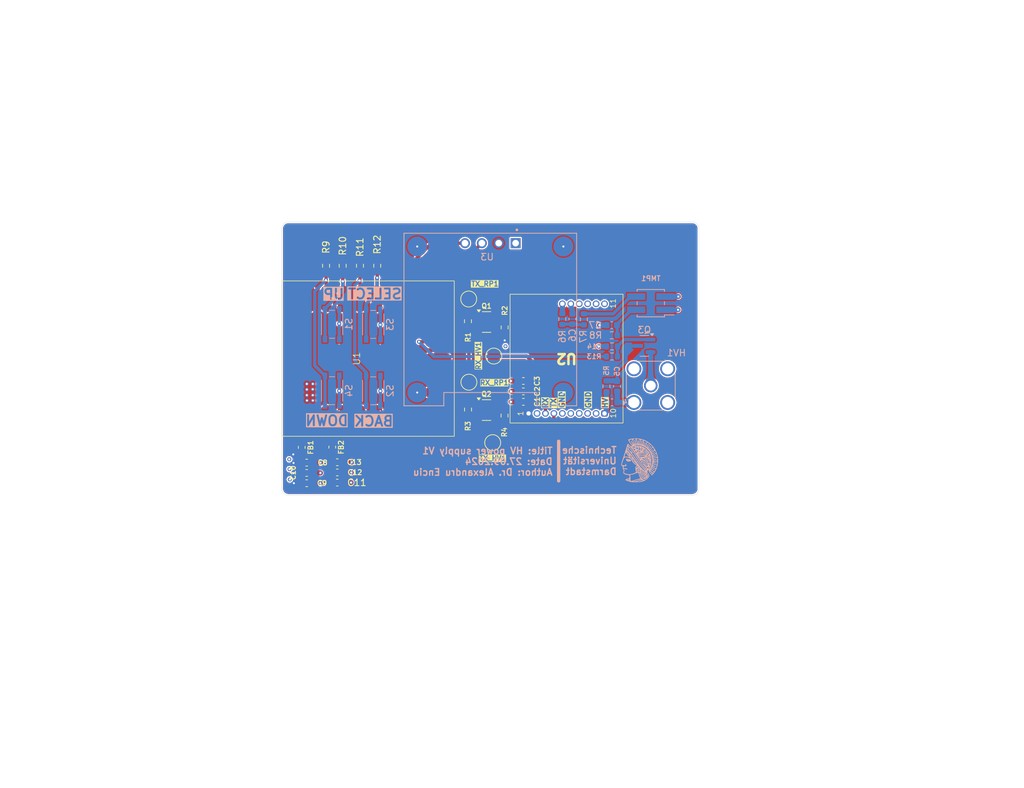
<source format=kicad_pcb>
(kicad_pcb (version 20240108) (generator "pcbnew") (generator_version "8.0")
  (title_block (comment 4 "AISLER Project ID: CDHSDLMZ"))
  (layers (0 "F.Cu" signal) (1 "In1.Cu" signal) (2 "In2.Cu" signal) (31 "B.Cu" signal) (34 "B.Paste" user) (35 "F.Paste" user) (36 "B.SilkS" user "B.Silkscreen") (37 "F.SilkS" user "F.Silkscreen") (38 "B.Mask" user) (39 "F.Mask" user) (44 "Edge.Cuts" user))
  (net 0 "")
  (net 5 "Net-(HV1-In)")
  (net 20 "+5V")
  (net 21 "GND")
  (net 22 "Net-(U2-HV_out)")
  (net 23 "HV_Out")
  (net 24 "Net-(C6-Pad1)")
  (net 25 "Net-(TMP1-Pin_2)")
  (net 26 "+3V3")
  (net 27 "Net-(U1-5V)")
  (net 28 "Net-(U1-3V3)")
  (net 29 "TX_RP2040")
  (net 30 "RX_PSU")
  (net 31 "RX_RP2040")
  (net 32 "TX_PSU")
  (net 33 "Net-(U2-Temp)")
  (net 34 "Temp_in")
  (net 35 "DisplaySCL")
  (net 36 "DisplaySDA")
  (net 37 "SW4")
  (net 38 "SW3")
  (net 39 "SW2")
  (net 40 "SW1")
  (net 41 "Net-(Q3-G)")
  (net 42 "HV_ON{slash}OFF")
  (footprint "Package_TO_SOT_SMD:SOT-23" (layer "F.Cu") (at 103.0875 84.805)
    (property "Reference" "Q1")
    (property "Value" "2N7002")
  )
  (footprint "Resistor_SMD:R_0603_1608Metric" (layer "F.Cu") (at 105.8 98.9 90)
    (property "Reference" "R4")
    (property "Value" "10k")
  )
  (footprint "TestPoint:TestPoint_Pad_D2.0mm" (layer "F.Cu") (at 100.43 93.87)
    (property "Reference" "RX_RP1")
    (property "Value" "RX_RP")
  )
  (footprint "Inductor_SMD:L_0603_1608Metric" (layer "F.Cu") (at 75.26 103.69 90)
    (property "Reference" "FB1")
    (property "Value" "1k")
  )
  (footprint "Resistor_SMD:R_0603_1608Metric" (layer "F.Cu") (at 78.93 76.33 -90)
    (property "Reference" "R9")
    (property "Value" "10k")
  )
  (footprint "Inductor_SMD:L_0603_1608Metric" (layer "F.Cu") (at 79.86 103.65 90)
    (property "Reference" "FB2")
    (property "Value" "1k")
  )
  (footprint "Capacitor_SMD:C_0603_1608Metric" (layer "F.Cu") (at 80.61 107.466666)
    (property "Reference" "C12")
    (property "Value" "10nF")
  )
  (footprint "TestPoint:TestPoint_Pad_D2.0mm" (layer "F.Cu") (at 100.4 81.34 180)
    (property "Reference" "TX_RP1")
    (property "Value" "TX_RP")
  )
  (footprint "Resistor_SMD:R_0603_1608Metric" (layer "F.Cu") (at 81.43 76.33 -90)
    (property "Reference" "R10")
    (property "Value" "10k")
  )
  (footprint "Resistor_SMD:R_0603_1608Metric" (layer "F.Cu") (at 100.3 97.99 -90)
    (property "Reference" "R3")
    (property "Value" "10k")
  )
  (footprint "Capacitor_SMD:C_0603_1608Metric" (layer "F.Cu") (at 108.625 95.26 180)
    (property "Reference" "C2")
    (property "Value" "10nF")
  )
  (footprint "Capacitor_SMD:C_0603_1608Metric" (layer "F.Cu") (at 108.625 93.69 180)
    (property "Reference" "C3")
    (property "Value" "100nF")
  )
  (footprint "Resistor_SMD:R_0603_1608Metric" (layer "F.Cu") (at 100.28 84.69 -90)
    (property "Reference" "R1")
    (property "Value" "10k")
  )
  (footprint "Resistor_SMD:R_0603_1608Metric" (layer "F.Cu") (at 86.63 76.33 -90)
    (property "Reference" "R12")
    (property "Value" "10k")
  )
  (footprint "Capacitor_SMD:C_0603_1608Metric" (layer "F.Cu") (at 80.61 109)
    (property "Reference" "C11")
    (property "Value" "100nF")
  )
  (footprint "TestPoint:TestPoint_Pad_D2.0mm" (layer "F.Cu") (at 104.18 89.935 180)
    (property "Reference" "RX_HV1")
    (property "Value" "RX_HV")
  )
  (footprint "Package_TO_SOT_SMD:SOT-23" (layer "F.Cu") (at 103.0775 98.07)
    (property "Reference" "Q2")
    (property "Value" "2N7002")
  )
  (footprint "RP2040MCU:SuperMiniRP2040" (layer "F.Cu") (at 84.035 90.32 90)
    (property "Reference" "U1")
    (property "Value" "~")
  )
  (footprint "Resistor_SMD:R_0603_1608Metric" (layer "F.Cu") (at 84.03 76.33 -90)
    (property "Reference" "R11")
    (property "Value" "10k")
  )
  (footprint "TestPoint:TestPoint_Pad_D2.0mm" (layer "F.Cu") (at 104.01 102.98 -90)
    (property "Reference" "TX_HV1")
    (property "Value" "TX_HV")
  )
  (footprint "Capacitor_SMD:C_0603_1608Metric" (layer "F.Cu") (at 76.01 107.54)
    (property "Reference" "C10")
    (property "Value" "1nF")
  )
  (footprint "Capacitor_SMD:C_0603_1608Metric" (layer "F.Cu") (at 76.01 109.09)
    (property "Reference" "C9")
    (property "Value" "10nF")
  )
  (footprint "Resistor_SMD:R_0603_1608Metric" (layer "F.Cu") (at 105.81 85.62 90)
    (property "Reference" "R2")
    (property "Value" "10k")
  )
  (footprint "C11204-01:C11204-01" (layer "F.Cu") (at 115.13 90.32 90)
    (property "Reference" "U2")
    (property "Value" "~" (hide yes))
  )
  (footprint "Capacitor_SMD:C_0603_1608Metric" (layer "F.Cu") (at 80.61 105.933333)
    (property "Reference" "C13")
    (property "Value" "1nF")
  )
  (footprint "Capacitor_SMD:C_0603_1608Metric" (layer "F.Cu") (at 108.625 96.83 180)
    (property "Reference" "C1")
    (property "Value" "1nF")
  )
  (footprint "Capacitor_SMD:C_0603_1608Metric" (layer "F.Cu") (at 76.01 105.99)
    (property "Reference" "C8")
    (property "Value" "100nF")
  )
  (footprint "Switch:PTS815SJG250SMTRLFS" (layer "B.Cu") (at 86.03 95.17 90)
    (property "Reference" "S2")
    (property "Value" "PTS815_SJG_250_SMTR_LFS")
  )
  (footprint "Resistor_SMD:R_0603_1608Metric" (layer "B.Cu") (at 114.49 84.35 90)
    (property "Reference" "R6")
    (property "Value" "1k")
  )
  (footprint "Capacitor_SMD:C_0603_1608Metric" (layer "B.Cu") (at 122.735 94.49 -90)
    (property "Reference" "C5")
    (property "Value" "47nF")
  )
  (footprint "Capacitor_SMD:C_0603_1608Metric" (layer "B.Cu") (at 116.01 84.35 90)
    (property "Reference" "C6")
    (property "Value" "100nF")
  )
  (footprint "Package_TO_SOT_SMD:SOT-23" (layer "B.Cu") (at 126.84 88.4 180)
    (property "Reference" "Q3")
    (property "Value" "2N7002")
  )
  (footprint "Switch:PTS815SJG250SMTRLFS" (layer "B.Cu") (at 86.03 85.17 90)
    (property "Reference" "S3")
    (property "Value" "PTS815_SJG_250_SMTR_LFS")
  )
  (footprint "Resistor_SMD:R_0603_1608Metric" (layer "B.Cu") (at 121.13 94.49 90)
    (property "Reference" "R5")
    (property "Value" "10")
  )
  (footprint "Resistor_SMD:R_0603_1608Metric" (layer "B.Cu") (at 121.96 88.48)
    (property "Reference" "R14")
    (property "Value" "10k")
  )
  (footprint "Switch:PTS815SJG250SMTRLFS" (layer "B.Cu") (at 79.835 85.15 90)
    (property "Reference" "S1")
    (property "Value" "PTS815_SJG_250_SMTR_LFS")
  )
  (footprint "Switch:PTS815SJG250SMTRLFS" (layer "B.Cu") (at 79.835 95.15 90)
    (property "Reference" "S4")
    (property "Value" "PTS815_SJG_250_SMTR_LFS")
  )
  (footprint "Resistor_SMD:R_0603_1608Metric" (layer "B.Cu") (at 121.96 90)
    (property "Reference" "R13")
    (property "Value" "10k")
  )
  (footprint "Capacitor_SMD:C_0603_1608Metric" (layer "B.Cu") (at 121.93 85.28 180)
    (property "Reference" "C7")
    (property "Value" "100nF")
  )
  (footprint "Resistor_SMD:R_0603_1608Metric" (layer "B.Cu") (at 121.93 86.81 180)
    (property "Reference" "R8")
    (property "Value" "10")
  )
  (footprint "Connector_PinSocket_2.00mm:PinSocket_2x02_P2.00mm_Vertical_SMD" (layer "B.Cu") (at 127.81 81.97)
    (property "Reference" "TMP1")
    (property "Value" "Temperature Connector")
  )
  (footprint "Oled_module:MODULE_DM-OLED096-636" (layer "B.Cu") (at 103.65 84.43 180)
    (property "Reference" "U3")
    (property "Value" "DM-OLED096-636")
  )
  (footprint "Capacitor_SMD:C_0603_1608Metric" (layer "B.Cu") (at 121.985 96.91)
    (property "Reference" "C4")
    (property "Value" "47nF")
  )
  (footprint "Connector_Coaxial:SMA_Wurth_60312002114503_Vertical" (layer "B.Cu") (at 127.81 94.39 90)
    (property "Reference" "HV1")
    (property "Value" "SMA")
  )
  (footprint "Resistor_SMD:R_0603_1608Metric" (layer "B.Cu") (at 117.73 84.4 -90)
    (property "Reference" "R7")
    (property "Value" "1.5k")
  )
  (gr_line (start 113.94 102.77) (end 113.94 108.74) (stroke (width 0.5)) (layer "B.SilkS"))
  (gr_poly (pts (xy 125.78 102.34) (xy 125.956247 102.353169) (xy 126.129266 102.375072) (xy 126.298976 102.405672) (xy 126.465292 102.44493) (xy 126.628134 102.492812) (xy 126.787417 102.549278) (xy 126.94306 102.614292) (xy 127.09498 102.687816) (xy 127.243094 102.769814) (xy 127.387319 102.860248) (xy 127.527573 102.959081) (xy 127.663774 103.066275) (xy 127.795838 103.181794) (xy 127.923683 103.3056) (xy 128.047227 103.437657) (xy 128.14712 103.55496) (xy 128.240945 103.675744) (xy 128.328692 103.799764) (xy 128.410354 103.926772) (xy 128.485922 104.056522) (xy 128.555387 104.188765) (xy 128.618742 104.323255) (xy 128.675977 104.459746) (xy 128.727085 104.597989) (xy 128.772056 104.737739) (xy 128.810884 104.878748) (xy 128.843558 105.02077) (xy 128.870071 105.163556) (xy 128.890414 105.306861) (xy 128.90458 105.450437) (xy 128.912559 105.594038) (xy 128.914343 105.737416) (xy 128.909923 105.880324) (xy 128.899292 106.022515) (xy 128.882441 106.163743) (xy 128.859362 106.30376) (xy 128.830045 106.44232) (xy 128.794484 106.579175) (xy 128.752668 106.714079) (xy 128.704591 106.846784) (xy 128.650243 106.977043) (xy 128.589616 107.10461) (xy 128.522702 107.229238) (xy 128.449492 107.350679) (xy 128.369978 107.468686) (xy 128.284151 107.583013) (xy 128.192004 107.693413) (xy 127.988362 107.924923) (xy 127.726271 107.629425) (xy 127.691013 107.589095) (xy 127.658974 107.551191) (xy 127.630072 107.51555) (xy 127.604224 107.482005) (xy 127.581346 107.450393) (xy 127.561357 107.420547) (xy 127.544173 107.392303) (xy 127.529712 107.365496) (xy 127.523476 107.352579) (xy 127.51789 107.33996) (xy 127.512942 107.327617) (xy 127.508624 107.31553) (xy 127.504924 107.303679) (xy 127.501832 107.292042) (xy 127.499777 107.282615) (xy 127.600387 107.282615) (xy 127.600899 107.289107) (xy 127.603121 107.297235) (xy 127.607061 107.306982) (xy 127.612726 107.318333) (xy 127.620125 107.331273) (xy 127.640156 107.361856) (xy 127.667217 107.398604) (xy 127.701372 107.441392) (xy 127.742685 107.490095) (xy 127.79122 107.544587) (xy 127.79122 107.54459) (xy 127.827812 107.584587) (xy 127.860641 107.619906) (xy 127.88997 107.650701) (xy 127.903405 107.66445) (xy 127.916064 107.677127) (xy 127.927981 107.68875) (xy 127.939188 107.699339) (xy 127.949719 107.708914) (xy 127.959606 107.717494) (xy 127.968883 107.725098) (xy 127.977583 107.731745) (xy 127.985739 107.737455) (xy 127.993383 107.742248) (xy 128.00055 107.746142) (xy 128.007271 107.749158) (xy 128.010475 107.750342) (xy 128.01358 107.751314) (xy 128.016591 107.752076) (xy 128.01951 107.75263) (xy 128.022344 107.752979) (xy 128.025095 107.753126) (xy 128.027768 107.753072) (xy 128.030367 107.75282) (xy 128.032895 107.752372) (xy 128.035358 107.751732) (xy 128.03776 107.750901) (xy 128.040104 107.749881) (xy 128.042394 107.748676) (xy 128.044635 107.747288) (xy 128.046831 107.745718) (xy 128.048986 107.74397) (xy 128.05319 107.739949) (xy 128.057279 107.735242) (xy 128.061286 107.72987) (xy 128.065246 107.723852) (xy 128.06919 107.717206) (xy 128.073151 107.709954) (xy 128.07416 107.707119) (xy 128.0745 107.703744) (xy 128.074183 107.699846) (xy 128.073227 107.695442) (xy 128.069449 107.685188) (xy 128.063285 107.67312) (xy 128.054849 107.659379) (xy 128.044259 107.644105) (xy 128.031631 107.627435) (xy 128.017082 107.609511) (xy 128.000729 107.590472) (xy 127.982689 107.570457) (xy 127.963078 107.549606) (xy 127.942013 107.528059) (xy 127.91961 107.505954) (xy 127.895986 107.483432) (xy 127.871259 107.460633) (xy 127.845544 107.437695) (xy 127.792451 107.392171) (xy 127.745687 107.354193) (xy 127.705316 107.323637) (xy 127.6714 107.300376) (xy 127.644005 107.284284) (xy 127.632772 107.278888) (xy 127.623193 107.275237) (xy 127.615276 107.273316) (xy 127.609029 107.273109) (xy 127.60446 107.2746) (xy 127.601577 107.277774) (xy 127.600387 107.282615) (xy 127.499777 107.282615) (xy 127.499337 107.280599) (xy 127.49743 107.26933) (xy 127.4961 107.258213) (xy 127.495337 107.247229) (xy 127.49513 107.236356) (xy 127.495468 107.225574) (xy 127.496342 107.214862) (xy 127.497742 107.2042) (xy 127.499656 107.193567) (xy 127.502074 107.182942) (xy 127.510068 107.148287) (xy 127.515498 107.118388) (xy 127.51727 107.10522) (xy 127.518422 107.093239) (xy 127.518876 107.084183) (xy 127.724067 107.084183) (xy 127.725318 107.093605) (xy 127.728972 107.104647) (xy 127.734877 107.117172) (xy 127.742883 107.131046) (xy 127.764595 107.162299) (xy 127.792902 107.197325) (xy 127.826597 107.235042) (xy 127.864474 107.274368) (xy 127.905328 107.314221) (xy 127.947953 107.353521) (xy 127.991142 107.391185) (xy 128.03369 107.426132) (xy 128.07439 107.45728) (xy 128.112037 107.483548) (xy 128.145425 107.503854) (xy 128.160145 107.511433) (xy 128.173347 107.517117) (xy 128.184882 107.520769) (xy 128.194598 107.522254) (xy 128.202345 107.521438) (xy 128.207972 107.518185) (xy 128.222237 107.502793) (xy 128.233504 107.487889) (xy 128.237965 107.480551) (xy 128.241617 107.47325) (xy 128.244441 107.46596) (xy 128.246418 107.458652) (xy 128.247528 107.451299) (xy 128.247752 107.443871) (xy 128.247069 107.436342) (xy 128.24546 107.428683) (xy 128.242905 107.420867) (xy 128.239386 107.412864) (xy 128.234882 107.404649) (xy 128.229373 107.396191) (xy 128.222841 107.387464) (xy 128.215265 107.378439) (xy 128.196904 107.359384) (xy 128.174134 107.338803) (xy 128.146797 107.316472) (xy 128.114737 107.292167) (xy 128.077797 107.265663) (xy 128.035821 107.236738) (xy 127.98865 107.205166) (xy 127.961698 107.187609) (xy 127.935501 107.171096) (xy 127.910196 107.155688) (xy 127.885918 107.141447) (xy 127.862803 107.128436) (xy 127.840986 107.116716) (xy 127.820603 107.10635) (xy 127.80179 107.097399) (xy 127.784681 107.089926) (xy 127.769414 107.083991) (xy 127.756124 107.079658) (xy 127.750262 107.078112) (xy 127.744946 107.076989) (xy 127.740191 107.076297) (xy 127.736015 107.076045) (xy 127.732436 107.076239) (xy 127.729469 107.076887) (xy 127.727131 107.077999) (xy 127.725441 107.07958) (xy 127.724414 107.081639) (xy 127.724068 107.084183) (xy 127.724067 107.084183) (xy 127.518876 107.084183) (xy 127.518963 107.082444) (xy 127.5189 107.072835) (xy 127.518239 107.06441) (xy 127.516988 107.05717) (xy 127.515154 107.051113) (xy 127.512745 107.046239) (xy 127.509768 107.042548) (xy 127.50623 107.040038) (xy 127.502139 107.038709) (xy 127.497501 107.03856) (xy 127.492324 107.039591) (xy 127.486615 107.041801) (xy 127.480382 107.045189) (xy 127.473632 107.049755) (xy 127.466371 107.055498) (xy 127.458609 107.062417) (xy 127.45035 107.070512) (xy 127.441604 107.079782) (xy 127.422677 107.101845) (xy 127.401884 107.128601) (xy 127.379285 107.160043) (xy 127.354937 107.196167) (xy 127.336956 107.223963) (xy 127.321532 107.248959) (xy 127.308744 107.271619) (xy 127.303365 107.282218) (xy 127.298676 107.292407) (xy 127.294687 107.302245) (xy 127.291408 107.311789) (xy 127.288849 107.321098) (xy 127.287022 107.330229) (xy 127.285934 107.339241) (xy 127.285598 107.348192) (xy 127.286023 107.35714) (xy 127.28722 107.366142) (xy 127.289197 107.375258) (xy 127.291967 107.384544) (xy 127.295538 107.39406) (xy 127.299921 107.403863) (xy 127.305127 107.414011) (xy 127.311164 107.424563) (xy 127.318045 107.435576) (xy 127.325778 107.447109) (xy 127.343843 107.471965) (xy 127.36544 107.499597) (xy 127.390652 107.530469) (xy 127.41956 107.565045) (xy 127.437103 107.586599) (xy 127.454154 107.608933) (xy 127.470625 107.631872) (xy 127.486427 107.655241) (xy 127.501473 107.678865) (xy 127.515674 107.70257) (xy 127.528941 107.726182) (xy 127.541186 107.749525) (xy 127.552322 107.772426) (xy 127.562259 107.794709) (xy 127.57091 107.8162) (xy 127.578186 107.836724) (xy 127.583999 107.856106) (xy 127.58826 107.874173) (xy 127.590881 107.890749) (xy 127.591775 107.905659) (xy 127.590454 107.939127) (xy 127.586527 107.972795) (xy 127.580044 108.006618) (xy 127.571054 108.040553) (xy 127.559608 108.074555) (xy 127.545758 108.108581) (xy 127.511043 108.176523) (xy 127.467312 108.244028) (xy 127.414968 108.31074) (xy 127.354416 108.376308) (xy 127.286058 108.440377) (xy 127.210299 108.502594) (xy 127.12754 108.562606) (xy 127.038187 108.620058) (xy 126.942641 108.674597) (xy 126.841307 108.725871) (xy 126.734589 108.773525) (xy 126.622888 108.817206) (xy 126.50661 108.85656) (xy 126.506615 108.85656) (xy 126.438303 108.874247) (xy 126.353983 108.889983) (xy 126.255836 108.903733) (xy 126.14604 108.915461) (xy 125.900229 108.932709) (xy 125.633993 108.941447) (xy 125.364774 108.94139) (xy 125.110015 108.932256) (xy 124.993509 108.924197) (xy 124.887159 108.913763) (xy 124.793145 108.900919) (xy 124.713649 108.885628) (xy 124.655001 108.871079) (xy 124.642115 108.867535) (xy 125.726476 108.867535) (xy 125.726714 108.868283) (xy 125.727187 108.86896) (xy 125.728847 108.870098) (xy 125.731473 108.87094) (xy 125.735083 108.87148) (xy 125.739693 108.871708) (xy 125.775404 108.870257) (xy 125.821951 108.865423) (xy 125.940629 108.847196) (xy 126.081889 108.820199) (xy 126.23189 108.787605) (xy 126.376793 108.752588) (xy 126.502757 108.718321) (xy 126.554312 108.70246) (xy 126.595943 108.687976) (xy 126.625919 108.675266) (xy 126.64251 108.664727) (xy 126.649177 108.65716) (xy 126.653328 108.650357) (xy 126.655042 108.644307) (xy 126.6544 108.639) (xy 126.651482 108.634425) (xy 126.646366 108.630571) (xy 126.629865 108.624985) (xy 126.605538 108.622158) (xy 126.574023 108.622005) (xy 126.53596 108.624443) (xy 126.491988 108.629386) (xy 126.442749 108.63675) (xy 126.38888 108.646451) (xy 126.269814 108.672526) (xy 126.139906 108.706934) (xy 126.072486 108.727053) (xy 126.004275 108.749001) (xy 125.96773 108.76138) (xy 125.93322 108.773424) (xy 125.90088 108.785069) (xy 125.870846 108.796252) (xy 125.843254 108.806913) (xy 125.818239 108.816987) (xy 125.795938 108.826412) (xy 125.776485 108.835125) (xy 125.760016 108.843065) (xy 125.746668 108.850168) (xy 125.736575 108.856371) (xy 125.732792 108.859116) (xy 125.729873 108.861613) (xy 125.727837 108.863853) (xy 125.726699 108.86583) (xy 125.726476 108.867535) (xy 124.642115 108.867535) (xy 124.589965 108.853192) (xy 124.520702 108.832668) (xy 124.449467 108.810237) (xy 125.235054 108.810237) (xy 125.235197 108.812642) (xy 125.235678 108.814984) (xy 125.236499 108.817258) (xy 125.237666 108.819458) (xy 125.239182 108.821579) (xy 125.241052 108.823617) (xy 125.243279 108.825565) (xy 125.245869 108.827419) (xy 125.248826 108.829174) (xy 125.258614 108.831862) (xy 125.273898 108.832495) (xy 125.319428 108.828067) (xy 125.382371 108.816825) (xy 125.459684 108.799703) (xy 125.645244 108.751556) (xy 125.851756 108.691103) (xy 126.054869 108.625818) (xy 126.230233 108.563176) (xy 126.299899 108.535182) (xy 126.353496 108.510653) (xy 126.38798 108.490522) (xy 126.397104 108.482398) (xy 126.400307 108.475724) (xy 126.398213 108.472687) (xy 126.391932 108.470935) (xy 126.367664 108.471072) (xy 126.329211 108.475703) (xy 126.278278 108.484399) (xy 126.145803 108.512264) (xy 125.983892 108.551227) (xy 125.806199 108.597847) (xy 125.626379 108.648683) (xy 125.458085 108.700293) (xy 125.314971 108.749237) (xy 125.308536 108.751683) (xy 125.302342 108.754183) (xy 125.29639 108.756733) (xy 125.290687 108.759327) (xy 125.285236 108.761961) (xy 125.280041 108.764629) (xy 125.275107 108.767325) (xy 125.270437 108.770046) (xy 125.266037 108.772786) (xy 125.26191 108.775539) (xy 125.25806 108.7783) (xy 125.254492 108.781066) (xy 125.251211 108.783829) (xy 125.248219 108.786585) (xy 125.245522 108.78933) (xy 125.243124 108.792057) (xy 125.241028 108.794762) (xy 125.23924 108.79744) (xy 125.237763 108.800085) (xy 125.236602 108.802692) (xy 125.23576 108.805257) (xy 125.235243 108.807773) (xy 125.235054 108.810237) (xy 124.449467 108.810237) (xy 124.449372 108.810207) (xy 124.378138 108.786507) (xy 124.309162 108.76227) (xy 124.244605 108.738195) (xy 124.186629 108.714981) (xy 124.142544 108.696453) (xy 124.104023 108.679903) (xy 124.070898 108.665069) (xy 124.056307 108.658215) (xy 124.043002 108.651691) (xy 124.042379 108.651368) (xy 124.50502 108.651368) (xy 124.50504 108.654138) (xy 124.50525 108.656989) (xy 124.505652 108.659917) (xy 124.506247 108.662918) (xy 124.507037 108.665987) (xy 124.508026 108.66912) (xy 124.509213 108.672313) (xy 124.510601 108.675562) (xy 124.512193 108.678862) (xy 124.513989 108.68221) (xy 124.515992 108.685601) (xy 124.520308 108.692339) (xy 124.524799 108.698888) (xy 124.52943 108.705215) (xy 124.534165 108.711284) (xy 124.538969 108.717063) (xy 124.543805 108.722518) (xy 124.548637 108.727613) (xy 124.553429 108.732317) (xy 124.558146 108.736594) (xy 124.562752 108.740411) (xy 124.567211 108.743734) (xy 124.571487 108.746528) (xy 124.573545 108.747717) (xy 124.575543 108.748761) (xy 124.577478 108.749656) (xy 124.579345 108.750397) (xy 124.58114 108.750982) (xy 124.582857 108.751404) (xy 124.584492 108.751661) (xy 124.586041 108.751748) (xy 124.587537 108.751661) (xy 124.589013 108.751404) (xy 124.590468 108.750982) (xy 124.591901 108.750397) (xy 124.593309 108.749656) (xy 124.594691 108.748761) (xy 124.597368 108.746528) (xy 124.599916 108.743734) (xy 124.602321 108.740411) (xy 124.604568 108.736594) (xy 124.606643 108.732317) (xy 124.608529 108.727613) (xy 124.610212 108.722518) (xy 124.611677 108.717063) (xy 124.612909 108.711284) (xy 124.613893 108.705215) (xy 124.614615 108.698888) (xy 124.615059 108.692339) (xy 124.61521 108.685601) (xy 124.615119 108.68221) (xy 124.614847 108.678862) (xy 124.614399 108.675562) (xy 124.613781 108.672313) (xy 124.612995 108.66912) (xy 124.612047 108.665987) (xy 124.610942 108.662918) (xy 124.609683 108.659917) (xy 124.608276 108.656989) (xy 124.606724 108.654138) (xy 124.605032 108.651368) (xy 124.603205 108.648684) (xy 124.601247 108.646089) (xy 124.599163 108.643588) (xy 124.596957 108.641185) (xy 124.594634 108.638884) (xy 124.592198 108.63669) (xy 124.589653 108.634607) (xy 124.587004 108.632639) (xy 124.584257 108.630791) (xy 124.581414 108.629065) (xy 124.57848 108.627468) (xy 124.575461 108.626002) (xy 124.57236 108.624673) (xy 124.569183 108.623485) (xy 124.565933 108.622441) (xy 124.562614 108.621546) (xy 124.559233 108.620804) (xy 124.555792 108.62022) (xy 124.552297 108.619797) (xy 124.548752 108.61954) (xy 124.545161 108.619454) (xy 124.541625 108.61954) (xy 124.538239 108.619797) (xy 124.535006 108.62022) (xy 124.531927 108.620804) (xy 124.529004 108.621546) (xy 124.52624 108.622441) (xy 124.523635 108.623485) (xy 124.521193 108.624673) (xy 124.518914 108.626002) (xy 124.516801 108.627468) (xy 124.514855 108.629065) (xy 124.513079 108.630791) (xy 124.511474 108.632639) (xy 124.510041 108.634607) (xy 124.508784 108.63669) (xy 124.507704 108.638884) (xy 124.506802 108.641185) (xy 124.506081 108.643588) (xy 124.505543 108.646089) (xy 124.505188 108.648684) (xy 124.50502 108.651368) (xy 124.042379 108.651368) (xy 124.030962 108.645465) (xy 124.020167 108.639504) (xy 124.010595 108.633776) (xy 124.002225 108.628248) (xy 123.995037 108.622888) (xy 123.98901 108.617661) (xy 123.984122 108.612536) (xy 123.980354 108.60748) (xy 123.977683 108.602461) (xy 123.976794 108.600067) (xy 124.19506 108.600067) (xy 124.195065 108.601102) (xy 124.195202 108.602091) (xy 124.19547 108.603033) (xy 124.195871 108.603927) (xy 124.196405 108.604772) (xy 124.197073 108.605569) (xy 124.197877 108.606316) (xy 124.198816 108.607011) (xy 124.199892 108.607656) (xy 124.202456 108.608787) (xy 124.205577 108.609703) (xy 124.209259 108.610399) (xy 124.213511 108.610868) (xy 124.218337 108.611103) (xy 124.229473 108.610875) (xy 124.242318 108.609728) (xy 124.256717 108.607708) (xy 124.272519 108.60486) (xy 124.30772 108.596863) (xy 124.3467 108.586098) (xy 124.388238 108.57293) (xy 124.431114 108.55772) (xy 124.474105 108.540832) (xy 124.515992 108.522629) (xy 124.526034 108.517968) (xy 124.535692 108.51336) (xy 124.54496 108.50881) (xy 124.55383 108.504325) (xy 124.562297 108.49991) (xy 124.570355 108.495572) (xy 124.577996 108.491317) (xy 124.585215 108.48715) (xy 124.592005 108.483078) (xy 124.59836 108.479107) (xy 124.604273 108.475243) (xy 124.609739 108.471491) (xy 124.61475 108.467857) (xy 124.619301 108.464349) (xy 124.623385 108.460971) (xy 124.626995 108.45773) (xy 124.630126 108.454632) (xy 124.632771 108.451682) (xy 124.634924 108.448888) (xy 124.636578 108.446254) (xy 124.637727 108.443787) (xy 124.63811 108.442617) (xy 124.638364 108.441492) (xy 124.638489 108.440412) (xy 124.638484 108.439377) (xy 124.638347 108.438388) (xy 124.638079 108.437446) (xy 124.637678 108.436552) (xy 124.637144 108.435706) (xy 124.636476 108.43491) (xy 124.635672 108.434163) (xy 124.634733 108.433467) (xy 124.633657 108.432823) (xy 124.631093 108.431692) (xy 124.627972 108.430775) (xy 124.62429 108.43008) (xy 124.620038 108.429611) (xy 124.615212 108.429375) (xy 124.604076 108.429603) (xy 124.591231 108.430749) (xy 124.576832 108.432769) (xy 124.56103 108.435616) (xy 124.525829 108.443613) (xy 124.486849 108.454378) (xy 124.44531 108.467546) (xy 124.402435 108.482756) (xy 124.359443 108.499645) (xy 124.317555 108.517849) (xy 124.317555 108.517853) (xy 124.307513 108.522514) (xy 124.297855 108.527122) (xy 124.288588 108.531671) (xy 124.279717 108.536156) (xy 124.27125 108.540571) (xy 124.263193 108.544908) (xy 124.255552 108.549163) (xy 124.248333 108.55333) (xy 124.241543 108.557402) (xy 124.235189 108.561373) (xy 124.229275 108.565237) (xy 124.22381 108.568989) (xy 124.218798 108.572622) (xy 124.214248 108.57613) (xy 124.210164 108.579508) (xy 124.206553 108.582749) (xy 124.203423 108.585847) (xy 124.200778 108.588796) (xy 124.198625 108.591591) (xy 124.196971 108.594225) (xy 124.195822 108.596692) (xy 124.195439 108.597861) (xy 124.195185 108.598986) (xy 124.19506 108.600067) (xy 123.976794 108.600067) (xy 123.976752 108.599954) (xy 123.976089 108.597444) (xy 123.975689 108.594927) (xy 123.97555 108.592399) (xy 123.975671 108.589855) (xy 123.976047 108.587291) (xy 123.977558 108.582088) (xy 123.980063 108.576758) (xy 123.983539 108.571267) (xy 123.987967 108.565583) (xy 123.993325 108.559674) (xy 123.999593 108.553506) (xy 124.006749 108.547046) (xy 124.014773 108.540263) (xy 124.033339 108.525592) (xy 124.055125 108.509232) (xy 124.069356 108.499211) (xy 124.085097 108.489079) (xy 124.102186 108.478908) (xy 124.120459 108.468764) (xy 124.139755 108.458719) (xy 124.159909 108.44884) (xy 124.18076 108.439197) (xy 124.202143 108.429859) (xy 124.245859 108.412375) (xy 124.267864 108.404367) (xy 124.289751 108.396941) (xy 124.311357 108.390166) (xy 124.332518 108.38411) (xy 124.353073 108.378844) (xy 124.372857 108.374436) (xy 124.410828 108.365571) (xy 124.44534 108.355174) (xy 124.461314 108.349376) (xy 124.476441 108.343166) (xy 124.490727 108.336533) (xy 124.504177 108.329468) (xy 124.516797 108.32196) (xy 124.528594 108.314001) (xy 124.539572 108.305579) (xy 124.549739 108.296686) (xy 124.559098 108.287311) (xy 124.567658 108.277445) (xy 124.575422 108.267077) (xy 124.582398 108.256199) (xy 124.58859 108.244799) (xy 124.594005 108.232869) (xy 124.598648 108.220397) (xy 124.602526 108.207376) (xy 124.605644 108.193794) (xy 124.608008 108.179641) (xy 124.609623 108.164909) (xy 124.610496 108.149587) (xy 124.610632 108.133665) (xy 124.610037 108.117133) (xy 124.608718 108.099982) (xy 124.606679 108.082201) (xy 124.600466 108.044713) (xy 124.591447 108.004589) (xy 124.585466 107.983224) (xy 124.578631 107.963719) (xy 124.570797 107.945984) (xy 124.561817 107.929933) (xy 124.556851 107.922512) (xy 124.552697 107.917007) (xy 124.697525 107.917007) (xy 124.697592 107.925107) (xy 124.698191 107.933655) (xy 124.699297 107.942671) (xy 124.700881 107.952176) (xy 124.702919 107.962191) (xy 124.708245 107.98383) (xy 124.715789 108.018272) (xy 124.722861 108.0628) (xy 124.729304 108.115552) (xy 124.734962 108.174669) (xy 124.739678 108.238288) (xy 124.743294 108.304549) (xy 124.745654 108.371591) (xy 124.7466 108.437554) (xy 124.746602 108.43755) (xy 124.747385 108.497492) (xy 124.74962 108.550406) (xy 124.753684 108.596524) (xy 124.756519 108.617108) (xy 124.759953 108.63608) (xy 124.764033 108.653471) (xy 124.768805 108.669308) (xy 124.774317 108.683622) (xy 124.780616 108.696441) (xy 124.787749 108.707795) (xy 124.795763 108.717712) (xy 124.804705 108.726223) (xy 124.814623 108.733355) (xy 124.825563 108.739138) (xy 124.837572 108.743602) (xy 124.850698 108.746776) (xy 124.864988 108.748688) (xy 124.880489 108.749368) (xy 124.897247 108.748845) (xy 124.915311 108.747148) (xy 124.934727 108.744307) (xy 124.977803 108.735307) (xy 125.026853 108.722078) (xy 125.082253 108.704854) (xy 125.144381 108.683869) (xy 125.245717 108.650563) (xy 125.39939 108.602334) (xy 125.584534 108.545642) (xy 125.780284 108.48695) (xy 126.250821 108.347462) (xy 126.127549 108.105668) (xy 126.114992 108.080275) (xy 126.102787 108.054101) (xy 126.090997 108.027344) (xy 126.079685 108.000203) (xy 126.068915 107.972878) (xy 126.058751 107.945567) (xy 126.049254 107.91847) (xy 126.040489 107.891786) (xy 126.032518 107.865715) (xy 126.025404 107.840456) (xy 126.019212 107.816207) (xy 126.014004 107.793168) (xy 126.009843 107.771539) (xy 126.006793 107.751518) (xy 126.004917 107.733305) (xy 126.004277 107.717099) (xy 126.003615 107.699136) (xy 126.001647 107.682136) (xy 125.998399 107.666103) (xy 125.993897 107.65104) (xy 125.99069 107.643155) (xy 126.097827 107.643155) (xy 126.100921 107.678755) (xy 126.107383 107.717686) (xy 126.117117 107.759577) (xy 126.130025 107.804053) (xy 126.146008 107.850741) (xy 126.164969 107.899268) (xy 126.186811 107.949262) (xy 126.211434 108.000348) (xy 126.238742 108.052155) (xy 126.268637 108.104307) (xy 126.30102 108.156433) (xy 126.30102 108.156437) (xy 126.31727 108.180605) (xy 126.335047 108.205238) (xy 126.354175 108.230162) (xy 126.374476 108.2552) (xy 126.395775 108.280176) (xy 126.417895 108.304912) (xy 126.44066 108.329234) (xy 126.463892 108.352964) (xy 126.487415 108.375927) (xy 126.511053 108.397945) (xy 126.534629 108.418844) (xy 126.557966 108.438445) (xy 126.580889 108.456574) (xy 126.60322 108.473053) (xy 126.624782 108.487707) (xy 126.6454 108.500359) (xy 126.678198 108.519091) (xy 126.707638 108.535299) (xy 126.734212 108.548967) (xy 126.758412 108.560083) (xy 126.769775 108.564679) (xy 126.78073 108.568633) (xy 126.791338 108.571942) (xy 126.80166 108.574604) (xy 126.811758 108.576618) (xy 126.821694 108.577982) (xy 126.831528 108.578694) (xy 126.841323 108.578753) (xy 126.85114 108.578158) (xy 126.86104 108.576905) (xy 126.871086 108.574995) (xy 126.881338 108.572424) (xy 126.891859 108.569192) (xy 126.902709 108.565296) (xy 126.913951 108.560735) (xy 126.925646 108.555508) (xy 126.95064 108.543046) (xy 126.978184 108.527897) (xy 127.008771 108.510047) (xy 127.042893 108.489483) (xy 127.088072 108.46053) (xy 127.131354 108.429845) (xy 127.172598 108.397617) (xy 127.211665 108.364037) (xy 127.248414 108.329296) (xy 127.282705 108.293584) (xy 127.314396 108.25709) (xy 127.343348 108.220006) (xy 127.36942 108.182522) (xy 127.392471 108.144829) (xy 127.412362 108.107116) (xy 127.428951 108.069574) (xy 127.442098 108.032393) (xy 127.447337 108.013998) (xy 127.451663 107.995764) (xy 127.455058 107.977716) (xy 127.457504 107.959878) (xy 127.458985 107.942272) (xy 127.459483 107.924923) (xy 127.458978 107.909506) (xy 127.457493 107.893528) (xy 127.455072 107.877057) (xy 127.451762 107.860163) (xy 127.447605 107.842915) (xy 127.442648 107.825381) (xy 127.436935 107.807631) (xy 127.430511 107.789732) (xy 127.423421 107.771755) (xy 127.415709 107.753768) (xy 127.398601 107.71804) (xy 127.379546 107.683098) (xy 127.358902 107.649495) (xy 127.337029 107.617781) (xy 127.314285 107.588507) (xy 127.302698 107.574957) (xy 127.291028 107.562225) (xy 127.27932 107.550378) (xy 127.267618 107.539485) (xy 127.255968 107.529616) (xy 127.244414 107.520839) (xy 127.233001 107.513224) (xy 127.221773 107.506838) (xy 127.210777 107.501752) (xy 127.200056 107.498034) (xy 127.189655 107.495752) (xy 127.17962 107.494976) (xy 127.176018 107.495177) (xy 127.172835 107.495771) (xy 127.170065 107.496749) (xy 127.167704 107.498101) (xy 127.165748 107.499818) (xy 127.164192 107.501889) (xy 127.163032 107.504305) (xy 127.162263 107.507056) (xy 127.161881 107.510132) (xy 127.161881 107.513524) (xy 127.162258 107.517221) (xy 127.163009 107.521214) (xy 127.165613 107.530048) (xy 127.169656 107.539946) (xy 127.175103 107.550832) (xy 127.181917 107.562626) (xy 127.190063 107.57525) (xy 127.199504 107.588625) (xy 127.210206 107.602672) (xy 127.222133 107.617315) (xy 127.235247 107.632473) (xy 127.249514 107.648068) (xy 127.271896 107.673234) (xy 127.29218 107.698811) (xy 127.310384 107.724749) (xy 127.326521 107.751002) (xy 127.340609 107.777521) (xy 127.352661 107.804258) (xy 127.362693 107.831164) (xy 127.370722 107.858193) (xy 127.376761 107.885296) (xy 127.380828 107.912425) (xy 127.382936 107.939532) (xy 127.383102 107.966569) (xy 127.381341 107.993487) (xy 127.377668 108.02024) (xy 127.372098 108.046778) (xy 127.364648 108.073054) (xy 127.355332 108.09902) (xy 127.344167 108.124628) (xy 127.331166 108.14983) (xy 127.316347 108.174577) (xy 127.299724 108.198822) (xy 127.281312 108.222517) (xy 127.261127 108.245613) (xy 127.239185 108.268063) (xy 127.2155 108.289819) (xy 127.190089 108.310832) (xy 127.162966 108.331055) (xy 127.134148 108.35044) (xy 127.103649 108.368938) (xy 127.071485 108.386501) (xy 127.037671 108.403082) (xy 127.002223 108.418633) (xy 126.97111 108.431171) (xy 126.942565 108.441812) (xy 126.916228 108.450505) (xy 126.891739 108.457198) (xy 126.880074 108.459779) (xy 126.868737 108.461841) (xy 126.857681 108.463378) (xy 126.846862 108.464382) (xy 126.836235 108.464848) (xy 126.825755 108.46477) (xy 126.815376 108.464141) (xy 126.805054 108.462953) (xy 126.794743 108.461202) (xy 126.784399 108.458881) (xy 126.773977 108.455983) (xy 126.763432 108.452502) (xy 126.752718 108.448431) (xy 126.74179 108.443764) (xy 126.719114 108.432616) (xy 126.695044 108.419008) (xy 126.66922 108.402887) (xy 126.641281 108.384203) (xy 126.610867 108.362904) (xy 126.571681 108.332533) (xy 126.533044 108.297815) (xy 126.49523 108.25924) (xy 126.458511 108.217299) (xy 126.42316 108.172482) (xy 126.389451 108.125278) (xy 126.357657 108.07618) (xy 126.32805 108.025676) (xy 126.300904 107.974257) (xy 126.276491 107.922414) (xy 126.255085 107.870637) (xy 126.236959 107.819416) (xy 126.222385 107.769242) (xy 126.211638 107.720605) (xy 126.204989 107.673995) (xy 126.202712 107.629902) (xy 126.202625 107.622626) (xy 126.202368 107.61555) (xy 126.201945 107.608679) (xy 126.20136 107.602022) (xy 126.200617 107.595583) (xy 126.19972 107.58937) (xy 126.198675 107.583389) (xy 126.197484 107.577647) (xy 126.196152 107.572149) (xy 126.194683 107.566903) (xy 126.193826 107.564232) (xy 126.335006 107.564232) (xy 126.335447 107.61236) (xy 126.336867 107.656886) (xy 126.33941 107.6982) (xy 126.343221 107.736694) (xy 126.348443 107.77276) (xy 126.355221 107.806788) (xy 126.363698 107.83917) (xy 126.37402 107.870296) (xy 126.386331 107.900559) (xy 126.400774 107.930348) (xy 126.417494 107.960056) (xy 126.436634 107.990073) (xy 126.458341 108.020791) (xy 126.482756 108.052601) (xy 126.510026 108.085893) (xy 126.540293 108.12106) (xy 126.540297 108.12106) (xy 126.561649 108.144878) (xy 126.583262 108.168029) (xy 126.604989 108.190392) (xy 126.626682 108.211847) (xy 126.648191 108.232274) (xy 126.669367 108.251554) (xy 126.690063 108.269567) (xy 126.71013 108.286192) (xy 126.729419 108.301311) (xy 126.747781 108.314802) (xy 126.765068 108.326547) (xy 126.781131 108.336425) (xy 126.795821 108.344317) (xy 126.808991 108.350102) (xy 126.814959 108.352167) (xy 126.820491 108.353661) (xy 126.825568 108.354568) (xy 126.830172 108.354874) (xy 126.834172 108.354538) (xy 126.837457 108.353542) (xy 126.840036 108.351901) (xy 126.841922 108.349633) (xy 126.843126 108.346753) (xy 126.843658 108.343278) (xy 126.843529 108.339225) (xy 126.842752 108.334611) (xy 126.839292 108.323761) (xy 126.833366 108.310861) (xy 126.825064 108.296043) (xy 126.814474 108.279438) (xy 126.801683 108.261178) (xy 126.78678 108.241394) (xy 126.769853 108.220219) (xy 126.750991 108.197783) (xy 126.730281 108.174219) (xy 126.707813 108.149658) (xy 126.683675 108.124232) (xy 126.657954 108.098072) (xy 126.619399 108.058972) (xy 126.584773 108.022567) (xy 126.553876 107.988445) (xy 126.526511 107.956192) (xy 126.502478 107.925395) (xy 126.481578 107.89564) (xy 126.463613 107.866515) (xy 126.448383 107.837607) (xy 126.435689 107.808502) (xy 126.425334 107.778788) (xy 126.417117 107.74805) (xy 126.41084 107.715876) (xy 126.406304 107.681853) (xy 126.403311 107.645568) (xy 126.40166 107.606607) (xy 126.401154 107.564557) (xy 126.401493 107.537041) (xy 126.533442 107.537041) (xy 126.533893 107.580745) (xy 126.535326 107.621275) (xy 126.537863 107.658942) (xy 126.541626 107.694056) (xy 126.546737 107.726927) (xy 126.553317 107.757865) (xy 126.56149 107.787182) (xy 126.566212 107.801328) (xy 126.571377 107.815186) (xy 126.577001 107.828793) (xy 126.583099 107.842189) (xy 126.589686 107.855412) (xy 126.596778 107.8685) (xy 126.612537 107.894431) (xy 126.630497 107.920291) (xy 126.650781 107.946391) (xy 126.67351 107.973041) (xy 126.698806 108.000551) (xy 126.72679 108.029232) (xy 126.726779 108.029232) (xy 126.747102 108.04891) (xy 126.768085 108.067997) (xy 126.789568 108.086399) (xy 126.811388 108.104015) (xy 126.833386 108.12075) (xy 126.855399 108.136505) (xy 126.877268 108.151182) (xy 126.89883 108.164685) (xy 126.919925 108.176915) (xy 126.940391 108.187775) (xy 126.960068 108.197167) (xy 126.978794 108.204994) (xy 126.996408 108.211157) (xy 127.01275 108.21556) (xy 127.027658 108.218105) (xy 127.034524 108.218649) (xy 127.040971 108.218693) (xy 127.060853 108.217975) (xy 127.078063 108.21712) (xy 127.092592 108.216031) (xy 127.10443 108.214611) (xy 127.109338 108.213745) (xy 127.11357 108.21276) (xy 127.117125 108.211643) (xy 127.120002 108.210381) (xy 127.1222 108.208963) (xy 127.123717 108.207377) (xy 127.124553 108.205609) (xy 127.124707 108.203648) (xy 127.124176 108.201482) (xy 127.122961 108.199098) (xy 127.12106 108.196484) (xy 127.118472 108.193628) (xy 127.115196 108.190518) (xy 127.111231 108.187141) (xy 127.101228 108.179538) (xy 127.088454 108.170721) (xy 127.072901 108.160593) (xy 127.033421 108.13601) (xy 126.970186 108.096014) (xy 126.912747 108.057066) (xy 126.860924 108.018875) (xy 126.814536 107.981148) (xy 126.773405 107.943591) (xy 126.754754 107.924786) (xy 126.737349 107.905913) (xy 126.721168 107.886937) (xy 126.706189 107.867821) (xy 126.692389 107.848528) (xy 126.679745 107.829022) (xy 126.668235 107.809266) (xy 126.657837 107.789224) (xy 126.648528 107.768859) (xy 126.640285 107.748134) (xy 126.633086 107.727013) (xy 126.626908 107.705459) (xy 126.62173 107.683436) (xy 126.617528 107.660907) (xy 126.61428 107.637836) (xy 126.611963 107.614186) (xy 126.610034 107.565002) (xy 126.611561 107.513063) (xy 126.616364 107.458077) (xy 126.617933 107.442878) (xy 126.72494 107.442878) (xy 126.726999 107.486978) (xy 126.732592 107.533854) (xy 126.741556 107.582436) (xy 126.753727 107.631652) (xy 126.768942 107.680433) (xy 126.787039 107.727707) (xy 126.807853 107.772404) (xy 126.831222 107.813452) (xy 126.843814 107.832274) (xy 126.856982 107.849782) (xy 126.870708 107.865842) (xy 126.88497 107.880322) (xy 126.88497 107.880326) (xy 126.90123 107.894964) (xy 126.918336 107.909167) (xy 126.936146 107.922861) (xy 126.954515 107.935975) (xy 126.973299 107.948435) (xy 126.992354 107.960169) (xy 127.011536 107.971104) (xy 127.0307 107.981167) (xy 127.049702 107.990285) (xy 127.068399 107.998386) (xy 127.086647 108.005398) (xy 127.1043 108.011246) (xy 127.121215 108.015859) (xy 127.137248 108.019164) (xy 127.152255 108.021087) (xy 127.166091 108.021557) (xy 127.181398 108.020898) (xy 127.194005 108.019588) (xy 127.203904 108.017615) (xy 127.207834 108.016376) (xy 127.211082 108.014967) (xy 127.213649 108.013387) (xy 127.215532 108.011634) (xy 127.21673 108.009707) (xy 127.217242 108.007605) (xy 127.217066 108.005325) (xy 127.216202 108.002867) (xy 127.214647 108.000229) (xy 127.212402 107.99741) (xy 127.205833 107.991222) (xy 127.196484 107.984292) (xy 127.184345 107.976609) (xy 127.169406 107.968161) (xy 127.151657 107.958938) (xy 127.131088 107.948927) (xy 127.107689 107.938118) (xy 127.08145 107.926499) (xy 127.061436 107.917246) (xy 127.042018 107.907167) (xy 127.023212 107.896298) (xy 127.005036 107.884674) (xy 126.987507 107.872331) (xy 126.970643 107.859303) (xy 126.95446 107.845626) (xy 126.938976 107.831335) (xy 126.924208 107.816466) (xy 126.910174 107.801053) (xy 126.89689 107.785133) (xy 126.884375 107.768739) (xy 126.872644 107.751909) (xy 126.872544 107.751751) (xy 127.128756 107.751751) (xy 127.128843 107.755195) (xy 127.129099 107.758702) (xy 127.129522 107.762263) (xy 127.130106 107.765874) (xy 127.130848 107.769525) (xy 127.131743 107.773212) (xy 127.133975 107.780662) (xy 127.13677 107.788169) (xy 127.140092 107.795677) (xy 127.143909 107.803133) (xy 127.148186 107.81048) (xy 127.152889 107.817664) (xy 127.157985 107.824631) (xy 127.163439 107.831325) (xy 127.169218 107.837691) (xy 127.175288 107.843674) (xy 127.181614 107.84922) (xy 127.188163 107.854274) (xy 127.191511 107.856599) (xy 127.194901 107.85878) (xy 127.198292 107.860789) (xy 127.201639 107.862601) (xy 127.20494 107.864219) (xy 127.208189 107.865642) (xy 127.211382 107.866874) (xy 127.214515 107.867915) (xy 127.217584 107.868768) (xy 127.220585 107.869434) (xy 127.223512 107.869915) (xy 127.226363 107.870211) (xy 127.229133 107.870326) (xy 127.231818 107.87026) (xy 127.234412 107.870015) (xy 127.236913 107.869592) (xy 127.239316 107.868994) (xy 127.241617 107.868222) (xy 127.24381 107.867278) (xy 127.245893 107.866162) (xy 127.247861 107.864878) (xy 127.24971 107.863425) (xy 127.251435 107.861807) (xy 127.253033 107.860025) (xy 127.254498 107.858079) (xy 127.255827 107.855973) (xy 127.257016 107.853707) (xy 127.25806 107.851283) (xy 127.258955 107.848703) (xy 127.259696 107.845969) (xy 127.26028 107.843081) (xy 127.260703 107.840042) (xy 127.26096 107.836853) (xy 127.261046 107.833516) (xy 127.26096 107.830071) (xy 127.260703 107.826565) (xy 127.26028 107.823003) (xy 127.259696 107.819392) (xy 127.258955 107.81574) (xy 127.25806 107.812053) (xy 127.255827 107.804603) (xy 127.253033 107.797096) (xy 127.24971 107.789588) (xy 127.245893 107.782133) (xy 127.241617 107.774785) (xy 127.236913 107.767601) (xy 127.231818 107.760635) (xy 127.226363 107.753941) (xy 127.220585 107.747575) (xy 127.214515 107.741592) (xy 127.208189 107.736046) (xy 127.201639 107.730993) (xy 127.198292 107.728668) (xy 127.194901 107.726487) (xy 127.191511 107.724478) (xy 127.188163 107.722665) (xy 127.184863 107.721048) (xy 127.181614 107.719625) (xy 127.178421 107.718393) (xy 127.175288 107.717351) (xy 127.172219 107.716499) (xy 127.169218 107.715833) (xy 127.16629 107.715352) (xy 127.163439 107.715056) (xy 127.160669 107.714941) (xy 127.157985 107.715007) (xy 127.15539 107.715252) (xy 127.152889 107.715675) (xy 127.150486 107.716273) (xy 127.148186 107.717045) (xy 127.145992 107.717989) (xy 127.143909 107.719105) (xy 127.141941 107.720389) (xy 127.140092 107.721841) (xy 127.138367 107.72346) (xy 127.13677 107.725242) (xy 127.135305 107.727187) (xy 127.133975 107.729294) (xy 127.132787 107.73156) (xy 127.131743 107.733983) (xy 127.130848 107.736564) (xy 127.130106 107.739298) (xy 127.129522 107.742186) (xy 127.129099 107.745225) (xy 127.128843 107.748414) (xy 127.128756 107.751751) (xy 126.872544 107.751751) (xy 126.861716 107.734676) (xy 126.851607 107.717075) (xy 126.842335 107.699144) (xy 126.833918 107.680916) (xy 126.826372 107.662426) (xy 126.819715 107.643711) (xy 126.813963 107.624806) (xy 126.809135 107.605745) (xy 126.805247 107.586564) (xy 126.802317 107.567298) (xy 126.801692 107.561119) (xy 126.930318 107.561119) (xy 126.930449 107.574596) (xy 126.930835 107.587694) (xy 126.931462 107.600347) (xy 126.932318 107.612487) (xy 126.933389 107.624045) (xy 126.934663 107.634953) (xy 126.936126 107.645145) (xy 126.937765 107.654552) (xy 126.939568 107.663106) (xy 126.941522 107.67074) (xy 126.943613 107.677385) (xy 126.944706 107.680316) (xy 126.945828 107.682974) (xy 126.946979 107.685352) (xy 126.948155 107.68744) (xy 126.949357 107.68923) (xy 126.950581 107.690713) (xy 126.951827 107.691882) (xy 126.953092 107.692727) (xy 126.954376 107.69324) (xy 126.955676 107.693413) (xy 126.957021 107.69324) (xy 126.958438 107.692727) (xy 126.961476 107.690713) (xy 126.964757 107.68744) (xy 126.968252 107.682974) (xy 126.971929 107.677385) (xy 126.975757 107.67074) (xy 126.979707 107.663106) (xy 126.983747 107.654552) (xy 126.987847 107.645145) (xy 126.991975 107.634953) (xy 127.000195 107.612487) (xy 127.008161 107.587694) (xy 127.015628 107.561119) (xy 127.017323 107.554338) (xy 127.018841 107.547643) (xy 127.020184 107.541042) (xy 127.021354 107.534545) (xy 127.022351 107.528158) (xy 127.023179 107.521892) (xy 127.023838 107.515754) (xy 127.02433 107.509753) (xy 127.024656 107.503897) (xy 127.024819 107.498195) (xy 127.02482 107.492656) (xy 127.02466 107.487287) (xy 127.024342 107.482097) (xy 127.023866 107.477095) (xy 127.023235 107.47229) (xy 127.022449 107.467689) (xy 127.021512 107.463301) (xy 127.020423 107.459135) (xy 127.019186 107.455199) (xy 127.017801 107.451502) (xy 127.01627 107.448051) (xy 127.014595 107.444857) (xy 127.012777 107.441926) (xy 127.010818 107.439268) (xy 127.00872 107.436891) (xy 127.006485 107.434803) (xy 127.004113 107.433013) (xy 127.001607 107.43153) (xy 126.998968 107.430361) (xy 126.996197 107.429516) (xy 126.993297 107.429003) (xy 126.990269 107.42883) (xy 126.987196 107.429003) (xy 126.984162 107.429516) (xy 126.981171 107.430361) (xy 126.978226 107.43153) (xy 126.975332 107.433013) (xy 126.972492 107.434803) (xy 126.966991 107.439268) (xy 126.961753 107.444857) (xy 126.95681 107.451502) (xy 126.952191 107.459135) (xy 126.947928 107.467689) (xy 126.944052 107.477095) (xy 126.940592 107.487287) (xy 126.937581 107.498195) (xy 126.935048 107.509753) (xy 126.933025 107.521892) (xy 126.931541 107.534545) (xy 126.930629 107.547643) (xy 126.930318 107.561119) (xy 126.801692 107.561119) (xy 126.800362 107.547982) (xy 126.799399 107.528653) (xy 126.799445 107.509344) (xy 126.800518 107.490092) (xy 126.802636 107.470931) (xy 126.805814 107.451897) (xy 126.810071 107.433025) (xy 126.815423 107.414351) (xy 126.821889 107.395909) (xy 126.82376 107.390815) (xy 126.825441 107.385786) (xy 126.826934 107.380828) (xy 126.828241 107.375948) (xy 126.829363 107.371151) (xy 126.830303 107.366444) (xy 126.831061 107.361833) (xy 126.831639 107.357326) (xy 126.83204 107.352927) (xy 126.832264 107.348644) (xy 126.832313 107.344483) (xy 126.83219 107.34045) (xy 126.831895 107.336552) (xy 126.83143 107.332795) (xy 126.830798 107.329185) (xy 126.829999 107.325729) (xy 126.829035 107.322433) (xy 126.827908 107.319304) (xy 126.82662 107.316347) (xy 126.825173 107.31357) (xy 126.823567 107.310978) (xy 126.821805 107.308579) (xy 126.819888 107.306377) (xy 126.817818 107.304381) (xy 126.815597 107.302595) (xy 126.813226 107.301027) (xy 126.810707 107.299682) (xy 126.808041 107.298568) (xy 126.805231 107.29769) (xy 126.802278 107.297055) (xy 126.799183 107.29667) (xy 126.795949 107.29654) (xy 126.784087 107.297801) (xy 126.773374 107.301497) (xy 126.763789 107.307493) (xy 126.755313 107.315655) (xy 126.747924 107.325849) (xy 126.741602 107.337942) (xy 126.736327 107.3518) (xy 126.732079 107.367289) (xy 126.728836 107.384275) (xy 126.726579 107.402625) (xy 126.72494 107.442878) (xy 126.617933 107.442878) (xy 126.61941 107.428575) (xy 126.621781 107.400265) (xy 126.62349 107.373278) (xy 126.62455 107.347744) (xy 126.624974 107.323795) (xy 126.624775 107.301562) (xy 126.623965 107.281175) (xy 126.622558 107.262766) (xy 126.620566 107.246467) (xy 126.619355 107.239148) (xy 126.618002 107.232407) (xy 126.61651 107.226258) (xy 126.614879 107.220718) (xy 126.613112 107.215804) (xy 126.61121 107.211531) (xy 126.609174 107.207917) (xy 126.607007 107.204978) (xy 126.604709 107.20273) (xy 126.602284 107.201189) (xy 126.599731 107.200372) (xy 126.597052 107.200295) (xy 126.594251 107.200975) (xy 126.591327 107.202427) (xy 126.58543 107.207621) (xy 126.579698 107.215712) (xy 126.574162 107.226527) (xy 126.568851 107.239896) (xy 126.563794 107.255647) (xy 126.55902 107.273608) (xy 126.554561 107.293608) (xy 126.550445 107.315475) (xy 126.543363 107.364124) (xy 126.53801 107.418183) (xy 126.534624 107.47628) (xy 126.533442 107.537041) (xy 126.401493 107.537041) (xy 126.40151 107.535704) (xy 126.402552 107.506358) (xy 126.404246 107.476727) (xy 126.406557 107.447016) (xy 126.40945 107.417435) (xy 126.412889 107.388191) (xy 126.41684 107.35949) (xy 126.421268 107.331541) (xy 126.426136 107.304551) (xy 126.431411 107.278727) (xy 126.437057 107.254277) (xy 126.443039 107.231408) (xy 126.449322 107.210329) (xy 126.455871 107.191245) (xy 126.462651 107.174366) (xy 126.469626 107.159897) (xy 126.473213 107.153054) (xy 126.476586 107.146329) (xy 126.479745 107.139731) (xy 126.48269 107.133265) (xy 126.48542 107.126938) (xy 126.487935 107.120755) (xy 126.490234 107.114724) (xy 126.492319 107.108851) (xy 126.494187 107.103143) (xy 126.495838 107.097605) (xy 126.497273 107.092244) (xy 126.498491 107.087067) (xy 126.499491 107.08208) (xy 126.500273 107.077289) (xy 126.500837 107.072701) (xy 126.501183 107.068322) (xy 126.50131 107.064159) (xy 126.501217 107.060218) (xy 126.500905 107.056506) (xy 126.500373 107.053028) (xy 126.49962 107.049792) (xy 126.498647 107.046803) (xy 126.497453 107.044069) (xy 126.496037 107.041595) (xy 126.4944 107.039388) (xy 126.492541 107.037455) (xy 126.490459 107.035802) (xy 126.488154 107.034434) (xy 126.485626 107.03336) (xy 126.482875 107.032584) (xy 126.4799 107.032114) (xy 126.476701 107.031956) (xy 126.467986 107.032476) (xy 126.459548 107.034037) (xy 126.451387 107.036638) (xy 126.443502 107.040279) (xy 126.428561 107.050681) (xy 126.414725 107.065244) (xy 126.401995 107.083965) (xy 126.390372 107.106846) (xy 126.379855 107.133884) (xy 126.370444 107.16508) (xy 126.362139 107.200432) (xy 126.354941 107.23994) (xy 126.348851 107.283604) (xy 126.343867 107.331423) (xy 126.33999 107.383395) (xy 126.337221 107.439522) (xy 126.335559 107.499801) (xy 126.335006 107.564232) (xy 126.193826 107.564232) (xy 126.193082 107.561915) (xy 126.191353 107.557192) (xy 126.189499 107.552739) (xy 126.187526 107.548563) (xy 126.185438 107.544672) (xy 126.183237 107.54107) (xy 126.18093 107.537766) (xy 126.17852 107.534764) (xy 126.176011 107.532072) (xy 126.173407 107.529697) (xy 126.170713 107.527643) (xy 126.167933 107.525919) (xy 126.165071 107.524531) (xy 126.162131 107.523484) (xy 126.159118 107.522786) (xy 126.156036 107.522443) (xy 126.152888 107.522461) (xy 126.14968 107.522847) (xy 126.146415 107.523607) (xy 126.143098 107.524748) (xy 126.139732 107.526277) (xy 126.136323 107.528199) (xy 126.128224 107.534197) (xy 126.121103 107.541541) (xy 126.114946 107.550184) (xy 126.109741 107.560081) (xy 126.105476 107.571183) (xy 126.10214 107.583445) (xy 126.098201 107.611261) (xy 126.097827 107.643155) (xy 125.99069 107.643155) (xy 125.988166 107.636952) (xy 125.981234 107.623842) (xy 125.973126 107.611714) (xy 125.963869 107.600571) (xy 125.953488 107.590419) (xy 125.942009 107.581259) (xy 125.929459 107.573097) (xy 125.915864 107.565936) (xy 125.90125 107.559779) (xy 125.885642 107.554631) (xy 125.869068 107.550495) (xy 125.851552 107.547375) (xy 125.833122 107.545275) (xy 125.813803 107.544199) (xy 125.772604 107.545132) (xy 125.728163 107.550206) (xy 125.68069 107.55945) (xy 125.630393 107.572895) (xy 125.57748 107.590571) (xy 125.522161 107.612508) (xy 125.464644 107.638737) (xy 125.410404 107.663204) (xy 125.348915 107.68777) (xy 125.282302 107.711773) (xy 125.21269 107.734551) (xy 125.142202 107.755443) (xy 125.072963 107.773786) (xy 125.007097 107.788918) (xy 124.946728 107.800179) (xy 124.904144 107.807232) (xy 124.866244 107.814111) (xy 124.832814 107.820978) (xy 124.817709 107.824459) (xy 124.803642 107.827999) (xy 124.790586 107.831618) (xy 124.778515 107.835336) (xy 124.767402 107.839175) (xy 124.75722 107.843154) (xy 124.747944 107.847295) (xy 124.739546 107.851617) (xy 124.731999 107.856141) (xy 124.725277 107.860888) (xy 124.719354 107.865878) (xy 124.714203 107.871131) (xy 124.709798 107.876669) (xy 124.706111 107.882511) (xy 124.703116 107.888678) (xy 124.700786 107.895191) (xy 124.699096 107.90207) (xy 124.698018 107.909335) (xy 124.697525 107.917007) (xy 124.552697 107.917007) (xy 124.551544 107.915479) (xy 124.545877 107.908822) (xy 124.539831 107.902532) (xy 124.53339 107.896597) (xy 124.526534 107.891007) (xy 124.519244 107.885749) (xy 124.511504 107.880814) (xy 124.494596 107.871867) (xy 124.475663 107.864077) (xy 124.454559 107.857357) (xy 124.431137 107.851619) (xy 124.405252 107.846775) (xy 124.376756 107.842739) (xy 124.345503 107.839421) (xy 124.311347 107.836735) (xy 124.266899 107.833067) (xy 124.223672 107.828154) (xy 124.181706 107.822032) (xy 124.141042 107.814738) (xy 124.101721 107.80631) (xy 124.063783 107.796782) (xy 124.027269 107.786192) (xy 123.99222 107.774577) (xy 123.958676 107.761973) (xy 123.926679 107.748417) (xy 123.896268 107.733945) (xy 123.867485 107.718594) (xy 123.84037 107.7024) (xy 123.814963 107.685401) (xy 123.791307 107.667632) (xy 123.76944 107.649131) (xy 123.749405 107.629934) (xy 123.731241 107.610077) (xy 123.714989 107.589597) (xy 123.70069 107.568532) (xy 123.688385 107.546916) (xy 123.678114 107.524788) (xy 123.669918 107.502183) (xy 123.663838 107.479138) (xy 123.659914 107.45569) (xy 123.658187 107.431875) (xy 123.658698 107.40773) (xy 123.661487 107.383292) (xy 123.666596 107.358597) (xy 123.674064 107.333682) (xy 123.683932 107.308583) (xy 123.696242 107.283337) (xy 123.705796 107.264878) (xy 123.710074 107.256112) (xy 123.714019 107.247644) (xy 123.717631 107.239466) (xy 123.720909 107.231568) (xy 123.723853 107.223944) (xy 123.726462 107.216583) (xy 123.728736 107.209478) (xy 123.730675 107.20262) (xy 123.732279 107.196002) (xy 123.733546 107.189613) (xy 123.734477 107.183446) (xy 123.735071 107.177493) (xy 123.735327 107.171745) (xy 123.735246 107.166193) (xy 123.734827 107.16083) (xy 123.73407 107.155646) (xy 123.732974 107.150633) (xy 123.731539 107.145784) (xy 123.729764 107.141088) (xy 123.727649 107.136538) (xy 123.725193 107.132126) (xy 123.722397 107.127843) (xy 123.71926 107.12368) (xy 123.715782 107.11963) (xy 123.711961 107.115683) (xy 123.707798 107.111831) (xy 123.703293 107.108066) (xy 123.698444 107.104379) (xy 123.693252 107.100762) (xy 123.687716 107.097206) (xy 123.679402 107.090679) (xy 123.671248 107.081564) (xy 123.6633 107.070028) (xy 123.655603 107.056236) (xy 123.648203 107.040353) (xy 123.641144 107.022544) (xy 123.634473 107.002974) (xy 123.628234 106.981809) (xy 123.622473 106.959214) (xy 123.617234 106.935354) (xy 123.612564 106.910395) (xy 123.608508 106.884501) (xy 123.605111 106.857838) (xy 123.602418 106.830571) (xy 123.600474 106.802866) (xy 123.599326 106.774887) (xy 123.598198 106.746116) (xy 123.596372 106.718393) (xy 123.593882 106.69183) (xy 123.590761 106.666539) (xy 123.587044 106.642632) (xy 123.582764 106.620218) (xy 123.577956 106.599411) (xy 123.575364 106.589644) (xy 123.572652 106.58032) (xy 123.569826 106.571454) (xy 123.566888 106.563059) (xy 123.563844 106.555148) (xy 123.560698 106.547737) (xy 123.557453 106.540839) (xy 123.554114 106.534467) (xy 123.550685 106.528636) (xy 123.547171 106.52336) (xy 123.543575 106.518652) (xy 123.539902 106.514527) (xy 123.536157 106.510999) (xy 123.532343 106.50808) (xy 123.528465 106.505786) (xy 123.524526 106.50413) (xy 123.520532 106.503127) (xy 123.516486 106.502789) (xy 123.512508 106.502671) (xy 123.508388 106.502323) (xy 123.499758 106.500956) (xy 123.490674 106.498733) (xy 123.481211 106.495701) (xy 123.471448 106.491906) (xy 123.461461 106.487394) (xy 123.451328 106.482211) (xy 123.441124 106.476403) (xy 123.430929 106.470016) (xy 123.420817 106.463096) (xy 123.410867 106.455689) (xy 123.401156 106.447842) (xy 123.39176 106.439599) (xy 123.382757 106.431008) (xy 123.374223 106.422115) (xy 123.366236 106.412964) (xy 123.357028 106.397568) (xy 123.350863 106.376802) (xy 123.347863 106.350158) (xy 123.348154 106.317132) (xy 123.348181 106.316845) (xy 123.42459 106.316845) (xy 123.424978 106.318943) (xy 123.426131 106.321076) (xy 123.430652 106.325427) (xy 123.438001 106.329868) (xy 123.448025 106.334365) (xy 123.460573 106.338886) (xy 123.475492 106.343397) (xy 123.511834 106.35226) (xy 123.555834 106.360693) (xy 123.606271 106.368434) (xy 123.66193 106.375221) (xy 123.721591 106.380791) (xy 123.767485 106.384254) (xy 123.808339 106.386872) (xy 123.844386 106.388561) (xy 123.860679 106.389032) (xy 123.875859 106.389239) (xy 123.889953 106.389173) (xy 123.902992 106.388822) (xy 123.915003 106.388177) (xy 123.926017 106.387228) (xy 123.936063 106.385963) (xy 123.945169 106.384373) (xy 123.953365 106.382446) (xy 123.960681 106.380174) (xy 123.967144 106.377544) (xy 123.972785 106.374548) (xy 123.977633 106.371174) (xy 123.981716 106.367412) (xy 123.985064 106.363252) (xy 123.987706 106.358683) (xy 123.989671 106.353695) (xy 123.990989 106.348278) (xy 123.991688 106.342421) (xy 123.991798 106.336114) (xy 123.991347 106.329346) (xy 123.990366 106.322107) (xy 123.988883 106.314387) (xy 123.986928 106.306175) (xy 123.984528 106.297461) (xy 123.981715 106.288235) (xy 123.97799 106.275374) (xy 123.975184 106.263253) (xy 123.973256 106.251878) (xy 123.972164 106.241253) (xy 123.971864 106.231385) (xy 123.972317 106.222279) (xy 123.973478 106.213941) (xy 123.975307 106.206376) (xy 123.977761 106.19959) (xy 123.980798 106.193589) (xy 123.984376 106.188378) (xy 123.988452 106.183962) (xy 123.992986 106.180347) (xy 123.997935 106.177539) (xy 124.003256 106.175543) (xy 124.008907 106.174365) (xy 124.014848 106.17401) (xy 124.021034 106.174485) (xy 124.027425 106.175794) (xy 124.033979 106.177943) (xy 124.040653 106.180937) (xy 124.047405 106.184783) (xy 124.054193 106.189486) (xy 124.060975 106.195051) (xy 124.067709 106.201485) (xy 124.074352 106.208791) (xy 124.080864 106.216977) (xy 124.087201 106.226047) (xy 124.093323 106.236008) (xy 124.099185 106.246864) (xy 124.104747 106.258622) (xy 124.109967 106.271286) (xy 124.115748 106.287409) (xy 124.12062 106.303234) (xy 124.124598 106.31874) (xy 124.127698 106.333904) (xy 124.129937 106.348704) (xy 124.13133 106.36312) (xy 124.131893 106.377127) (xy 124.131641 106.390706) (xy 124.130592 106.403832) (xy 124.128761 106.416485) (xy 124.126163 106.428643) (xy 124.122814 106.440283) (xy 124.118731 106.451383) (xy 124.11393 106.461922) (xy 124.108426 106.471877) (xy 124.102235 106.481226) (xy 124.095373 106.489948) (xy 124.087856 106.49802) (xy 124.0797 106.50542) (xy 124.070921 106.512127) (xy 124.061535 106.518118) (xy 124.051557 106.523371) (xy 124.041003 106.527864) (xy 124.02989 106.531575) (xy 124.018234 106.534483) (xy 124.00605 106.536565) (xy 123.993353 106.537799) (xy 123.980161 106.538163) (xy 123.966489 106.537635) (xy 123.952353 106.536193) (xy 123.937768 106.533815) (xy 123.922751 106.53048) (xy 123.913082 106.528165) (xy 123.903681 106.526141) (xy 123.894545 106.524411) (xy 123.88567 106.522976) (xy 123.877053 106.521837) (xy 123.86869 106.520996) (xy 123.860578 106.520453) (xy 123.852713 106.520211) (xy 123.845091 106.520271) (xy 123.83771 106.520633) (xy 123.830566 106.521301) (xy 123.823655 106.522274) (xy 123.816974 106.523555) (xy 123.810519 106.525145) (xy 123.804287 106.527044) (xy 123.798274 106.529256) (xy 123.792477 106.53178) (xy 123.786893 106.534619) (xy 123.781517 106.537773) (xy 123.776346 106.541245) (xy 123.771377 106.545035) (xy 123.766607 106.549145) (xy 123.762031 106.553577) (xy 123.757647 106.558331) (xy 123.75345 106.56341) (xy 123.749438 106.568814) (xy 123.745607 106.574545) (xy 123.741953 106.580605) (xy 123.738473 106.586994) (xy 123.735163 106.593715) (xy 123.73202 106.600768) (xy 123.729041 106.608155) (xy 123.719332 106.636991) (xy 123.715816 106.650616) (xy 123.713204 106.663722) (xy 123.711503 106.676314) (xy 123.710723 106.688399) (xy 123.710871 106.699984) (xy 123.711957 106.711074) (xy 123.713989 106.721677) (xy 123.716976 106.731799) (xy 123.720925 106.741446) (xy 123.725846 106.750624) (xy 123.731746 106.759341) (xy 123.738635 106.767603) (xy 123.746521 106.775416) (xy 123.755412 106.782786) (xy 123.765317 106.789721) (xy 123.776244 106.796226) (xy 123.788202 106.802308) (xy 123.801199 106.807973) (xy 123.830345 106.81808) (xy 123.863751 106.826599) (xy 123.901483 106.83358) (xy 123.943611 106.839076) (xy 123.990201 106.843138) (xy 124.041322 106.845818) (xy 124.055759 106.846455) (xy 124.069788 106.847263) (xy 124.083406 106.848242) (xy 124.096608 106.84939) (xy 124.109392 106.850705) (xy 124.121754 106.852187) (xy 124.133691 106.853833) (xy 124.1452 106.855643) (xy 124.156277 106.857616) (xy 124.16692 106.859749) (xy 124.177125 106.862042) (xy 124.186889 106.864493) (xy 124.196208 106.867101) (xy 124.20508 106.869865) (xy 124.2135 106.872784) (xy 124.221466 106.875855) (xy 124.228975 106.879078) (xy 124.236023 106.882451) (xy 124.242607 106.885973) (xy 124.248723 106.889643) (xy 124.254369 106.89346) (xy 124.259541 106.897421) (xy 124.264236 106.901526) (xy 124.268451 106.905774) (xy 124.272182 106.910163) (xy 124.275426 106.914691) (xy 124.27818 106.919358) (xy 124.280441 106.924162) (xy 124.282205 106.929101) (xy 124.283469 106.934175) (xy 124.284229 106.939383) (xy 124.284484 106.944722) (xy 124.282908 106.959334) (xy 124.280927 106.965872) (xy 124.278142 106.971898) (xy 124.274545 106.977412) (xy 124.270129 106.982412) (xy 124.264887 106.9869) (xy 124.258812 106.990875) (xy 124.244134 106.997284) (xy 124.226036 107.001637) (xy 124.204464 107.003934) (xy 124.179358 107.004173) (xy 124.150662 107.002351) (xy 124.118319 106.998467) (xy 124.082271 106.99252) (xy 124.042462 106.984507) (xy 123.998834 106.974428) (xy 123.95133 106.96228) (xy 123.899893 106.948061) (xy 123.844466 106.931771) (xy 123.832342 106.928397) (xy 123.820855 106.925764) (xy 123.810012 106.923849) (xy 123.799819 106.922626) (xy 123.790283 106.922071) (xy 123.781411 106.92216) (xy 123.77321 106.922869) (xy 123.765686 106.924172) (xy 123.758847 106.926046) (xy 123.752698 106.928466) (xy 123.747248 106.931409) (xy 123.742502 106.934848) (xy 123.738467 106.938761) (xy 123.73515 106.943123) (xy 123.732558 106.947909) (xy 123.730698 106.953095) (xy 123.729576 106.958656) (xy 123.7292 106.964569) (xy 123.729575 106.970809) (xy 123.730709 106.977351) (xy 123.732608 106.984171) (xy 123.73528 106.991245) (xy 123.73873 106.998548) (xy 123.742967 107.006056) (xy 123.747996 107.013745) (xy 123.753824 107.021589) (xy 123.760458 107.029566) (xy 123.767905 107.03765) (xy 123.776172 107.045817) (xy 123.785265 107.054043) (xy 123.795191 107.062303) (xy 123.805957 107.070572) (xy 123.822191 107.08292) (xy 123.83644 107.094562) (xy 123.842825 107.100149) (xy 123.848721 107.105596) (xy 123.85413 107.110917) (xy 123.859055 107.116124) (xy 123.863497 107.121228) (xy 123.867459 107.126243) (xy 123.870944 107.131182) (xy 123.873953 107.136055) (xy 123.87649 107.140877) (xy 123.878556 107.145659) (xy 123.880154 107.150414) (xy 123.881286 107.155155) (xy 123.881955 107.159893) (xy 123.882164 107.164641) (xy 123.881913 107.169412) (xy 123.881206 107.174218) (xy 123.880045 107.179072) (xy 123.878433 107.183986) (xy 123.876372 107.188973) (xy 123.873864 107.194044) (xy 123.870911 107.199213) (xy 123.867517 107.204492) (xy 123.863682 107.209893) (xy 123.859411 107.215429) (xy 123.854704 107.221112) (xy 123.849565 107.226955) (xy 123.837998 107.23917) (xy 123.826903 107.250826) (xy 123.816658 107.262435) (xy 123.807262 107.273997) (xy 123.798716 107.28551) (xy 123.791019 107.296976) (xy 123.784172 107.308394) (xy 123.778174 107.319763) (xy 123.773025 107.331084) (xy 123.768726 107.342355) (xy 123.765276 107.353578) (xy 123.762675 107.364751) (xy 123.760924 107.375874) (xy 123.760021 107.386947) (xy 123.759968 107.397971) (xy 123.760764 107.408943) (xy 123.762409 107.419866) (xy 123.764902 107.430737) (xy 123.768245 107.441557) (xy 123.772436 107.452325) (xy 123.777476 107.463042) (xy 123.783365 107.473707) (xy 123.790102 107.484319) (xy 123.797689 107.494879) (xy 123.806123 107.505387) (xy 123.815407 107.515841) (xy 123.825538 107.526242) (xy 123.836519 107.53659) (xy 123.848347 107.546884) (xy 123.861024 107.557124) (xy 123.87455 107.56731) (xy 123.888923 107.577441) (xy 123.904145 107.587517) (xy 123.904145 107.587513) (xy 123.938703 107.606916) (xy 123.980029 107.625346) (xy 124.027311 107.642689) (xy 124.079733 107.658829) (xy 124.136483 107.673651) (xy 124.196747 107.687039) (xy 124.259711 107.698878) (xy 124.324561 107.709052) (xy 124.390485 107.717445) (xy 124.456668 107.723943) (xy 124.522297 107.72843) (xy 124.586558 107.730789) (xy 124.648638 107.730907) (xy 124.707722 107.728667) (xy 124.762998 107.723954) (xy 124.813651 107.716652) (xy 124.890291 107.701662) (xy 124.96571 107.684544) (xy 125.039345 107.665559) (xy 125.110635 107.644962) (xy 125.179016 107.623013) (xy 125.243926 107.599969) (xy 125.304803 107.576088) (xy 125.361084 107.551628) (xy 125.412206 107.526847) (xy 125.457608 107.502003) (xy 125.477987 107.489638) (xy 125.496726 107.477354) (xy 125.513752 107.465182) (xy 125.528997 107.453156) (xy 125.54239 107.441308) (xy 125.553861 107.42967) (xy 125.563338 107.418273) (xy 125.570753 107.407151) (xy 125.576034 107.396336) (xy 125.579111 107.385859) (xy 125.579915 107.375753) (xy 125.578374 107.366051) (xy 125.571546 107.339164) (xy 125.563465 107.301942) (xy 125.544739 107.203223) (xy 125.541888 107.186259) (xy 125.681005 107.186259) (xy 125.681388 107.204862) (xy 125.682715 107.223878) (xy 125.685006 107.243287) (xy 125.688594 107.264525) (xy 125.693153 107.28399) (xy 125.698796 107.301765) (xy 125.702058 107.310044) (xy 125.705634 107.317932) (xy 125.709538 107.325438) (xy 125.713782 107.332573) (xy 125.718382 107.339347) (xy 125.723352 107.345771) (xy 125.728705 107.351855) (xy 125.734456 107.357608) (xy 125.740619 107.363042) (xy 125.747208 107.368167) (xy 125.754236 107.372993) (xy 125.761719 107.377531) (xy 125.76967 107.38179) (xy 125.778103 107.38578) (xy 125.796473 107.392999) (xy 125.816941 107.39927) (xy 125.83962 107.404674) (xy 125.864622 107.409295) (xy 125.892061 107.413215) (xy 125.922049 107.416516) (xy 125.964164 107.41944) (xy 126.002546 107.419668) (xy 126.020361 107.418741) (xy 126.037272 107.417104) (xy 126.053288 107.414745) (xy 126.06842 107.411652) (xy 126.082677 107.407814) (xy 126.096068 107.403218) (xy 126.108604 107.397853) (xy 126.120294 107.391706) (xy 126.131148 107.384767) (xy 126.141175 107.377022) (xy 126.150385 107.36846) (xy 126.158789 107.359069) (xy 126.166395 107.348837) (xy 126.173214 107.337753) (xy 126.179254 107.325804) (xy 126.184526 107.312978) (xy 126.18904 107.299264) (xy 126.192805 107.28465) (xy 126.195831 107.269124) (xy 126.198128 107.252673) (xy 126.199705 107.235286) (xy 126.200572 107.216952) (xy 126.200215 107.177392) (xy 126.197135 107.133897) (xy 126.191409 107.086373) (xy 126.188034 107.066645) (xy 126.183667 107.04825) (xy 126.178272 107.031156) (xy 126.175179 107.023087) (xy 126.171815 107.015331) (xy 126.168177 107.007884) (xy 126.16426 107.000742) (xy 126.16006 106.993902) (xy 126.155572 106.98736) (xy 126.150792 106.98111) (xy 126.145716 106.975151) (xy 126.140339 106.969476) (xy 126.134656 106.964084) (xy 126.128664 106.958968) (xy 126.122357 106.954127) (xy 126.115732 106.949555) (xy 126.108784 106.945249) (xy 126.101509 106.941204) (xy 126.093902 106.937417) (xy 126.085958 106.933884) (xy 126.077674 106.930601) (xy 126.060067 106.924769) (xy 126.041045 106.919888) (xy 126.020572 106.915926) (xy 125.998614 106.912854) (xy 125.97956 106.911108) (xy 125.96092 106.910333) (xy 125.942712 106.910511) (xy 125.924955 106.911622) (xy 125.907667 106.913647) (xy 125.890866 106.916567) (xy 125.87457 106.920362) (xy 125.858799 106.925013) (xy 125.843569 106.930501) (xy 125.8289 106.936806) (xy 125.814809 106.943909) (xy 125.801316 106.951791) (xy 125.788437 106.960432) (xy 125.776193 106.969814) (xy 125.7646 106.979917) (xy 125.753678 106.990722) (xy 125.743444 107.002209) (xy 125.733917 107.014359) (xy 125.725115 107.027153) (xy 125.717056 107.040571) (xy 125.70976 107.054595) (xy 125.703243 107.069204) (xy 125.697525 107.084381) (xy 125.692623 107.100105) (xy 125.688556 107.116356) (xy 125.685343 107.133117) (xy 125.683001 107.150367) (xy 125.681549 107.168088) (xy 125.681005 107.186259) (xy 125.541888 107.186259) (xy 125.524592 107.083355) (xy 125.50542 106.955799) (xy 125.499258 106.909846) (xy 125.49436 106.867848) (xy 125.490791 106.829483) (xy 125.488618 106.794429) (xy 125.488168 106.774203) (xy 125.617445 106.774203) (xy 125.617833 106.787954) (xy 125.619063 106.801192) (xy 125.621163 106.813805) (xy 125.624939 106.831317) (xy 125.628523 106.846352) (xy 125.631965 106.858888) (xy 125.635315 106.868902) (xy 125.638624 106.876371) (xy 125.640278 106.879144) (xy 125.64194 106.881272) (xy 125.643617 106.882753) (xy 125.645315 106.883584) (xy 125.647039 106.883761) (xy 125.648797 106.883282) (xy 125.650594 106.882144) (xy 125.652437 106.880345) (xy 125.654332 106.877881) (xy 125.656285 106.87475) (xy 125.66039 106.866474) (xy 125.664803 106.855494) (xy 125.669574 106.841788) (xy 125.674752 106.825333) (xy 125.680387 106.806106) (xy 125.68653 106.784085) (xy 125.69148 106.768619) (xy 125.69199 106.767369) (xy 126.07042 106.767369) (xy 126.070458 106.770759) (xy 126.070571 106.774107) (xy 126.070758 106.777407) (xy 126.071015 106.780656) (xy 126.071342 106.783849) (xy 126.071737 106.786983) (xy 126.072197 106.790052) (xy 126.072721 106.793052) (xy 126.073307 106.79598) (xy 126.073953 106.798831) (xy 126.074657 106.801601) (xy 126.075417 106.804286) (xy 126.076232 106.80688) (xy 126.0771 106.809381) (xy 126.078018 106.811784) (xy 126.078986 106.814085) (xy 126.08 106.816279) (xy 126.08106 106.818362) (xy 126.082162 106.82033) (xy 126.083306 106.822179) (xy 126.08449 106.823904) (xy 126.085712 106.825502) (xy 126.086969 106.826967) (xy 126.08826 106.828296) (xy 126.089584 106.829485) (xy 126.090937 106.830529) (xy 126.092319 106.831424) (xy 126.093728 106.832165) (xy 126.095161 106.83275) (xy 126.096617 106.833172) (xy 126.098093 106.833429) (xy 126.099589 106.833516) (xy 126.101138 106.833429) (xy 126.102773 106.833172) (xy 126.104489 106.83275) (xy 126.106283 106.832165) (xy 126.110085 106.830529) (xy 126.114142 106.828296) (xy 126.118418 106.825502) (xy 126.122877 106.822179) (xy 126.127484 106.818362) (xy 126.132202 106.814085) (xy 126.136995 106.809381) (xy 126.141828 106.804286) (xy 126.146664 106.798831) (xy 126.151468 106.793052) (xy 126.156203 106.786983) (xy 126.160834 106.780656) (xy 126.165324 106.774107) (xy 126.169638 106.767369) (xy 126.171642 106.763978) (xy 126.173439 106.76063) (xy 126.175032 106.75733) (xy 126.176421 106.754081) (xy 126.177609 106.750888) (xy 126.178597 106.747755) (xy 126.179389 106.744686) (xy 126.179984 106.741685) (xy 126.180386 106.738757) (xy 126.180596 106.735906) (xy 126.180616 106.733136) (xy 126.180449 106.730452) (xy 126.180094 106.727857) (xy 126.179556 106.725356) (xy 126.178835 106.722953) (xy 126.177933 106.720652) (xy 126.176853 106.718459) (xy 126.175596 106.716375) (xy 126.174164 106.714407) (xy 126.172558 106.712559) (xy 126.170782 106.710833) (xy 126.168836 106.709236) (xy 126.166722 106.70777) (xy 126.164443 106.706441) (xy 126.162 106.705253) (xy 126.159395 106.704209) (xy 126.15663 106.703314) (xy 126.153707 106.702572) (xy 126.150627 106.701988) (xy 126.147393 106.701565) (xy 126.144007 106.701308) (xy 126.140469 106.701222) (xy 126.136879 106.701308) (xy 126.133334 106.701565) (xy 126.129839 106.701988) (xy 126.126398 106.702572) (xy 126.123017 106.703314) (xy 126.119698 106.704209) (xy 126.116448 106.705253) (xy 126.113271 106.706441) (xy 126.11017 106.70777) (xy 126.107151 106.709236) (xy 126.104218 106.710833) (xy 126.101375 106.712559) (xy 126.098627 106.714407) (xy 126.095978 106.716375) (xy 126.093434 106.718459) (xy 126.090997 106.720652) (xy 126.088674 106.722953) (xy 126.086468 106.725356) (xy 126.084384 106.727857) (xy 126.082426 106.730452) (xy 126.080599 106.733136) (xy 126.078907 106.735906) (xy 126.077355 106.738757) (xy 126.075947 106.741685) (xy 126.074689 106.744686) (xy 126.073583 106.747755) (xy 126.072635 106.750888) (xy 126.07185 106.754081) (xy 126.071231 106.75733) (xy 126.070783 106.76063) (xy 126.070512 106.763978) (xy 126.07042 106.767369) (xy 125.69199 106.767369) (xy 125.69787 106.752955) (xy 125.704706 106.739021) (xy 125.817627 106.739021) (xy 125.817773 106.740793) (xy 125.818239 106.742513) (xy 125.819017 106.744177) (xy 125.820104 106.745784) (xy 125.821492 106.747331) (xy 125.823177 106.748817) (xy 125.827413 106.751594) (xy 125.832769 106.754098) (xy 125.8392 106.75631) (xy 125.846661 106.758213) (xy 125.855108 106.759789) (xy 125.864495 106.76102) (xy 125.87478 106.761889) (xy 125.885916 106.762378) (xy 125.89786 106.762468) (xy 125.910567 106.762143) (xy 125.924294 106.761403) (xy 125.936572 106.760381) (xy 125.942165 106.759767) (xy 125.947391 106.759086) (xy 125.95225 106.75834) (xy 125.95674 106.75753) (xy 125.96086 106.756657) (xy 125.964609 106.755723) (xy 125.967985 106.754728) (xy 125.970988 106.753674) (xy 125.973615 106.752562) (xy 125.975865 106.751394) (xy 125.977738 106.75017) (xy 125.979232 106.748893) (xy 125.980346 106.747563) (xy 125.981078 106.746182) (xy 125.981427 106.744751) (xy 125.981392 106.743271) (xy 125.980971 106.741744) (xy 125.980163 106.74017) (xy 125.978968 106.738552) (xy 125.977383 106.73689) (xy 125.975407 106.735186) (xy 125.973039 106.733441) (xy 125.970279 106.731656) (xy 125.967123 106.729832) (xy 125.963572 106.727972) (xy 125.959623 106.726075) (xy 125.955276 106.724144) (xy 125.95053 106.72218) (xy 125.941479 106.718849) (xy 125.932275 106.716019) (xy 125.922982 106.713686) (xy 125.913667 106.711848) (xy 125.904394 106.710502) (xy 125.895227 106.709645) (xy 125.886233 106.709275) (xy 125.877476 106.709389) (xy 125.86902 106.709984) (xy 125.860932 106.711059) (xy 125.853276 106.712609) (xy 125.846117 106.714632) (xy 125.842744 106.71582) (xy 125.83952 106.717126) (xy 125.836453 106.718549) (xy 125.83355 106.720088) (xy 125.830821 106.721744) (xy 125.828273 106.723516) (xy 125.825914 106.725403) (xy 125.823752 106.727406) (xy 125.823752 106.727402) (xy 125.821869 106.729445) (xy 125.820339 106.731448) (xy 125.819155 106.733409) (xy 125.818312 106.735327) (xy 125.817804 106.737198) (xy 125.817627 106.739021) (xy 125.704706 106.739021) (xy 125.705599 106.7372) (xy 125.714567 106.721462) (xy 125.724674 106.70585) (xy 125.735819 106.690472) (xy 125.747902 106.675435) (xy 125.760823 106.660847) (xy 125.77448 106.646817) (xy 125.788775 106.633453) (xy 125.803606 106.620863) (xy 125.818873 106.609155) (xy 125.834475 106.598437) (xy 125.850313 106.588817) (xy 125.866285 106.580403) (xy 125.882293 106.573304) (xy 125.930919 106.553586) (xy 125.950096 106.545497) (xy 125.965873 106.538477) (xy 125.978269 106.532441) (xy 125.987301 106.527305) (xy 125.990561 106.525048) (xy 125.992987 106.522985) (xy 125.994582 106.521105) (xy 125.995347 106.519397) (xy 125.995284 106.517852) (xy 125.994397 106.516458) (xy 125.992687 106.515205) (xy 125.990156 106.514083) (xy 125.986808 106.513081) (xy 125.982643 106.512188) (xy 125.971875 106.51069) (xy 125.95787 106.509504) (xy 125.940646 106.508547) (xy 125.896617 106.506981) (xy 125.881868 106.507052) (xy 125.866721 106.508099) (xy 125.85129 106.510074) (xy 125.835687 106.512931) (xy 125.820024 106.516622) (xy 125.804417 106.5211) (xy 125.788976 106.526319) (xy 125.773815 106.532231) (xy 125.759048 106.538789) (xy 125.744787 106.545946) (xy 125.731146 106.553654) (xy 125.718236 106.561868) (xy 125.706172 106.570539) (xy 125.695067 106.579621) (xy 125.685032 106.589066) (xy 125.676183 106.598828) (xy 125.676196 106.598832) (xy 125.668205 106.609232) (xy 125.66069 106.620552) (xy 125.653677 106.63268) (xy 125.647196 106.645507) (xy 125.641275 106.658923) (xy 125.635941 106.672816) (xy 125.631224 106.687078) (xy 125.627152 106.701598) (xy 125.623752 106.716265) (xy 125.621053 106.730969) (xy 125.619083 106.7456) (xy 125.617871 106.760048) (xy 125.617445 106.774203) (xy 125.488168 106.774203) (xy 125.487905 106.762366) (xy 125.488116 106.747355) (xy 125.488718 106.73297) (xy 125.489717 106.719173) (xy 125.491122 106.705921) (xy 125.492942 106.693176) (xy 125.495184 106.680897) (xy 125.497857 106.669044) (xy 125.500968 106.657576) (xy 125.504527 106.646453) (xy 125.508541 106.635636) (xy 125.513018 106.625083) (xy 125.517967 106.614756) (xy 125.523396 106.604612) (xy 125.529312 106.594613) (xy 125.535725 106.584718) (xy 125.542642 106.574887) (xy 125.550072 106.565079) (xy 125.558023 106.555255) (xy 125.575519 106.535396) (xy 125.595197 106.514988) (xy 125.728345 106.38184) (xy 125.534241 106.301442) (xy 125.514068 106.2925) (xy 125.493398 106.282215) (xy 125.450863 106.257931) (xy 125.407234 106.229227) (xy 125.363108 106.196741) (xy 125.319081 106.161109) (xy 125.27575 106.12297) (xy 125.233714 106.08296) (xy 125.193568 106.041718) (xy 125.155909 105.99988) (xy 125.121334 105.958084) (xy 125.090441 105.916967) (xy 125.063827 105.877168) (xy 125.042087 105.839322) (xy 125.033232 105.821331) (xy 125.02582 105.804068) (xy 125.019925 105.787612) (xy 125.015622 105.772044) (xy 125.012985 105.757441) (xy 125.01209 105.743885) (xy 125.010811 105.728695) (xy 125.007049 105.712596) (xy 125.000916 105.69567) (xy 124.992523 105.678001) (xy 124.969402 105.640757) (xy 124.938579 105.601522) (xy 124.900946 105.560951) (xy 124.857395 105.519702) (xy 124.808818 105.47843) (xy 124.756106 105.437793) (xy 124.700153 105.398446) (xy 124.641849 105.361047) (xy 124.582087 105.326252) (xy 124.521759 105.294718) (xy 124.461756 105.267101) (xy 124.402972 105.244057) (xy 124.346297 105.226244) (xy 124.292624 105.214318) (xy 124.21755 105.202477) (xy 124.150143 105.19408) (xy 124.089679 105.189705) (xy 124.035435 105.189926) (xy 124.01042 105.191941) (xy 123.986689 105.19532) (xy 123.964151 105.200137) (xy 123.942716 105.206463) (xy 123.922295 105.21437) (xy 123.902795 105.22393) (xy 123.884128 105.235215) (xy 123.866202 105.248297) (xy 123.848927 105.263248) (xy 123.832214 105.28014) (xy 123.81597 105.299045) (xy 123.800107 105.320035) (xy 123.784533 105.343182) (xy 123.769159 105.368559) (xy 123.738646 105.426286) (xy 123.707846 105.493793) (xy 123.676036 105.571655) (xy 123.642491 105.660449) (xy 123.60649 105.76075) (xy 123.535862 105.964196) (xy 123.504971 106.055516) (xy 123.478023 106.136859) (xy 123.455765 106.205945) (xy 123.438943 106.260492) (xy 123.428303 106.298219) (xy 123.425534 106.310062) (xy 123.42459 106.316845) (xy 123.348181 106.316845) (xy 123.351859 106.277217) (xy 123.359101 106.229909) (xy 123.384691 106.111086) (xy 123.425915 105.956617) (xy 123.483762 105.762457) (xy 123.559221 105.524559) (xy 123.653281 105.238877) (xy 123.710154 105.06617) (xy 123.864089 105.06617) (xy 123.864702 105.07296) (xy 123.865952 105.078753) (xy 123.866816 105.081289) (xy 123.867839 105.083594) (xy 123.869023 105.085673) (xy 123.870367 105.087531) (xy 123.871872 105.089176) (xy 123.873537 105.090612) (xy 123.875363 105.091845) (xy 123.877351 105.092882) (xy 123.881811 105.09439) (xy 123.886918 105.095181) (xy 123.892676 105.095305) (xy 123.899085 105.094806) (xy 123.906147 105.093733) (xy 123.913865 105.092133) (xy 123.92224 105.090052) (xy 123.931275 105.087538) (xy 123.951329 105.081398) (xy 123.951337 105.081398) (xy 123.965008 105.077869) (xy 123.981235 105.075093) (xy 123.999808 105.073057) (xy 124.020519 105.071748) (xy 124.043158 105.071152) (xy 124.067515 105.071255) (xy 124.120549 105.073507) (xy 124.177945 105.078394) (xy 124.238029 105.08581) (xy 124.299128 105.095645) (xy 124.359566 105.107792) (xy 124.648293 105.172112) (xy 124.439753 104.99408) (xy 124.418031 104.974988) (xy 124.395979 104.954554) (xy 124.373751 104.932965) (xy 124.351502 104.910406) (xy 124.331056 104.888827) (xy 124.687964 104.888827) (xy 124.688829 104.910133) (xy 124.690679 104.932674) (xy 124.693463 104.956254) (xy 124.697135 104.980678) (xy 124.701646 105.005751) (xy 124.706947 105.031278) (xy 124.712991 105.057065) (xy 124.719729 105.082916) (xy 124.727113 105.108636) (xy 124.735094 105.13403) (xy 124.743625 105.158904) (xy 124.752656 105.183062) (xy 124.762141 105.206309) (xy 124.77203 105.22845) (xy 124.782275 105.249291) (xy 124.782283 105.249291) (xy 124.792726 105.269171) (xy 124.803195 105.288493) (xy 124.813624 105.307158) (xy 124.823943 105.325065) (xy 124.834086 105.342115) (xy 124.843984 105.358207) (xy 124.853569 105.373241) (xy 124.862774 105.387117) (xy 124.87153 105.399736) (xy 124.879771 105.410997) (xy 124.887427 105.4208) (xy 124.894432 105.429044) (xy 124.900717 105.435631) (xy 124.903568 105.438272) (xy 124.906214 105.44046) (xy 124.908646 105.442184) (xy 124.910856 105.443431) (xy 124.912835 105.444188) (xy 124.914574 105.444443) (xy 124.923276 105.443677) (xy 124.927061 105.442713) (xy 124.930468 105.441355) (xy 124.933495 105.4396) (xy 124.936142 105.437441) (xy 124.938407 105.434876) (xy 124.94029 105.431898) (xy 124.94179 105.428505) (xy 124.942114 105.427399) (xy 125.082659 105.427399) (xy 125.083744 105.453826) (xy 125.08592 105.480601) (xy 125.089157 105.507664) (xy 125.093421 105.534957) (xy 125.098682 105.562419) (xy 125.112065 105.617617) (xy 125.12905 105.672783) (xy 125.149383 105.727444) (xy 125.172808 105.781124) (xy 125.199071 105.83335) (xy 125.227917 105.883647) (xy 125.259091 105.931542) (xy 125.292338 105.976559) (xy 125.327402 106.018226) (xy 125.345537 106.037654) (xy 125.36403 106.056067) (xy 125.38285 106.073405) (xy 125.401966 106.089609) (xy 125.421345 106.104619) (xy 125.440955 106.118376) (xy 125.460765 106.130822) (xy 125.480742 106.141896) (xy 125.480742 106.141903) (xy 125.521143 106.162158) (xy 125.558918 106.179871) (xy 125.593777 106.195026) (xy 125.625428 106.207607) (xy 125.65358 106.217596) (xy 125.677943 106.224977) (xy 125.688613 106.227684) (xy 125.698226 106.229733) (xy 125.706747 106.231121) (xy 125.714138 106.231846) (xy 125.720364 106.231907) (xy 125.725388 106.231301) (xy 125.729174 106.230026) (xy 125.731685 106.228081) (xy 125.732451 106.226855) (xy 125.732885 106.225462) (xy 125.732738 106.222167) (xy 125.731208 106.218196) (xy 125.728257 106.213545) (xy 125.72385 106.208213) (xy 125.71795 106.202197) (xy 125.710521 106.195495) (xy 125.701527 106.188105) (xy 125.69093 106.180026) (xy 125.678696 106.171254) (xy 125.664787 106.161789) (xy 125.649167 106.151627) (xy 125.593975 106.11577) (xy 125.543718 106.081571) (xy 125.498069 106.048608) (xy 125.456701 106.01646) (xy 125.419287 105.984706) (xy 125.385501 105.952925) (xy 125.355014 105.920695) (xy 125.327501 105.887596) (xy 125.302634 105.853204) (xy 125.280087 105.817101) (xy 125.259531 105.778863) (xy 125.240641 105.73807) (xy 125.223089 105.694301) (xy 125.206548 105.647134) (xy 125.190692 105.596147) (xy 125.179571 105.556523) (xy 125.278683 105.556523) (xy 125.278685 105.556523) (xy 125.279252 105.565378) (xy 125.281318 105.575571) (xy 125.284808 105.58698) (xy 125.289647 105.599486) (xy 125.295758 105.612968) (xy 125.303068 105.627306) (xy 125.311501 105.642379) (xy 125.320981 105.658068) (xy 125.331433 105.674251) (xy 125.342783 105.690808) (xy 125.354954 105.70762) (xy 125.367871 105.724565) (xy 125.38146 105.741523) (xy 125.395644 105.758375) (xy 125.410349 105.774999) (xy 125.4255 105.791275) (xy 125.44028 105.806611) (xy 125.453898 105.820474) (xy 125.466316 105.832836) (xy 125.477495 105.84367) (xy 125.487395 105.85295) (xy 125.495979 105.860647) (xy 125.503208 105.866734) (xy 125.506302 105.869165) (xy 125.509043 105.871184) (xy 125.511426 105.872787) (xy 125.513446 105.87397) (xy 125.515098 105.87473) (xy 125.516377 105.875064) (xy 125.516876 105.87507) (xy 125.517279 105.874968) (xy 125.517587 105.874758) (xy 125.517799 105.874439) (xy 125.517931 105.873474) (xy 125.517672 105.872068) (xy 125.517016 105.870219) (xy 125.515958 105.867924) (xy 125.514494 105.865178) (xy 125.512618 105.861978) (xy 125.507614 105.854204) (xy 125.500907 105.844574) (xy 125.484658 105.821292) (xy 125.466605 105.794352) (xy 125.447348 105.764717) (xy 125.42749 105.733351) (xy 125.407633 105.701215) (xy 125.388379 105.669273) (xy 125.37033 105.638488) (xy 125.354089 105.609822) (xy 125.350324 105.603145) (xy 125.3466 105.596757) (xy 125.342924 105.590662) (xy 125.3393 105.584862) (xy 125.335732 105.579362) (xy 125.332226 105.574165) (xy 125.328786 105.569274) (xy 125.325417 105.564693) (xy 125.322125 105.560424) (xy 125.318914 105.556473) (xy 125.315788 105.552841) (xy 125.312754 105.549532) (xy 125.309815 105.54655) (xy 125.306977 105.543898) (xy 125.304245 105.54158) (xy 125.301623 105.539599) (xy 125.299117 105.537958) (xy 125.29673 105.536661) (xy 125.294469 105.535711) (xy 125.292338 105.535112) (xy 125.290341 105.534868) (xy 125.289395 105.534879) (xy 125.288485 105.53498) (xy 125.28761 105.535172) (xy 125.286773 105.535454) (xy 125.285973 105.535827) (xy 125.285211 105.536292) (xy 125.284487 105.536848) (xy 125.283803 105.537497) (xy 125.283158 105.538239) (xy 125.282554 105.539074) (xy 125.28147 105.541026) (xy 125.280555 105.543355) (xy 125.279814 105.546066) (xy 125.279252 105.549162) (xy 125.278873 105.552647) (xy 125.278683 105.556523) (xy 125.179571 105.556523) (xy 125.175193 105.540921) (xy 125.163071 105.496335) (xy 125.151985 105.456818) (xy 125.141892 105.422306) (xy 125.132754 105.39274) (xy 125.124528 105.368058) (xy 125.117176 105.348199) (xy 125.110654 105.333101) (xy 125.107693 105.327318) (xy 125.104925 105.322703) (xy 125.102344 105.319247) (xy 125.099946 105.316944) (xy 125.097725 105.315785) (xy 125.095676 105.315763) (xy 125.093795 105.31687) (xy 125.092077 105.319098) (xy 125.090515 105.322441) (xy 125.089106 105.326889) (xy 125.087843 105.332436) (xy 125.086723 105.339074) (xy 125.084888 105.355591) (xy 125.08356 105.37638) (xy 125.082698 105.401379) (xy 125.082659 105.427399) (xy 124.942114 105.427399) (xy 124.942906 105.42469) (xy 124.943982 105.415781) (xy 124.943509 105.405134) (xy 124.94148 105.392713) (xy 124.937887 105.378482) (xy 124.932723 105.362404) (xy 124.925981 105.344443) (xy 124.917651 105.324563) (xy 124.907727 105.302727) (xy 124.896202 105.278899) (xy 124.883066 105.253042) (xy 124.868314 105.225121) (xy 124.851742 105.192047) (xy 124.834392 105.153362) (xy 124.81678 105.110474) (xy 124.799419 105.064788) (xy 124.790593 105.03975) (xy 124.879796 105.03975) (xy 124.879882 105.043194) (xy 124.880139 105.0467) (xy 124.880562 105.050262) (xy 124.881146 105.053872) (xy 124.881888 105.057523) (xy 124.882782 105.06121) (xy 124.885015 105.06866) (xy 124.887809 105.076166) (xy 124.891132 105.083674) (xy 124.894949 105.091129) (xy 124.899226 105.098476) (xy 124.903929 105.10566) (xy 124.909025 105.112627) (xy 124.914479 105.11932) (xy 124.920258 105.125686) (xy 124.926328 105.131669) (xy 124.932655 105.137215) (xy 124.939204 105.142268) (xy 124.942552 105.144593) (xy 124.945943 105.146775) (xy 124.949333 105.148784) (xy 124.952681 105.150596) (xy 124.955981 105.152213) (xy 124.95923 105.153637) (xy 124.962423 105.154868) (xy 124.965556 105.15591) (xy 124.968625 105.156763) (xy 124.971626 105.157428) (xy 124.974554 105.157909) (xy 124.977405 105.158206) (xy 124.980175 105.15832) (xy 124.982859 105.158254) (xy 124.985454 105.158009) (xy 124.987955 105.157587) (xy 124.990357 105.156989) (xy 124.992658 105.156217) (xy 124.994852 105.155272) (xy 124.996935 105.154157) (xy 124.998903 105.152872) (xy 125.000752 105.15142) (xy 125.002477 105.149802) (xy 125.004074 105.148019) (xy 125.005539 105.146074) (xy 125.006869 105.143967) (xy 125.008057 105.141702) (xy 125.009101 105.139278) (xy 125.009996 105.136698) (xy 125.010738 105.133963) (xy 125.011322 105.131075) (xy 125.011744 105.128036) (xy 125.012001 105.124847) (xy 125.012088 105.12151) (xy 125.012001 105.118066) (xy 125.011744 105.11456) (xy 125.011322 105.110998) (xy 125.010738 105.107388) (xy 125.009996 105.103736) (xy 125.009101 105.100049) (xy 125.006869 105.092599) (xy 125.004074 105.085093) (xy 125.000752 105.077584) (xy 124.996935 105.070129) (xy 124.992658 105.062781) (xy 124.987955 105.055597) (xy 124.982859 105.04863) (xy 124.977405 105.041936) (xy 124.971626 105.03557) (xy 124.965556 105.029587) (xy 124.95923 105.024041) (xy 124.952681 105.018987) (xy 124.949333 105.016662) (xy 124.945943 105.014481) (xy 124.942552 105.012472) (xy 124.939204 105.01066) (xy 124.935904 105.009044) (xy 124.932655 105.00762) (xy 124.929461 105.006389) (xy 124.926328 105.005348) (xy 124.923259 105.004495) (xy 124.920258 105.003829) (xy 124.91733 105.003349) (xy 124.914479 105.003053) (xy 124.911709 105.002938) (xy 124.909025 105.003005) (xy 124.90643 105.00325) (xy 124.903929 105.003672) (xy 124.901526 105.00427) (xy 124.899226 105.005042) (xy 124.897032 105.005987) (xy 124.894949 105.007103) (xy 124.892981 105.008387) (xy 124.891132 105.009839) (xy 124.889407 105.011458) (xy 124.887809 105.01324) (xy 124.886344 105.015186) (xy 124.885015 105.017292) (xy 124.883826 105.019558) (xy 124.882782 105.021982) (xy 124.881888 105.024562) (xy 124.881146 105.027296) (xy 124.880562 105.030184) (xy 124.880139 105.033223) (xy 124.879882 105.036412) (xy 124.879796 105.03975) (xy 124.790593 105.03975) (xy 124.782826 105.017712) (xy 124.767513 104.970651) (xy 124.753998 104.925013) (xy 124.742793 104.882203) (xy 124.694905 104.683766) (xy 124.68813 104.86895) (xy 124.687964 104.888827) (xy 124.331056 104.888827) (xy 124.329385 104.887064) (xy 124.307556 104.863123) (xy 124.286168 104.83877) (xy 124.265375 104.814191) (xy 124.245331 104.789571) (xy 124.226192 104.765097) (xy 124.20811 104.740953) (xy 124.19124 104.717325) (xy 124.175737 104.694401) (xy 124.161755 104.672364) (xy 124.149447 104.651402) (xy 124.138968 104.631699) (xy 124.046723 104.447354) (xy 123.939278 104.783341) (xy 123.921263 104.83992) (xy 123.90568 104.889682) (xy 123.892543 104.933002) (xy 123.881867 104.970258) (xy 123.877458 104.986729) (xy 123.873669 105.001826) (xy 123.870504 105.015595) (xy 123.867963 105.028083) (xy 123.86605 105.039337) (xy 123.864765 105.049405) (xy 123.864111 105.058334) (xy 123.864089 105.06617) (xy 123.710154 105.06617) (xy 123.805238 104.777428) (xy 123.927083 104.39893) (xy 124.224303 104.39893) (xy 124.22448 104.418663) (xy 124.226248 104.439499) (xy 124.229542 104.461288) (xy 124.234296 104.483878) (xy 124.240447 104.50712) (xy 124.247928 104.530862) (xy 124.256675 104.554955) (xy 124.266622 104.579248) (xy 124.277705 104.603591) (xy 124.289858 104.627832) (xy 124.303017 104.651822) (xy 124.317116 104.67541) (xy 124.33209 104.698446) (xy 124.347874 104.720779) (xy 124.364404 104.742258) (xy 124.381614 104.762734) (xy 124.398255 104.781254) (xy 124.41445 104.798495) (xy 124.430113 104.8144) (xy 124.44516 104.828913) (xy 124.459507 104.841976) (xy 124.466391 104.847946) (xy 124.473069 104.853533) (xy 124.479529 104.858729) (xy 124.485762 104.863527) (xy 124.491756 104.86792) (xy 124.497502 104.8719) (xy 124.502988 104.875462) (xy 124.508204 104.878597) (xy 124.513139 104.881299) (xy 124.517784 104.88356) (xy 124.522126 104.885374) (xy 124.526157 104.886732) (xy 124.529865 104.887629) (xy 124.53324 104.888057) (xy 124.536271 104.888009) (xy 124.538948 104.887477) (xy 124.541259 104.886455) (xy 124.542275 104.885758) (xy 124.543196 104.884936) (xy 124.54402 104.883987) (xy 124.544746 104.882912) (xy 124.5459 104.880376) (xy 124.546647 104.877322) (xy 124.546977 104.873742) (xy 124.546954 104.869811) (xy 124.546674 104.865716) (xy 124.545366 104.857075) (xy 124.543105 104.847899) (xy 124.539939 104.838268) (xy 124.535919 104.828264) (xy 124.531094 104.817967) (xy 124.525515 104.807457) (xy 124.519231 104.796815) (xy 124.512292 104.786121) (xy 124.504749 104.775457) (xy 124.496651 104.764903) (xy 124.488047 104.754538) (xy 124.478989 104.744445) (xy 124.469526 104.734703) (xy 124.459707 104.725393) (xy 124.449584 104.716595) (xy 124.439139 104.707112) (xy 124.428377 104.695792) (xy 124.41738 104.682782) (xy 124.406229 104.668231) (xy 124.395007 104.652286) (xy 124.383794 104.635097) (xy 124.372673 104.616812) (xy 124.361725 104.597579) (xy 124.351032 104.577546) (xy 124.340676 104.556861) (xy 124.330738 104.535673) (xy 124.3213 104.514131) (xy 124.319849 104.510567) (xy 124.416777 104.510567) (xy 124.416864 104.514011) (xy 124.417121 104.517517) (xy 124.417543 104.521079) (xy 124.418127 104.524689) (xy 124.418869 104.528341) (xy 124.419764 104.532027) (xy 124.421996 104.539477) (xy 124.424791 104.546984) (xy 124.428113 104.554492) (xy 124.43193 104.561947) (xy 124.436207 104.569294) (xy 124.44091 104.576478) (xy 124.446006 104.583444) (xy 124.45146 104.590138) (xy 124.457239 104.596503) (xy 124.463309 104.602487) (xy 124.469635 104.608033) (xy 124.476184 104.613086) (xy 124.479532 104.615411) (xy 124.482922 104.617592) (xy 124.486313 104.619601) (xy 124.48966 104.621413) (xy 124.492961 104.623031) (xy 124.496209 104.624454) (xy 124.499402 104.625686) (xy 124.502536 104.626727) (xy 124.505605 104.62758) (xy 124.508605 104.628246) (xy 124.511533 104.628726) (xy 124.514384 104.629023) (xy 124.517154 104.629138) (xy 124.519838 104.629071) (xy 124.522433 104.628826) (xy 124.524934 104.628404) (xy 124.527337 104.627806) (xy 124.529638 104.627034) (xy 124.531832 104.62609) (xy 124.533915 104.624974) (xy 124.535883 104.62369) (xy 124.537732 104.622237) (xy 124.539457 104.620619) (xy 124.541055 104.618837) (xy 124.54252 104.616891) (xy 124.54385 104.614785) (xy 124.545038 104.612519) (xy 124.546082 104.610095) (xy 124.546977 104.607515) (xy 124.547719 104.604781) (xy 124.548303 104.601893) (xy 124.548726 104.598854) (xy 124.548983 104.595665) (xy 124.549069 104.592328) (xy 124.548983 104.588883) (xy 124.548726 104.585377) (xy 124.548303 104.581815) (xy 124.547719 104.578205) (xy 124.546977 104.574554) (xy 124.546082 104.570867) (xy 124.54385 104.563417) (xy 124.541055 104.555911) (xy 124.537732 104.548403) (xy 124.533916 104.540948) (xy 124.529639 104.533601) (xy 124.524935 104.526417) (xy 124.519839 104.51945) (xy 124.514385 104.512757) (xy 124.508606 104.506391) (xy 124.502536 104.500408) (xy 124.49621 104.494862) (xy 124.489661 104.489809) (xy 124.486313 104.487484) (xy 124.482922 104.485302) (xy 124.479532 104.483293) (xy 124.476184 104.481481) (xy 124.472884 104.479864) (xy 124.469635 104.47844) (xy 124.466442 104.477209) (xy 124.463309 104.476167) (xy 124.46024 104.475314) (xy 124.457239 104.474649) (xy 124.454311 104.474168) (xy 124.45146 104.473872) (xy 124.44869 104.473757) (xy 124.446006 104.473823) (xy 124.443411 104.474068) (xy 124.44091 104.47449) (xy 124.438508 104.475088) (xy 124.436207 104.475861) (xy 124.434013 104.476805) (xy 124.43193 104.47792) (xy 124.429962 104.479205) (xy 124.428113 104.480657) (xy 124.426388 104.482275) (xy 124.424791 104.484058) (xy 124.423326 104.486003) (xy 124.421996 104.48811) (xy 124.420808 104.490375) (xy 124.419764 104.492799) (xy 124.418869 104.495379) (xy 124.418127 104.498114) (xy 124.417543 104.501002) (xy 124.417121 104.504041) (xy 124.416864 104.50723) (xy 124.416777 104.510567) (xy 124.319849 104.510567) (xy 124.312445 104.492381) (xy 124.304253 104.470574) (xy 124.296806 104.448856) (xy 124.290187 104.427376) (xy 124.27067 104.36057) (xy 124.255847 104.312471) (xy 124.249965 104.295336) (xy 124.244982 104.28276) (xy 124.240804 104.274701) (xy 124.238989 104.272353) (xy 124.23734 104.27112) (xy 124.235847 104.270997) (xy 124.234498 104.271978) (xy 124.233282 104.274059) (xy 124.232187 104.277235) (xy 124.230314 104.286851) (xy 124.228787 104.300787) (xy 124.227514 104.319002) (xy 124.226404 104.341457) (xy 124.224305 104.39893) (xy 124.224303 104.39893) (xy 123.927083 104.39893) (xy 123.951677 104.322532) (xy 124.0676 103.953125) (xy 124.169593 103.953125) (xy 124.169628 103.957193) (xy 124.170496 103.961998) (xy 124.174657 103.973728) (xy 124.181931 103.988131) (xy 124.192171 104.005025) (xy 124.205229 104.024228) (xy 124.220959 104.045556) (xy 124.239214 104.068828) (xy 124.259848 104.093862) (xy 124.282712 104.120474) (xy 124.334547 104.177706) (xy 124.393545 104.239064) (xy 124.458531 104.30309) (xy 124.537745 104.385174) (xy 124.63752 104.498289) (xy 124.753822 104.637346) (xy 124.882617 104.797256) (xy 125.019871 104.972931) (xy 125.161549 105.159284) (xy 125.303619 105.351225) (xy 125.442046 105.543667) (xy 125.580146 105.73644) (xy 125.721279 105.929329) (xy 125.861476 106.117179) (xy 125.99677 106.294836) (xy 126.123192 106.457146) (xy 126.236773 106.598952) (xy 126.333547 106.715101) (xy 126.409543 106.800438) (xy 126.409543 106.800434) (xy 126.476651 106.869477) (xy 126.54795 106.938924) (xy 126.621255 107.006895) (xy 126.694387 107.07151) (xy 126.765162 107.130889) (xy 126.831399 107.183151) (xy 126.862134 107.206027) (xy 126.890916 107.226418) (xy 126.917473 107.24409) (xy 126.941531 107.258809) (xy 126.967949 107.273408) (xy 126.988775 107.283324) (xy 127.003958 107.288494) (xy 127.009419 107.289279) (xy 127.013451 107.288853) (xy 127.016048 107.287208) (xy 127.017204 107.284337) (xy 127.016913 107.28023) (xy 127.015168 107.27488) (xy 127.007296 107.26042) (xy 126.993538 107.24089) (xy 126.973845 107.216228) (xy 126.948169 107.186368) (xy 126.878673 107.110798) (xy 126.784658 107.013666) (xy 126.665734 106.894455) (xy 126.553287 106.77761) (xy 126.423653 106.633782) (xy 126.281438 106.46861) (xy 126.131248 106.287731) (xy 125.977689 106.096783) (xy 125.825365 105.901404) (xy 125.678884 105.707233) (xy 125.542849 105.519905) (xy 125.424358 105.355054) (xy 125.306008 105.194218) (xy 125.188706 105.03844) (xy 125.073359 104.88876) (xy 124.960875 104.746219) (xy 124.852163 104.61186) (xy 124.748128 104.486722) (xy 124.64968 104.371848) (xy 124.557725 104.268279) (xy 124.473171 104.177055) (xy 124.396926 104.099219) (xy 124.329898 104.035811) (xy 124.272993 103.987873) (xy 124.24862 103.97003) (xy 124.227119 103.956445) (xy 124.208603 103.947249) (xy 124.193185 103.94257) (xy 124.180978 103.94254) (xy 124.172097 103.947289) (xy 124.17041 103.949816) (xy 124.169593 103.953125) (xy 124.0676 103.953125) (xy 124.073348 103.934809) (xy 124.457337 103.934809) (xy 124.457642 103.938902) (xy 124.458583 103.943562) (xy 124.462329 103.954518) (xy 124.468488 103.967544) (xy 124.47697 103.982508) (xy 124.487685 103.999276) (xy 124.500546 104.017715) (xy 124.515463 104.037693) (xy 124.532347 104.059077) (xy 124.551108 104.081733) (xy 124.571659 104.105528) (xy 124.593909 104.13033) (xy 124.61777 104.156006) (xy 124.643153 104.182423) (xy 124.669821 104.209084) (xy 124.696555 104.234551) (xy 124.723194 104.25872) (xy 124.749576 104.281486) (xy 124.775539 104.302742) (xy 124.800922 104.322385) (xy 124.825564 104.340307) (xy 124.849302 104.356405) (xy 124.871975 104.370573) (xy 124.893423 104.382705) (xy 124.913482 104.392697) (xy 124.931992 104.400442) (xy 124.940615 104.40344) (xy 124.948791 104.405836) (xy 124.956498 104.407618) (xy 124.963717 104.408773) (xy 124.970427 104.409288) (xy 124.976609 104.409149) (xy 124.982242 104.408343) (xy 124.987305 104.406857) (xy 124.991966 104.405164) (xy 124.996568 104.403682) (xy 125.001104 104.402409) (xy 125.00557 104.401342) (xy 125.00996 104.400479) (xy 125.014267 104.399817) (xy 125.018486 104.399353) (xy 125.02261 104.399086) (xy 125.026635 104.399013) (xy 125.030554 104.399131) (xy 125.034362 104.399439) (xy 125.038052 104.399932) (xy 125.041619 104.40061) (xy 125.045057 104.40147) (xy 125.04836 104.402508) (xy 125.051522 104.403723) (xy 125.054538 104.405113) (xy 125.057402 104.406674) (xy 125.060107 104.408404) (xy 125.062649 104.410301) (xy 125.06502 104.412363) (xy 125.067216 104.414586) (xy 125.069231 104.416969) (xy 125.071058 104.419509) (xy 125.072692 104.422204) (xy 125.074127 104.425051) (xy 125.075357 104.428047) (xy 125.076377 104.43119) (xy 125.07718 104.434479) (xy 125.077761 104.437909) (xy 125.078114 104.441479) (xy 125.078233 104.445187) (xy 125.078131 104.44894) (xy 125.07783 104.452646) (xy 125.077333 104.456299) (xy 125.076647 104.459896) (xy 125.075776 104.46343) (xy 125.074725 104.466899) (xy 125.0735 104.470296) (xy 125.072104 104.473618) (xy 125.070543 104.476859) (xy 125.068822 104.480015) (xy 125.066946 104.483081) (xy 125.064921 104.486053) (xy 125.06275 104.488925) (xy 125.060439 104.491694) (xy 125.057992 104.494354) (xy 125.055416 104.4969) (xy 125.052715 104.499329) (xy 125.049893 104.501635) (xy 125.046956 104.503814) (xy 125.043909 104.50586) (xy 125.040757 104.50777) (xy 125.037504 104.509539) (xy 125.034156 104.511161) (xy 125.030718 104.512632) (xy 125.027194 104.513948) (xy 125.02359 104.515104) (xy 125.019911 104.516094) (xy 125.016161 104.516916) (xy 125.012346 104.517562) (xy 125.00847 104.51803) (xy 125.004539 104.518314) (xy 125.000558 104.51841) (xy 124.996753 104.518605) (xy 124.993348 104.519182) (xy 124.990339 104.520133) (xy 124.987721 104.521448) (xy 124.985492 104.523117) (xy 124.983647 104.52513) (xy 124.982183 104.527479) (xy 124.981096 104.530153) (xy 124.980382 104.533144) (xy 124.980038 104.536441) (xy 124.98006 104.540035) (xy 124.980444 104.543917) (xy 124.982283 104.552504) (xy 124.985527 104.562127) (xy 124.990146 104.57271) (xy 124.996109 104.584175) (xy 125.003388 104.596447) (xy 125.011952 104.60945) (xy 125.021772 104.623106) (xy 125.032818 104.63734) (xy 125.045061 104.652076) (xy 125.058471 104.667237) (xy 125.097183 104.713334) (xy 125.155484 104.787656) (xy 125.319398 105.005511) (xy 125.527314 105.289873) (xy 125.756333 105.609814) (xy 125.877449 105.777025) (xy 126.006228 105.948025) (xy 126.138723 106.117997) (xy 126.270986 106.282127) (xy 126.39907 106.435598) (xy 126.519027 106.573595) (xy 126.626909 106.691303) (xy 126.675089 106.741043) (xy 126.71877 106.783905) (xy 126.718772 106.783909) (xy 126.759972 106.822653) (xy 126.800872 106.86031) (xy 126.841225 106.896686) (xy 126.880782 106.931586) (xy 126.919295 106.964814) (xy 126.956516 106.996176) (xy 126.992196 107.025477) (xy 127.026087 107.052521) (xy 127.057941 107.077114) (xy 127.087509 107.099061) (xy 127.114544 107.118166) (xy 127.138796 107.134235) (xy 127.160019 107.147072) (xy 127.177962 107.156483) (xy 127.192379 107.162273) (xy 127.198187 107.163749) (xy 127.203021 107.164246) (xy 127.206984 107.163991) (xy 127.210211 107.163234) (xy 127.212712 107.161989) (xy 127.2145 107.160266) (xy 127.215586 107.158079) (xy 127.215982 107.155441) (xy 127.215699 107.152364) (xy 127.214748 107.148859) (xy 127.210893 107.140621) (xy 127.204507 107.130826) (xy 127.195685 107.119574) (xy 127.18452 107.106965) (xy 127.171103 107.0931) (xy 127.155528 107.078078) (xy 127.137888 107.061999) (xy 127.118276 107.044963) (xy 127.096783 107.02707) (xy 127.073504 107.00842) (xy 127.048531 106.989114) (xy 127.021956 106.96925) (xy 126.957789 106.91962) (xy 126.892293 106.863928) (xy 126.824912 106.80146) (xy 126.755088 106.731501) (xy 126.605883 106.566251) (xy 126.440223 106.362461) (xy 126.253652 106.114416) (xy 126.041712 105.816399) (xy 125.799948 105.462693) (xy 125.523904 105.047581) (xy 125.392514 104.848645) (xy 125.272314 104.668162) (xy 125.162923 104.505646) (xy 125.06396 104.360612) (xy 124.975046 104.232577) (xy 124.895801 104.121054) (xy 124.825843 104.025559) (xy 124.764793 103.945608) (xy 124.73749 103.911309) (xy 124.712271 103.880714) (xy 124.689089 103.853762) (xy 124.667896 103.830393) (xy 124.648645 103.810546) (xy 124.631288 103.79416) (xy 124.615778 103.781176) (xy 124.602067 103.771531) (xy 124.590108 103.765166) (xy 124.58477 103.763194) (xy 124.579852 103.76202) (xy 124.575349 103.761635) (xy 124.571254 103.762032) (xy 124.567561 103.763204) (xy 124.564264 103.765142) (xy 124.561358 103.76784) (xy 124.558836 103.771289) (xy 124.556693 103.775483) (xy 124.554922 103.780413) (xy 124.552474 103.792452) (xy 124.551446 103.807347) (xy 124.55122 103.81328) (xy 124.550791 103.819138) (xy 124.550164 103.824914) (xy 124.549344 103.830599) (xy 124.548337 103.836187) (xy 124.547148 103.84167) (xy 124.545782 103.84704) (xy 124.544244 103.852291) (xy 124.54254 103.857415) (xy 124.540675 103.862404) (xy 124.538654 103.867251) (xy 124.536482 103.871949) (xy 124.534165 103.87649) (xy 124.531707 103.880866) (xy 124.529115 103.885071) (xy 124.526393 103.889097) (xy 124.523547 103.892936) (xy 124.520581 103.896582) (xy 124.517502 103.900026) (xy 124.514314 103.903261) (xy 124.511023 103.90628) (xy 124.507633 103.909076) (xy 124.504151 103.91164) (xy 124.500581 103.913966) (xy 124.496929 103.916046) (xy 124.4932 103.917873) (xy 124.489398 103.919439) (xy 124.485531 103.920737) (xy 124.481601 103.92176) (xy 124.477616 103.922499) (xy 124.47358 103.922949) (xy 124.469498 103.9231) (xy 124.465751 103.923439) (xy 124.462706 103.924445) (xy 124.460354 103.926102) (xy 124.458682 103.928393) (xy 124.45768 103.931301) (xy 124.457337 103.934809) (xy 124.073348 103.934809) (xy 124.075929 103.926584) (xy 124.106824 103.82362) (xy 124.24205 103.82362) (xy 124.242143 103.826907) (xy 124.242647 103.830005) (xy 124.243565 103.832917) (xy 124.244898 103.835648) (xy 124.246649 103.838198) (xy 124.24882 103.840572) (xy 124.251414 103.842772) (xy 124.254432 103.844801) (xy 124.257878 103.846661) (xy 124.261753 103.848357) (xy 124.266059 103.84989) (xy 124.2708 103.851263) (xy 124.275976 103.85248) (xy 124.287646 103.854455) (xy 124.301089 103.855837) (xy 124.316321 103.856649) (xy 124.333361 103.856915) (xy 124.352472 103.856509) (xy 124.369537 103.855211) (xy 124.384619 103.852898) (xy 124.391438 103.851323) (xy 124.397785 103.849449) (xy 124.403668 103.847259) (xy 124.409097 103.844741) (xy 124.414079 103.841876) (xy 124.418621 103.838652) (xy 124.422733 103.835052) (xy 124.426422 103.831061) (xy 124.429696 103.826664) (xy 124.432564 103.821846) (xy 124.435033 103.816591) (xy 124.437112 103.810884) (xy 124.438808 103.804711) (xy 124.44013 103.798054) (xy 124.441085 103.790901) (xy 124.441683 103.783234) (xy 124.441835 103.766302) (xy 124.440652 103.747135) (xy 124.438198 103.725613) (xy 124.434537 103.701612) (xy 124.429734 103.675011) (xy 124.425681 103.655027) (xy 124.423623 103.64574) (xy 124.421548 103.636928) (xy 124.419456 103.628591) (xy 124.417349 103.620733) (xy 124.415231 103.613356) (xy 124.413102 103.606463) (xy 124.410964 103.600055) (xy 124.40882 103.594136) (xy 124.406672 103.588707) (xy 124.40452 103.583771) (xy 124.402368 103.579331) (xy 124.400217 103.575389) (xy 124.398068 103.571947) (xy 124.395925 103.569007) (xy 124.393789 103.566573) (xy 124.391662 103.564647) (xy 124.389545 103.56323) (xy 124.387441 103.562326) (xy 124.386394 103.562067) (xy 124.385351 103.561937) (xy 124.384313 103.561936) (xy 124.383278 103.562065) (xy 124.382248 103.562324) (xy 124.381224 103.562713) (xy 124.379189 103.563883) (xy 124.377177 103.565577) (xy 124.37519 103.567799) (xy 124.373228 103.570549) (xy 124.371294 103.573832) (xy 124.369391 103.577648) (xy 124.367519 103.582002) (xy 124.365681 103.586894) (xy 124.363879 103.592328) (xy 124.360381 103.602864) (xy 124.356316 103.613947) (xy 124.351733 103.625483) (xy 124.346681 103.637378) (xy 124.34121 103.64954) (xy 124.33537 103.661875) (xy 124.322778 103.686691) (xy 124.3093 103.711081) (xy 124.302353 103.722883) (xy 124.295332 103.734298) (xy 124.288288 103.745234) (xy 124.281269 103.755597) (xy 124.274326 103.765294) (xy 124.267506 103.774231) (xy 124.259335 103.785103) (xy 124.252717 103.795106) (xy 124.249996 103.79979) (xy 124.247671 103.804266) (xy 124.245743 103.808536) (xy 124.244214 103.812604) (xy 124.243088 103.816472) (xy 124.242365 103.820143) (xy 124.24205 103.82362) (xy 124.106824 103.82362) (xy 124.161324 103.641983) (xy 124.191603 103.539006) (xy 124.221511 103.442938) (xy 124.250277 103.355881) (xy 124.257486 103.335119) (xy 124.393998 103.335119) (xy 124.395744 103.344004) (xy 124.400819 103.356124) (xy 124.409086 103.371295) (xy 124.420405 103.389333) (xy 124.434639 103.410053) (xy 124.451649 103.433272) (xy 124.493442 103.486469) (xy 124.544679 103.547451) (xy 124.60425 103.614745) (xy 124.67105 103.686879) (xy 124.753609 103.780945) (xy 124.858348 103.911104) (xy 124.980991 104.071473) (xy 125.117265 104.256173) (xy 125.262895 104.459322) (xy 125.413607 104.67504) (xy 125.565126 104.897446) (xy 125.713177 105.120659) (xy 125.861205 105.343846) (xy 126.012655 105.566178) (xy 126.163257 105.78178) (xy 126.308742 105.984776) (xy 126.44484 106.169292) (xy 126.567283 106.32945) (xy 126.6718 106.459375) (xy 126.716003 106.511165) (xy 126.754123 106.553193) (xy 126.754121 106.553196) (xy 126.824836 106.626524) (xy 126.896088 106.697728) (xy 126.965941 106.765048) (xy 127.032456 106.826727) (xy 127.093698 106.881006) (xy 127.121735 106.904822) (xy 127.147728 106.926128) (xy 127.171433 106.944705) (xy 127.192609 106.960334) (xy 127.211014 106.972794) (xy 127.226405 106.981865) (xy 127.237756 106.986651) (xy 127.241621 106.987194) (xy 127.244305 106.986537) (xy 127.245828 106.984705) (xy 127.246209 106.981725) (xy 127.243626 106.97242) (xy 127.236712 106.958826) (xy 127.225625 106.941146) (xy 127.210521 106.919584) (xy 127.191559 106.894344) (xy 127.142688 106.833644) (xy 127.080267 106.760676) (xy 127.005554 106.677071) (xy 126.990983 106.661333) (xy 127.14966 106.661333) (xy 127.14973 106.6636) (xy 127.150203 106.666094) (xy 127.151071 106.668806) (xy 127.153958 106.674849) (xy 127.158324 106.681662) (xy 127.164099 106.689177) (xy 127.171217 106.697326) (xy 127.17961 106.706042) (xy 127.189208 106.715256) (xy 127.199946 106.724902) (xy 127.211753 106.734911) (xy 127.224564 106.745217) (xy 127.238309 106.75575) (xy 127.25292 106.766443) (xy 127.268331 106.777229) (xy 127.284472 106.788041) (xy 127.298278 106.796883) (xy 127.311743 106.805098) (xy 127.324862 106.812688) (xy 127.337628 106.819653) (xy 127.350035 106.825993) (xy 127.362075 106.83171) (xy 127.373744 106.836803) (xy 127.385033 106.841274) (xy 127.395938 106.845122) (xy 127.406451 106.84835) (xy 127.416566 106.850957) (xy 127.426276 106.852944) (xy 127.435576 106.854312) (xy 127.444458 106.855061) (xy 127.452917 106.855193) (xy 127.460945 106.854707) (xy 127.468536 106.853604) (xy 127.475685 106.851886) (xy 127.482383 106.849552) (xy 127.488626 106.846603) (xy 127.494407 106.843041) (xy 127.499718 106.838865) (xy 127.504555 106.834076) (xy 127.508909 106.828675) (xy 127.512775 106.822663) (xy 127.516147 106.816041) (xy 127.519018 106.808808) (xy 127.521381 106.800966) (xy 127.52323 106.792515) (xy 127.524559 106.783456) (xy 127.525361 106.773789) (xy 127.52563 106.763516) (xy 127.524677 106.758317) (xy 127.521896 106.752909) (xy 127.517399 106.747325) (xy 127.511301 106.741598) (xy 127.494754 106.729845) (xy 127.473166 106.717912) (xy 127.447445 106.70606) (xy 127.418501 106.694553) (xy 127.387245 106.68365) (xy 127.354586 106.673615) (xy 127.321433 106.664709) (xy 127.288696 106.657193) (xy 127.257285 106.651331) (xy 127.22811 106.647383) (xy 127.20208 106.645611) (xy 127.180104 106.646277) (xy 127.170922 106.647607) (xy 127.163094 106.649644) (xy 127.156734 106.652421) (xy 127.151957 106.655972) (xy 127.150765 106.65751) (xy 127.150002 106.6593) (xy 127.14966 106.661333) (xy 126.990983 106.661333) (xy 126.919808 106.584458) (xy 126.898301 106.560263) (xy 127.032539 106.560263) (xy 127.033064 106.562861) (xy 127.033551 106.563994) (xy 127.034189 106.565014) (xy 127.034979 106.565919) (xy 127.035923 106.566709) (xy 127.037022 106.567382) (xy 127.038276 106.567936) (xy 127.041259 106.568681) (xy 127.044881 106.568932) (xy 127.054656 106.568047) (xy 127.065873 106.565461) (xy 127.078408 106.56128) (xy 127.092136 106.555608) (xy 127.12268 106.540211) (xy 127.156516 106.520109) (xy 127.192656 106.496141) (xy 127.230111 106.469145) (xy 127.267893 106.439961) (xy 127.305012 106.409427) (xy 127.340481 106.378382) (xy 127.365811 106.354681) (xy 127.598399 106.354681) (xy 127.598475 106.369351) (xy 127.598976 106.384472) (xy 127.59991 106.399947) (xy 127.601285 106.415674) (xy 127.603108 106.431557) (xy 127.605386 106.447495) (xy 127.62971 106.602002) (xy 127.682927 106.448189) (xy 127.68754 106.434183) (xy 127.691629 106.420389) (xy 127.695204 106.406836) (xy 127.698273 106.393554) (xy 127.700848 106.380575) (xy 127.702939 106.367927) (xy 127.704554 106.355642) (xy 127.705704 106.343748) (xy 127.706399 106.332278) (xy 127.706648 106.321261) (xy 127.706462 106.310726) (xy 127.705851 106.300705) (xy 127.704824 106.291227) (xy 127.703391 106.282323) (xy 127.701563 106.274022) (xy 127.699348 106.266356) (xy 127.696758 106.259354) (xy 127.693801 106.253046) (xy 127.690488 106.247463) (xy 127.686829 106.242635) (xy 127.682833 106.238592) (xy 127.678511 106.235364) (xy 127.673872 106.232982) (xy 127.668926 106.231475) (xy 127.663683 106.230874) (xy 127.658153 106.23121) (xy 127.652346 106.232511) (xy 127.646272 106.234809) (xy 127.639941 106.238134) (xy 127.633362 106.242516) (xy 127.626546 106.247984) (xy 127.619502 106.25457) (xy 127.619485 106.25457) (xy 127.615698 106.259286) (xy 127.612265 106.265441) (xy 127.609193 106.272939) (xy 127.606489 106.281679) (xy 127.604161 106.291563) (xy 127.602214 106.302493) (xy 127.600658 106.314368) (xy 127.599498 106.32709) (xy 127.598743 106.340561) (xy 127.598399 106.354681) (xy 127.365811 106.354681) (xy 127.37331 106.347664) (xy 127.40251 106.318113) (xy 127.427093 106.290567) (xy 127.446071 106.265865) (xy 127.453148 106.254842) (xy 127.458454 106.244845) (xy 127.461863 106.235979) (xy 127.463253 106.228347) (xy 127.4625 106.222056) (xy 127.459481 106.217209) (xy 127.457486 106.215807) (xy 127.454924 106.214921) (xy 127.451811 106.214538) (xy 127.448163 106.21465) (xy 127.439333 106.216317) (xy 127.428569 106.219838) (xy 127.416004 106.225131) (xy 127.401773 106.232116) (xy 127.386011 106.24071) (xy 127.368851 106.250831) (xy 127.350429 106.262397) (xy 127.330878 106.275326) (xy 127.288927 106.304947) (xy 127.244075 106.339039) (xy 127.197396 106.376946) (xy 127.174464 106.396503) (xy 127.152954 106.415512) (xy 127.132944 106.433875) (xy 127.114512 106.451491) (xy 127.097736 106.468264) (xy 127.082694 106.484095) (xy 127.069466 106.498886) (xy 127.063556 106.50586) (xy 127.058128 106.512537) (xy 127.053193 106.518905) (xy 127.048759 106.524951) (xy 127.044838 106.530663) (xy 127.041438 106.536029) (xy 127.038569 106.541036) (xy 127.036242 106.545672) (xy 127.034465 106.549926) (xy 127.033249 106.553783) (xy 127.032604 106.557233) (xy 127.032539 106.560263) (xy 126.898301 106.560263) (xy 126.817039 106.468847) (xy 126.693538 106.31933) (xy 126.553983 106.142159) (xy 126.403053 105.943584) (xy 126.260347 105.75009) (xy 126.371917 105.75009) (xy 126.372024 105.755393) (xy 126.372347 105.760506) (xy 126.372889 105.765419) (xy 126.37365 105.770123) (xy 126.37463 105.774607) (xy 126.37583 105.778863) (xy 126.377251 105.78288) (xy 126.378894 105.786648) (xy 126.38076 105.790158) (xy 126.382849 105.793401) (xy 126.385161 105.796366) (xy 126.387699 105.799043) (xy 126.390462 105.801424) (xy 126.393451 105.803498) (xy 126.396514 105.805171) (xy 126.399638 105.806447) (xy 126.402815 105.807332) (xy 126.406039 105.807835) (xy 126.409303 105.807961) (xy 126.412603 105.807718) (xy 126.415931 105.807113) (xy 126.419281 105.806152) (xy 126.422647 105.804843) (xy 126.426023 105.803193) (xy 126.429402 105.801208) (xy 126.43278 105.798896) (xy 126.439501 105.793318) (xy 126.446138 105.786514) (xy 126.452641 105.778539) (xy 126.458959 105.769451) (xy 126.465044 105.759304) (xy 126.470846 105.748154) (xy 126.476314 105.736058) (xy 126.4814 105.72307) (xy 126.486054 105.709247) (xy 126.490226 105.694645) (xy 126.498623 105.660152) (xy 126.501998 105.644334) (xy 126.504836 105.629479) (xy 126.507149 105.615593) (xy 126.508945 105.602683) (xy 126.510234 105.590758) (xy 126.511027 105.579822) (xy 126.511332 105.569885) (xy 126.511159 105.560953) (xy 126.510519 105.553034) (xy 126.509421 105.546133) (xy 126.507875 105.54026) (xy 126.50589 105.535419) (xy 126.503477 105.53162) (xy 126.500645 105.528869) (xy 126.497404 105.527173) (xy 126.493763 105.526539) (xy 126.489733 105.526975) (xy 126.485323 105.528487) (xy 126.480543 105.531083) (xy 126.475402 105.53477) (xy 126.469912 105.539556) (xy 126.46408 105.545446) (xy 126.457917 105.552448) (xy 126.451433 105.560571) (xy 126.444638 105.569819) (xy 126.437541 105.580202) (xy 126.430152 105.591726) (xy 126.422481 105.604397) (xy 126.414537 105.618224) (xy 126.406331 105.633213) (xy 126.406325 105.633213) (xy 126.39917 105.647322) (xy 126.392834 105.661332) (xy 126.387324 105.675165) (xy 126.382644 105.688743) (xy 126.378801 105.701989) (xy 126.375801 105.714824) (xy 126.37365 105.727171) (xy 126.372894 105.733137) (xy 126.372353 105.738952) (xy 126.372027 105.744606) (xy 126.371917 105.75009) (xy 126.260347 105.75009) (xy 126.245425 105.729858) (xy 126.08578 105.507231) (xy 125.949836 105.312149) (xy 126.07042 105.312149) (xy 126.070625 105.319676) (xy 126.07124 105.326717) (xy 126.072261 105.333273) (xy 126.073687 105.339343) (xy 126.075515 105.344927) (xy 126.077743 105.350026) (xy 126.08037 105.354639) (xy 126.083392 105.358766) (xy 126.086808 105.362408) (xy 126.090614 105.365565) (xy 126.09481 105.368235) (xy 126.099393 105.37042) (xy 126.104361 105.37212) (xy 126.10971 105.373334) (xy 126.11544 105.374062) (xy 126.121548 105.374305) (xy 126.128032 105.374062) (xy 126.134889 105.373334) (xy 126.142117 105.37212) (xy 126.149714 105.37042) (xy 126.166007 105.365565) (xy 126.174902 105.362156) (xy 126.533431 105.362156) (xy 126.533697 105.364837) (xy 126.534486 105.367716) (xy 126.537582 105.374036) (xy 126.542614 105.381046) (xy 126.549478 105.388672) (xy 126.558071 105.396843) (xy 126.568287 105.405488) (xy 126.580022 105.414534) (xy 126.593172 105.423911) (xy 126.607634 105.433545) (xy 126.623301 105.443365) (xy 126.640072 105.4533) (xy 126.65784 105.463278) (xy 126.676502 105.473226) (xy 126.695953 105.483074) (xy 126.71609 105.492748) (xy 126.736808 105.502179) (xy 126.762186 105.513989) (xy 126.78659 105.5265) (xy 126.810003 105.53967) (xy 126.832404 105.55346) (xy 126.853777 105.567827) (xy 126.874101 105.582731) (xy 126.89336 105.598131) (xy 126.911533 105.613987) (xy 126.928602 105.630256) (xy 126.94455 105.646898) (xy 126.959356 105.663872) (xy 126.973004 105.681138) (xy 126.985473 105.698654) (xy 126.996746 105.716379) (xy 127.006803 105.734273) (xy 127.015627 105.752294) (xy 127.023199 105.770401) (xy 127.0295 105.788555) (xy 127.034512 105.806712) (xy 127.038215 105.824833) (xy 127.040592 105.842877) (xy 127.041624 105.860803) (xy 127.041292 105.87857) (xy 127.039577 105.896136) (xy 127.036462 105.913461) (xy 127.031927 105.930505) (xy 127.025954 105.947225) (xy 127.018525 105.963581) (xy 127.00962 105.979533) (xy 126.999221 105.995038) (xy 126.98731 106.010057) (xy 126.973868 106.024548) (xy 126.95832 106.039567) (xy 126.943394 106.05286) (xy 126.929002 106.064443) (xy 126.921979 106.069599) (xy 126.915058 106.074334) (xy 126.908227 106.078649) (xy 126.901475 106.082548) (xy 126.894792 106.086031) (xy 126.888167 106.089102) (xy 126.881589 106.091762) (xy 126.875047 106.094013) (xy 126.86853 106.095857) (xy 126.862028 106.097297) (xy 126.855529 106.098334) (xy 126.849023 106.098971) (xy 126.842498 106.099209) (xy 126.835945 106.099051) (xy 126.829352 106.098498) (xy 126.822708 106.097554) (xy 126.816003 106.096219) (xy 126.809226 106.094496) (xy 126.802365 106.092387) (xy 126.795411 106.089893) (xy 126.788351 106.087018) (xy 126.781176 106.083763) (xy 126.766435 106.076122) (xy 126.751101 106.066986) (xy 126.736706 106.057655) (xy 126.723146 106.048345) (xy 126.710422 106.039052) (xy 126.698533 106.029768) (xy 126.687477 106.020489) (xy 126.677253 106.011207) (xy 126.667861 106.001918) (xy 126.6593 105.992615) (xy 126.651569 105.983293) (xy 126.644666 105.973944) (xy 126.638591 105.964565) (xy 126.633343 105.955147) (xy 126.628921 105.945687) (xy 126.625323 105.936177) (xy 126.62255 105.926612) (xy 126.6206 105.916985) (xy 126.620328 105.914645) (xy 126.743828 105.914645) (xy 126.744005 105.918366) (xy 126.744443 105.92201) (xy 126.745137 105.925574) (xy 126.746083 105.929051) (xy 126.747274 105.932436) (xy 126.748707 105.935725) (xy 126.750376 105.938913) (xy 126.752276 105.941995) (xy 126.754402 105.944964) (xy 126.75675 105.947818) (xy 126.759313 105.95055) (xy 126.762087 105.953155) (xy 126.765067 105.955628) (xy 126.768247 105.957965) (xy 126.771624 105.960161) (xy 126.775191 105.962209) (xy 126.778945 105.964106) (xy 126.782879 105.965846) (xy 126.786988 105.967424) (xy 126.791269 105.968836) (xy 126.795715 105.970075) (xy 126.800321 105.971138) (xy 126.805083 105.972019) (xy 126.809996 105.972712) (xy 126.815054 105.973214) (xy 126.820253 105.973519) (xy 126.825587 105.973622) (xy 126.830955 105.973485) (xy 126.836256 105.973078) (xy 126.841481 105.972409) (xy 126.846625 105.971484) (xy 126.851681 105.97031) (xy 126.856642 105.968893) (xy 126.861501 105.96724) (xy 126.866252 105.965358) (xy 126.870888 105.963254) (xy 126.875402 105.960934) (xy 126.879788 105.958404) (xy 126.884038 105.955673) (xy 126.888147 105.952746) (xy 126.892107 105.94963) (xy 126.895911 105.946332) (xy 126.899554 105.942858) (xy 126.903028 105.939216) (xy 126.906326 105.935411) (xy 126.909442 105.931452) (xy 126.91237 105.927343) (xy 126.915101 105.923093) (xy 126.917631 105.918707) (xy 126.919951 105.914193) (xy 126.922055 105.909558) (xy 126.923937 105.904807) (xy 126.92559 105.899948) (xy 126.927007 105.894987) (xy 126.928182 105.889931) (xy 126.929107 105.884787) (xy 126.929776 105.879562) (xy 126.930183 105.874261) (xy 126.93032 105.868893) (xy 126.92991 105.858343) (xy 126.92871 105.84859) (xy 126.926766 105.839628) (xy 126.924121 105.83145) (xy 126.92082 105.824051) (xy 126.916909 105.817423) (xy 126.912431 105.811561) (xy 126.907431 105.806457) (xy 126.901954 105.802107) (xy 126.896045 105.798502) (xy 126.889748 105.795637) (xy 126.883108 105.793506) (xy 126.876169 105.792102) (xy 126.868977 105.791418) (xy 126.861576 105.791449) (xy 126.85401 105.792188) (xy 126.846324 105.793628) (xy 126.838564 105.795763) (xy 126.830773 105.798587) (xy 126.822996 105.802094) (xy 126.815278 105.806276) (xy 126.807663 105.811129) (xy 126.800197 105.816644) (xy 126.792923 105.822816) (xy 126.785888 105.829639) (xy 126.779134 105.837106) (xy 126.772707 105.845211) (xy 126.766652 105.853947) (xy 126.761012 105.863308) (xy 126.755834 105.873288) (xy 126.751161 105.883879) (xy 126.747039 105.895077) (xy 126.747039 105.895073) (xy 126.745834 105.8991) (xy 126.744915 105.903075) (xy 126.744278 105.906995) (xy 126.743917 105.910853) (xy 126.743828 105.914645) (xy 126.620328 105.914645) (xy 126.619472 105.907291) (xy 126.619166 105.897524) (xy 126.619679 105.887678) (xy 126.621012 105.877747) (xy 126.623163 105.867725) (xy 126.626132 105.857607) (xy 126.629917 105.847385) (xy 126.634517 105.837055) (xy 126.639932 105.82661) (xy 126.646161 105.816044) (xy 126.653202 105.805351) (xy 126.661055 105.794527) (xy 126.669719 105.783563) (xy 126.679193 105.772455) (xy 126.689476 105.761197) (xy 126.700566 105.749783) (xy 126.717241 105.732956) (xy 126.731708 105.717966) (xy 126.743972 105.704707) (xy 126.754038 105.693078) (xy 126.758247 105.687841) (xy 126.761908 105.682973) (xy 126.765022 105.678461) (xy 126.767588 105.674291) (xy 126.769608 105.67045) (xy 126.771081 105.666927) (xy 126.772009 105.663706) (xy 126.772392 105.660777) (xy 126.77223 105.658125) (xy 126.771523 105.655739) (xy 126.770274 105.653604) (xy 126.768481 105.651708) (xy 126.766145 105.650038) (xy 126.763268 105.648581) (xy 126.759849 105.647325) (xy 126.755889 105.646256) (xy 126.751388 105.645361) (xy 126.746347 105.644627) (xy 126.740767 105.644041) (xy 126.734648 105.643591) (xy 126.720794 105.643046) (xy 126.704791 105.642888) (xy 126.692259 105.643764) (xy 126.680111 105.646336) (xy 126.668368 105.650514) (xy 126.657051 105.656211) (xy 126.646183 105.663338) (xy 126.635784 105.671806) (xy 126.625875 105.681528) (xy 126.616479 105.692415) (xy 126.607617 105.704379) (xy 126.599309 105.717331) (xy 126.591578 105.731184) (xy 126.584444 105.745849) (xy 126.572057 105.777261) (xy 126.562318 105.810861) (xy 126.555398 105.845944) (xy 126.551469 105.881803) (xy 126.550703 105.917731) (xy 126.551559 105.9355) (xy 126.55327 105.953022) (xy 126.555857 105.970208) (xy 126.559342 105.98697) (xy 126.563746 106.00322) (xy 126.56909 106.018869) (xy 126.575397 106.033829) (xy 126.582686 106.048012) (xy 126.59098 106.061329) (xy 126.600301 106.073693) (xy 126.600289 106.073693) (xy 126.609379 106.083713) (xy 126.619732 106.093452) (xy 126.63123 106.102859) (xy 126.643755 106.111885) (xy 126.657189 106.120478) (xy 126.671413 106.128588) (xy 126.686309 106.136166) (xy 126.701759 106.143159) (xy 126.717644 106.149519) (xy 126.733845 106.155194) (xy 126.750246 106.160135) (xy 126.766727 106.16429) (xy 126.783169 106.16761) (xy 126.799456 106.170043) (xy 126.815467 106.171541) (xy 126.831086 106.172051) (xy 126.864827 106.170698) (xy 126.896544 106.166725) (xy 126.926229 106.16026) (xy 126.953874 106.15143) (xy 126.979474 106.140363) (xy 127.003019 106.127187) (xy 127.024505 106.112031) (xy 127.043922 106.09502) (xy 127.061264 106.076285) (xy 127.076524 106.055952) (xy 127.089695 106.034148) (xy 127.100769 106.011003) (xy 127.109739 105.986644) (xy 127.116599 105.961198) (xy 127.12134 105.934794) (xy 127.123956 105.907559) (xy 127.12444 105.879621) (xy 127.122784 105.851108) (xy 127.118981 105.822147) (xy 127.113024 105.792868) (xy 127.104906 105.763396) (xy 127.094619 105.733861) (xy 127.082157 105.70439) (xy 127.067512 105.67511) (xy 127.050677 105.646151) (xy 127.031646 105.617638) (xy 127.010409 105.589702) (xy 126.986962 105.562468) (xy 126.961296 105.536065) (xy 126.933404 105.510621) (xy 126.903279 105.486263) (xy 126.870913 105.46312) (xy 126.828844 105.435324) (xy 126.808916 105.422518) (xy 126.789721 105.410437) (xy 126.771255 105.399082) (xy 126.753513 105.388451) (xy 126.736491 105.378542) (xy 126.720187 105.369355) (xy 126.704594 105.360888) (xy 126.689711 105.353139) (xy 126.675532 105.346109) (xy 126.662054 105.339795) (xy 126.649272 105.334197) (xy 126.637182 105.329313) (xy 126.625782 105.325141) (xy 126.615065 105.321682) (xy 126.60503 105.318933) (xy 126.59567 105.316894) (xy 126.586984 105.315562) (xy 126.578965 105.314938) (xy 126.571612 105.31502) (xy 126.564919 105.315806) (xy 126.558882 105.317295) (xy 126.556108 105.318303) (xy 126.553497 105.319487) (xy 126.551049 105.320846) (xy 126.548762 105.32238) (xy 126.546636 105.324089) (xy 126.54467 105.325972) (xy 126.542865 105.328031) (xy 126.541219 105.330263) (xy 126.539733 105.332671) (xy 126.538405 105.335252) (xy 126.536223 105.340937) (xy 126.534669 105.347317) (xy 126.53374 105.35439) (xy 126.533431 105.362156) (xy 126.174902 105.362156) (xy 126.18375 105.358766) (xy 126.202923 105.350026) (xy 126.223511 105.339343) (xy 126.245495 105.326717) (xy 126.268857 105.312149) (xy 126.282844 105.30288) (xy 126.294697 105.294493) (xy 126.304385 105.286947) (xy 126.311878 105.280201) (xy 126.314791 105.277116) (xy 126.317143 105.274216) (xy 126.318931 105.271496) (xy 126.320151 105.268951) (xy 126.320799 105.266575) (xy 126.32087 105.264365) (xy 126.320459 105.262705) (xy 126.828222 105.262705) (xy 126.828446 105.265489) (xy 126.829243 105.268504) (xy 126.830614 105.271755) (xy 126.832561 105.275245) (xy 126.835087 105.278978) (xy 126.838193 105.282958) (xy 126.84188 105.287187) (xy 126.851006 105.296409) (xy 126.86248 105.306674) (xy 126.876316 105.31801) (xy 126.892527 105.330446) (xy 126.911129 105.34401) (xy 126.932133 105.358731) (xy 126.971775 105.387281) (xy 127.008964 105.416554) (xy 127.0437 105.446476) (xy 127.075977 105.476977) (xy 127.105794 105.507985) (xy 127.133148 105.53943) (xy 127.158035 105.571239) (xy 127.180454 105.60334) (xy 127.200399 105.635664) (xy 127.21787 105.668138) (xy 127.232862 105.700691) (xy 127.245374 105.733251) (xy 127.255401 105.765747) (xy 127.262941 105.798108) (xy 127.267992 105.830261) (xy 127.270549 105.862137) (xy 127.270611 105.893663) (xy 127.268173 105.924768) (xy 127.263234 105.955381) (xy 127.255791 105.98543) (xy 127.245839 106.014843) (xy 127.233378 106.04355) (xy 127.218402 106.071479) (xy 127.20091 106.098558) (xy 127.180899 106.124716) (xy 127.158365 106.149882) (xy 127.133306 106.173984) (xy 127.105718 106.196951) (xy 127.0756 106.218712) (xy 127.042947 106.239194) (xy 127.007757 106.258327) (xy 126.970027 106.27604) (xy 126.970025 106.27604) (xy 126.942456 106.288216) (xy 126.918106 106.299361) (xy 126.896947 106.309509) (xy 126.878948 106.3187) (xy 126.864082 106.326971) (xy 126.857815 106.330773) (xy 126.85232 106.334359) (xy 126.847594 106.337733) (xy 126.843633 106.3409) (xy 126.840433 106.343866) (xy 126.837992 106.346634) (xy 126.836304 106.34921) (xy 126.835367 106.351597) (xy 126.835178 106.353802) (xy 126.835732 106.355827) (xy 126.837025 106.357679) (xy 126.839056 106.359361) (xy 126.841818 106.360879) (xy 126.84531 106.362237) (xy 126.849528 106.36344) (xy 126.854467 106.364492) (xy 126.860124 106.365398) (xy 126.866496 106.366163) (xy 126.881371 106.367288) (xy 126.89906 106.367905) (xy 126.938491 106.367093) (xy 126.976258 106.363187) (xy 127.012324 106.356318) (xy 127.046654 106.346615) (xy 127.079211 106.334207) (xy 127.10996 106.319224) (xy 127.138863 106.301794) (xy 127.165885 106.282048) (xy 127.19099 106.260115) (xy 127.214141 106.236124) (xy 127.235302 106.210204) (xy 127.254437 106.182485) (xy 127.27151 106.153096) (xy 127.286485 106.122167) (xy 127.299325 106.089827) (xy 127.309994 106.056205) (xy 127.318456 106.021431) (xy 127.324675 105.985634) (xy 127.328615 105.948944) (xy 127.330239 105.911489) (xy 127.329512 105.8734) (xy 127.326396 105.834806) (xy 127.320857 105.795835) (xy 127.312857 105.756618) (xy 127.302361 105.717283) (xy 127.289332 105.677961) (xy 127.273734 105.63878) (xy 127.255531 105.599871) (xy 127.234687 105.561361) (xy 127.211166 105.523381) (xy 127.184931 105.48606) (xy 127.155946 105.449528) (xy 127.137941 105.428796) (xy 127.119341 105.408646) (xy 127.100289 105.389181) (xy 127.080928 105.370507) (xy 127.061402 105.352726) (xy 127.041853 105.335945) (xy 127.022426 105.320267) (xy 127.003262 105.305796) (xy 126.984506 105.292636) (xy 126.9663 105.280893) (xy 126.948788 105.27067) (xy 126.932113 105.262072) (xy 126.916417 105.255203) (xy 126.901845 105.250168) (xy 126.895025 105.24837) (xy 126.888539 105.24707) (xy 126.882406 105.24628) (xy 126.876643 105.246014) (xy 126.863066 105.246383) (xy 126.851697 105.247509) (xy 126.846844 105.248364) (xy 126.842548 105.24942) (xy 126.838811 105.250679) (xy 126.835635 105.252145) (xy 126.83302 105.253821) (xy 126.83097 105.255712) (xy 126.829486 105.257821) (xy 126.82857 105.260151) (xy 126.828222 105.262705) (xy 126.320459 105.262705) (xy 126.320362 105.262315) (xy 126.31927 105.260419) (xy 126.31759 105.258673) (xy 126.315319 105.257071) (xy 126.312453 105.25561) (xy 126.308987 105.254283) (xy 126.304918 105.253085) (xy 126.300242 105.252012) (xy 126.289054 105.250219) (xy 126.275391 105.248863) (xy 126.259223 105.247905) (xy 126.240518 105.247303) (xy 126.219247 105.247017) (xy 126.211618 105.247052) (xy 126.204086 105.247257) (xy 126.196661 105.247629) (xy 126.189351 105.248164) (xy 126.182166 105.248857) (xy 126.175117 105.249704) (xy 126.168212 105.250701) (xy 126.16146 105.251843) (xy 126.154873 105.253127) (xy 126.148458 105.254549) (xy 126.142226 105.256104) (xy 126.136186 105.257788) (xy 126.130348 105.259597) (xy 126.124721 105.261527) (xy 126.119314 105.263573) (xy 126.114138 105.265732) (xy 126.109202 105.267999) (xy 126.104515 105.270369) (xy 126.100087 105.27284) (xy 126.095927 105.275407) (xy 126.092045 105.278065) (xy 126.088451 105.28081) (xy 126.085154 105.283639) (xy 126.082164 105.286546) (xy 126.079489 105.289528) (xy 126.07714 105.292581) (xy 126.075127 105.295701) (xy 126.073458 105.298883) (xy 126.072143 105.302123) (xy 126.071192 105.305416) (xy 126.070615 105.30876) (xy 126.07042 105.312149) (xy 125.949836 105.312149) (xy 125.928795 105.281956) (xy 125.845288 105.158256) (xy 127.00689 105.158256) (xy 127.007023 105.160074) (xy 127.007356 105.161831) (xy 127.007888 105.163524) (xy 127.008616 105.165151) (xy 127.009539 105.166709) (xy 127.010655 105.168194) (xy 127.011961 105.169605) (xy 127.013456 105.170937) (xy 127.015138 105.172189) (xy 127.017005 105.173357) (xy 127.019055 105.174438) (xy 127.021286 105.17543) (xy 127.023697 105.17633) (xy 127.026285 105.177135) (xy 127.029048 105.177841) (xy 127.031984 105.178447) (xy 127.035092 105.178949) (xy 127.03837 105.179345) (xy 127.041815 105.179631) (xy 127.045426 105.179805) (xy 127.049201 105.179863) (xy 127.061886 105.181257) (xy 127.075364 105.185349) (xy 127.089557 105.192003) (xy 127.104385 105.201084) (xy 127.135636 105.225981) (xy 127.16849 105.258957) (xy 127.20232 105.298925) (xy 127.236499 105.344802) (xy 127.270399 105.395501) (xy 127.303393 105.449937) (xy 127.334855 105.507025) (xy 127.364156 105.565681) (xy 127.390671 105.624818) (xy 127.413771 105.683352) (xy 127.432829 105.740198) (xy 127.447219 105.79427) (xy 127.456312 105.844483) (xy 127.458677 105.867803) (xy 127.459483 105.889752) (xy 127.459483 105.889748) (xy 127.459826 105.911767) (xy 127.460833 105.933169) (xy 127.46247 105.953843) (xy 127.464702 105.973677) (xy 127.467497 105.992562) (xy 127.470819 106.010386) (xy 127.474636 106.027038) (xy 127.476719 106.03489) (xy 127.478913 106.042408) (xy 127.481213 106.049577) (xy 127.483616 106.056385) (xy 127.486117 106.062816) (xy 127.488712 106.068858) (xy 127.491397 106.074495) (xy 127.494166 106.079716) (xy 127.497017 106.084504) (xy 127.499945 106.088848) (xy 127.502946 106.092732) (xy 127.506015 106.096144) (xy 127.509148 106.099068) (xy 127.512342 106.101492) (xy 127.515591 106.103402) (xy 127.518891 106.104783) (xy 127.522239 106.105621) (xy 127.52563 106.105904) (xy 127.540232 106.104688) (xy 127.552888 106.100949) (xy 127.558486 106.098088) (xy 127.563597 106.094545) (xy 127.568222 106.0903) (xy 127.572359 106.085337) (xy 127.579175 106.073186) (xy 127.584044 106.057951) (xy 127.586967 106.039494) (xy 127.587943 106.017673) (xy 127.586973 105.99235) (xy 127.584056 105.963384) (xy 127.579192 105.930636) (xy 127.572382 105.893966) (xy 127.570313 105.884342) (xy 127.662419 105.884342) (xy 127.66257 105.887032) (xy 127.663338 105.89317) (xy 127.664664 105.900482) (xy 127.66886 105.91825) (xy 127.674907 105.939572) (xy 127.682551 105.963687) (xy 127.691542 105.989834) (xy 127.701626 106.017249) (xy 127.712552 106.045171) (xy 127.724067 106.072838) (xy 127.742257 106.114648) (xy 127.749705 106.131011) (xy 127.756162 106.144325) (xy 127.761708 106.154572) (xy 127.766424 106.161737) (xy 127.768495 106.164158) (xy 127.770389 106.165802) (xy 127.772115 106.166668) (xy 127.773684 106.166752) (xy 127.775105 106.166054) (xy 127.776389 106.16457) (xy 127.777546 106.162299) (xy 127.778585 106.159239) (xy 127.780352 106.150744) (xy 127.78177 106.139066) (xy 127.78292 106.124191) (xy 127.783882 106.106101) (xy 127.785561 106.060212) (xy 127.785692 106.045236) (xy 127.785146 106.030264) (xy 127.783954 106.01539) (xy 127.782148 106.000712) (xy 127.77976 105.986322) (xy 127.776821 105.972318) (xy 127.773362 105.958794) (xy 127.769416 105.945845) (xy 127.765013 105.933567) (xy 127.760186 105.922055) (xy 127.754965 105.911404) (xy 127.749383 105.90171) (xy 127.746466 105.897252) (xy 127.74347 105.893068) (xy 127.7404 105.889171) (xy 127.737259 105.885573) (xy 127.734051 105.882285) (xy 127.730781 105.87932) (xy 127.727451 105.87669) (xy 127.724067 105.874405) (xy 127.720682 105.872379) (xy 127.717352 105.870517) (xy 127.714081 105.868819) (xy 127.710874 105.867283) (xy 127.707733 105.865909) (xy 127.704662 105.864696) (xy 127.701667 105.863644) (xy 127.69875 105.86275) (xy 127.695916 105.862016) (xy 127.693168 105.861439) (xy 127.690511 105.861019) (xy 127.687948 105.860756) (xy 127.685483 105.860647) (xy 127.683121 105.860694) (xy 127.680864 105.860894) (xy 127.678718 105.861246) (xy 127.676686 105.861752) (xy 127.674772 105.862408) (xy 127.67298 105.863215) (xy 127.671314 105.864171) (xy 127.669778 105.865277) (xy 127.668375 105.866531) (xy 127.66711 105.867931) (xy 127.665987 105.869479) (xy 127.665009 105.871172) (xy 127.66418 105.873009) (xy 127.663505 105.874991) (xy 127.662988 105.877116) (xy 127.662632 105.879383) (xy 127.66244 105.881792) (xy 127.662419 105.884342) (xy 127.570313 105.884342) (xy 127.563626 105.853234) (xy 127.552923 105.8083) (xy 127.525677 105.705269) (xy 127.518492 105.68197) (xy 127.509699 105.657842) (xy 127.499403 105.633004) (xy 127.48771 105.607574) (xy 127.474724 105.581669) (xy 127.47256 105.57766) (xy 127.591409 105.57766) (xy 127.591588 105.579127) (xy 127.592308 105.581148) (xy 127.593567 105.583728) (xy 127.597688 105.590576) (xy 127.603923 105.599696) (xy 127.612246 105.611115) (xy 127.622632 105.624859) (xy 127.649483 105.659428) (xy 127.649485 105.659424) (xy 127.657492 105.669533) (xy 127.665306 105.6792) (xy 127.672924 105.68842) (xy 127.680342 105.697193) (xy 127.687555 105.705514) (xy 127.69456 105.713383) (xy 127.701353 105.720795) (xy 127.707929 105.727748) (xy 127.714284 105.73424) (xy 127.720415 105.740269) (xy 127.726317 105.74583) (xy 127.731986 105.750923) (xy 127.737418 105.755544) (xy 127.74261 105.75969) (xy 127.747556 105.763359) (xy 127.752253 105.766549) (xy 127.756697 105.769256) (xy 127.760884 105.771479) (xy 127.76481 105.773214) (xy 127.76847 105.774458) (xy 127.771861 105.77521) (xy 127.773454 105.775401) (xy 127.774978 105.775467) (xy 127.776433 105.775408) (xy 127.777818 105.775225) (xy 127.779133 105.774917) (xy 127.780376 105.774483) (xy 127.781548 105.773923) (xy 127.782648 105.773237) (xy 127.783676 105.772425) (xy 127.784631 105.771486) (xy 127.785512 105.77042) (xy 127.78632 105.769226) (xy 127.787053 105.767905) (xy 127.787711 105.766455) (xy 127.788293 105.764877) (xy 127.788799 105.76317) (xy 127.789582 105.759369) (xy 127.790055 105.755048) (xy 127.790213 105.750206) (xy 127.790062 105.748808) (xy 127.789613 105.747192) (xy 127.787851 105.743338) (xy 127.784987 105.738703) (xy 127.78108 105.733348) (xy 127.776189 105.727331) (xy 127.770375 105.720712) (xy 127.763695 105.71355) (xy 127.75621 105.705904) (xy 127.739062 105.689399) (xy 127.719404 105.671673) (xy 127.697711 105.653199) (xy 127.674458 105.634453) (xy 127.639889 105.607601) (xy 127.626145 105.597216) (xy 127.614726 105.588892) (xy 127.605606 105.582657) (xy 127.598759 105.578537) (xy 127.596179 105.577278) (xy 127.594157 105.576558) (xy 127.592691 105.576379) (xy 127.591776 105.576745) (xy 127.591409 105.57766) (xy 127.47256 105.57766) (xy 127.46055 105.555409) (xy 127.42906 105.502294) (xy 127.39408 105.449175) (xy 127.356449 105.396997) (xy 127.317008 105.346706) (xy 127.276597 105.299248) (xy 127.236056 105.255569) (xy 127.196225 105.216615) (xy 127.163252 105.187947) (xy 127.327193 105.187947) (xy 127.327532 105.198232) (xy 127.328523 105.207508) (xy 127.330131 105.215794) (xy 127.332317 105.223109) (xy 127.335047 105.229471) (xy 127.338282 105.2349) (xy 127.341987 105.239414) (xy 127.346123 105.243032) (xy 127.350656 105.245773) (xy 127.355547 105.247655) (xy 127.360761 105.248697) (xy 127.36626 105.248919) (xy 127.372008 105.248338) (xy 127.377968 105.246975) (xy 127.384104 105.244847) (xy 127.390378 105.241973) (xy 127.396754 105.238372) (xy 127.403195 105.234063) (xy 127.409664 105.229065) (xy 127.416125 105.223397) (xy 127.422541 105.217077) (xy 127.428875 105.210124) (xy 127.435091 105.202557) (xy 127.441151 105.194394) (xy 127.447019 105.185655) (xy 127.452659 105.176359) (xy 127.455658 105.17087) (xy 127.589315 105.17087) (xy 127.589519 105.173365) (xy 127.589932 105.175927) (xy 127.590552 105.178551) (xy 127.591375 105.181231) (xy 127.592397 105.183962) (xy 127.593616 105.186739) (xy 127.595029 105.189556) (xy 127.596632 105.192408) (xy 127.598422 105.195289) (xy 127.600396 105.198194) (xy 127.604882 105.204055) (xy 127.610066 105.209947) (xy 127.61592 105.215826) (xy 127.622421 105.22165) (xy 127.629541 105.227374) (xy 127.637257 105.232957) (xy 127.645541 105.238354) (xy 127.649742 105.241128) (xy 127.653779 105.244153) (xy 127.657651 105.247418) (xy 127.661355 105.250913) (xy 127.664887 105.254629) (xy 127.668246 105.258553) (xy 127.674433 105.266989) (xy 127.679895 105.276138) (xy 127.684611 105.285917) (xy 127.68856 105.296243) (xy 127.691722 105.307033) (xy 127.694075 105.318205) (xy 127.695598 105.329676) (xy 127.696271 105.341362) (xy 127.696074 105.35318) (xy 127.694984 105.365048) (xy 127.692983 105.376883) (xy 127.690047 105.388601) (xy 127.686158 105.40012) (xy 127.686162 105.400128) (xy 127.682027 105.411381) (xy 127.678372 105.422318) (xy 127.6752 105.432883) (xy 127.672515 105.44302) (xy 127.670319 105.452671) (xy 127.668617 105.46178) (xy 127.667952 105.466113) (xy 127.667411 105.47029) (xy 127.666996 105.474303) (xy 127.666705 105.478145) (xy 127.666541 105.481808) (xy 127.666503 105.485287) (xy 127.666591 105.488574) (xy 127.666807 105.491661) (xy 127.66715 105.494543) (xy 127.667621 105.49721) (xy 127.668221 105.499658) (xy 127.668949 105.501877) (xy 127.669806 105.503862) (xy 127.670793 105.505606) (xy 127.671911 105.5071) (xy 127.673158 105.508339) (xy 127.674536 105.509315) (xy 127.676046 105.510021) (xy 127.677688 105.510449) (xy 127.679461 105.510594) (xy 127.6875 105.509775) (xy 127.6952 105.507383) (xy 127.70255 105.503513) (xy 127.70954 105.498259) (xy 127.71616 105.491717) (xy 127.7224 105.483981) (xy 127.728247 105.475147) (xy 127.733693 105.465309) (xy 127.738727 105.454563) (xy 127.743337 105.443003) (xy 127.751248 105.417824) (xy 127.757341 105.390532) (xy 127.761532 105.361885) (xy 127.763738 105.332646) (xy 127.763875 105.303573) (xy 127.761857 105.275428) (xy 127.757602 105.248969) (xy 127.75461 105.23661) (xy 127.751026 105.224957) (xy 127.746841 105.214107) (xy 127.742044 105.204153) (xy 127.736624 105.195191) (xy 127.730572 105.187316) (xy 127.723876 105.180622) (xy 127.716527 105.175206) (xy 127.707407 105.169844) (xy 127.698206 105.164969) (xy 127.688986 105.160593) (xy 127.679809 105.156726) (xy 127.670738 105.153378) (xy 127.661833 105.150562) (xy 127.653158 105.148287) (xy 127.644774 105.146564) (xy 127.636742 105.145405) (xy 127.629125 105.144821) (xy 127.625492 105.144747) (xy 127.621985 105.144821) (xy 127.618614 105.145044) (xy 127.615384 105.145418) (xy 127.612305 105.145943) (xy 127.609384 105.146621) (xy 127.606628 105.147453) (xy 127.604046 105.148442) (xy 127.601645 105.149587) (xy 127.599433 105.150892) (xy 127.597418 105.152355) (xy 127.595607 105.153981) (xy 127.59402 105.155743) (xy 127.592668 105.157616) (xy 127.591548 105.159593) (xy 127.590657 105.161671) (xy 127.589991 105.163843) (xy 127.589548 105.166103) (xy 127.589323 105.168448) (xy 127.589315 105.17087) (xy 127.455658 105.17087) (xy 127.458033 105.166523) (xy 127.463106 105.156168) (xy 127.467839 105.145311) (xy 127.472196 105.133972) (xy 127.476142 105.122169) (xy 127.479638 105.109921) (xy 127.484641 105.090166) (xy 127.488674 105.072744) (xy 127.491699 105.057617) (xy 127.49282 105.050901) (xy 127.493674 105.044744) (xy 127.494256 105.039141) (xy 127.494562 105.034088) (xy 127.494585 105.029578) (xy 127.494322 105.025607) (xy 127.493766 105.022171) (xy 127.492914 105.019264) (xy 127.492488 105.018383) (xy 127.591777 105.018383) (xy 127.591863 105.019879) (xy 127.59212 105.021355) (xy 127.592542 105.022811) (xy 127.593127 105.024243) (xy 127.593868 105.025652) (xy 127.594763 105.027033) (xy 127.596996 105.02971) (xy 127.59979 105.032259) (xy 127.603113 105.034664) (xy 127.606929 105.036911) (xy 127.611206 105.038986) (xy 127.61591 105.040872) (xy 127.621005 105.042555) (xy 127.626459 105.04402) (xy 127.632238 105.045253) (xy 127.638308 105.046237) (xy 127.644634 105.046959) (xy 127.651183 105.047403) (xy 127.657922 105.047554) (xy 127.661312 105.047463) (xy 127.664659 105.047191) (xy 127.66796 105.046743) (xy 127.671209 105.046125) (xy 127.674402 105.045339) (xy 127.677535 105.044392) (xy 127.680604 105.043286) (xy 127.683604 105.042027) (xy 127.686532 105.04062) (xy 127.689383 105.039068) (xy 127.692153 105.037376) (xy 127.694838 105.035549) (xy 127.697433 105.033591) (xy 127.699934 105.031507) (xy 127.702336 105.029301) (xy 127.704637 105.026978) (xy 127.706831 105.024542) (xy 127.708914 105.021997) (xy 127.710882 105.019349) (xy 127.712731 105.016601) (xy 127.714457 105.013758) (xy 127.716054 105.010824) (xy 127.71752 105.007805) (xy 127.718849 105.004705) (xy 127.720037 105.001527) (xy 127.721081 104.998277) (xy 127.721976 104.994959) (xy 127.722718 104.991577) (xy 127.723303 104.988136) (xy 127.723725 104.984641) (xy 127.723982 104.981096) (xy 127.724068 104.977505) (xy 127.723982 104.973968) (xy 127.723725 104.970583) (xy 127.723303 104.967349) (xy 127.722718 104.96427) (xy 127.721977 104.961347) (xy 127.721082 104.958583) (xy 127.720038 104.955978) (xy 127.718849 104.953535) (xy 127.71752 104.951257) (xy 127.716054 104.949143) (xy 127.714457 104.947197) (xy 127.712732 104.945421) (xy 127.710883 104.943816) (xy 127.708915 104.942383) (xy 127.706832 104.941126) (xy 127.704638 104.940046) (xy 127.702337 104.939144) (xy 127.699934 104.938423) (xy 127.697433 104.937884) (xy 127.694838 104.93753) (xy 127.692154 104.937362) (xy 127.689384 104.937382) (xy 127.686533 104.937591) (xy 127.683605 104.937993) (xy 127.680605 104.938588) (xy 127.677536 104.939379) (xy 127.674402 104.940367) (xy 127.671209 104.941554) (xy 127.66796 104.942943) (xy 127.66466 104.944535) (xy 127.661312 104.946331) (xy 127.657922 104.948334) (xy 127.651183 104.95265) (xy 127.644634 104.957141) (xy 127.638308 104.961772) (xy 127.632238 104.966508) (xy 127.626459 104.971311) (xy 127.621005 104.976147) (xy 127.61591 104.980979) (xy 127.611206 104.985772) (xy 127.606929 104.990489) (xy 127.603113 104.995095) (xy 127.59979 104.999554) (xy 127.596996 105.00383) (xy 127.595807 105.005888) (xy 127.594763 105.007886) (xy 127.593868 105.009821) (xy 127.593127 105.011688) (xy 127.592542 105.013482) (xy 127.59212 105.015199) (xy 127.591863 105.016834) (xy 127.591777 105.018383) (xy 127.492488 105.018383) (xy 127.491761 105.016882) (xy 127.4903 105.015019) (xy 127.488529 105.013671) (xy 127.48644 105.012832) (xy 127.484031 105.012499) (xy 127.481294 105.012665) (xy 127.478227 105.013327) (xy 127.474823 105.014478) (xy 127.471079 105.016115) (xy 127.466988 105.018232) (xy 127.462545 105.020825) (xy 127.457747 105.023888) (xy 127.447064 105.031406) (xy 127.434896 105.040747) (xy 127.421206 105.051873) (xy 127.411629 105.060122) (xy 127.402321 105.068732) (xy 127.393329 105.077631) (xy 127.384702 105.08675) (xy 127.376489 105.096019) (xy 127.368737 105.105369) (xy 127.361494 105.114729) (xy 127.354809 105.124031) (xy 127.34873 105.133204) (xy 127.343305 105.142178) (xy 127.338583 105.150884) (xy 127.334611 105.159252) (xy 127.331438 105.167212) (xy 127.329112 105.174694) (xy 127.328281 105.178234) (xy 127.327681 105.181629) (xy 127.327316 105.184869) (xy 127.327193 105.187947) (xy 127.163252 105.187947) (xy 127.157944 105.183331) (xy 127.139648 105.169112) (xy 127.122054 105.156664) (xy 127.105268 105.146107) (xy 127.089395 105.137559) (xy 127.074539 105.131138) (xy 127.060806 105.126962) (xy 127.0483 105.125149) (xy 127.037127 105.125819) (xy 127.027392 105.129088) (xy 127.0192 105.135075) (xy 127.017002 105.137371) (xy 127.015026 105.139638) (xy 127.013269 105.141873) (xy 127.01173 105.144074) (xy 127.010407 105.146236) (xy 127.009297 105.148358) (xy 127.0084 105.150436) (xy 127.007712 105.152468) (xy 127.007233 105.15445) (xy 127.006959 105.156381) (xy 127.00689 105.158256) (xy 125.845288 105.158256) (xy 125.779149 105.060284) (xy 125.775908 105.055437) (xy 125.968852 105.055437) (xy 125.971657 105.062811) (xy 125.97931 105.069677) (xy 125.991504 105.076034) (xy 126.028285 105.087223) (xy 126.079546 105.096377) (xy 126.142831 105.103497) (xy 126.215686 105.108583) (xy 126.295653 105.111634) (xy 126.380278 105.112651) (xy 126.467106 105.111634) (xy 126.553681 105.108583) (xy 126.637548 105.103497) (xy 126.716251 105.096377) (xy 126.787335 105.087223) (xy 126.848344 105.076034) (xy 126.896824 105.062811) (xy 126.915597 105.055437) (xy 126.930318 105.047554) (xy 126.940937 105.0395) (xy 126.946955 105.032014) (xy 126.947576 105.030284) (xy 127.23782 105.030284) (xy 127.238102 105.033787) (xy 127.238751 105.036919) (xy 127.239771 105.039669) (xy 127.241167 105.042027) (xy 127.242942 105.043982) (xy 127.245101 105.045521) (xy 127.247649 105.046635) (xy 127.25059 105.047311) (xy 127.253928 105.047539) (xy 127.257548 105.047345) (xy 127.261325 105.046767) (xy 127.265249 105.045816) (xy 127.269312 105.044501) (xy 127.277814 105.040819) (xy 127.286756 105.035795) (xy 127.296063 105.029507) (xy 127.305658 105.022031) (xy 127.315467 105.013443) (xy 127.325414 105.00382) (xy 127.335425 104.993237) (xy 127.345422 104.981771) (xy 127.355332 104.969499) (xy 127.365078 104.956496) (xy 127.374586 104.94284) (xy 127.38378 104.928605) (xy 127.392584 104.91387) (xy 127.400924 104.898709) (xy 127.409181 104.883368) (xy 127.417745 104.868103) (xy 127.426546 104.853007) (xy 127.435519 104.838176) (xy 127.444595 104.823703) (xy 127.453707 104.809682) (xy 127.462789 104.796208) (xy 127.471773 104.783374) (xy 127.480592 104.771275) (xy 127.489179 104.760005) (xy 127.497465 104.749658) (xy 127.505385 104.740328) (xy 127.512871 104.73211) (xy 127.519856 104.725097) (xy 127.526272 104.719384) (xy 127.532052 104.715065) (xy 127.534674 104.713153) (xy 127.537104 104.711013) (xy 127.539341 104.708653) (xy 127.541387 104.706082) (xy 127.543242 104.703308) (xy 127.544906 104.70034) (xy 127.54638 104.697186) (xy 127.547665 104.693855) (xy 127.549668 104.686695) (xy 127.550921 104.678927) (xy 127.551427 104.67062) (xy 127.551192 104.661842) (xy 127.550219 104.652659) (xy 127.548514 104.643141) (xy 127.546081 104.633354) (xy 127.542924 104.623367) (xy 127.539048 104.613248) (xy 127.534458 104.603063) (xy 127.529158 104.592882) (xy 127.523152 104.582772) (xy 127.513741 104.568087) (xy 127.505312 104.555401) (xy 127.49781 104.544722) (xy 127.491184 104.536058) (xy 127.485379 104.529418) (xy 127.482768 104.526858) (xy 127.480343 104.524808) (xy 127.478096 104.523267) (xy 127.476021 104.522237) (xy 127.474111 104.521718) (xy 127.472361 104.521712) (xy 127.470762 104.52222) (xy 127.469309 104.523242) (xy 127.467994 104.52478) (xy 127.466812 104.526835) (xy 127.465755 104.529407) (xy 127.464816 104.532498) (xy 127.46399 104.536109) (xy 127.463269 104.54024) (xy 127.462117 104.550068) (xy 127.461307 104.56199) (xy 127.460785 104.576014) (xy 127.460498 104.592148) (xy 127.459684 104.603935) (xy 127.457497 104.617166) (xy 127.454008 104.631696) (xy 127.449288 104.647382) (xy 127.443408 104.664079) (xy 127.436438 104.681643) (xy 127.428449 104.699931) (xy 127.419513 104.718797) (xy 127.409699 104.738098) (xy 127.399079 104.757689) (xy 127.387724 104.777427) (xy 127.375704 104.797167) (xy 127.36309 104.816766) (xy 127.349953 104.836078) (xy 127.336363 104.85496) (xy 127.322392 104.873269) (xy 127.3224 104.873253) (xy 127.308791 104.891007) (xy 127.296262 104.908263) (xy 127.284849 104.924932) (xy 127.274586 104.940925) (xy 127.265508 104.956151) (xy 127.261424 104.963449) (xy 127.25765 104.970522) (xy 127.25419 104.97736) (xy 127.251048 104.983949) (xy 127.248229 104.990281) (xy 127.245737 104.996342) (xy 127.243577 105.002123) (xy 127.241752 105.007612) (xy 127.240267 105.012797) (xy 127.239127 105.017668) (xy 127.238337 105.022214) (xy 127.237899 105.026423) (xy 127.23782 105.030284) (xy 126.947576 105.030284) (xy 126.948223 105.028481) (xy 126.948322 105.025088) (xy 126.947247 105.021833) (xy 126.944991 105.018715) (xy 126.936911 105.012886) (xy 126.924036 105.007593) (xy 126.906316 105.002829) (xy 126.883702 104.998586) (xy 126.856147 104.994855) (xy 126.823601 104.991628) (xy 126.743344 104.986657) (xy 126.642543 104.983608) (xy 126.520808 104.982418) (xy 126.468774 104.982659) (xy 126.417782 104.983566) (xy 126.368114 104.985107) (xy 126.320054 104.987247) (xy 126.273881 104.989953) (xy 126.229878 104.993192) (xy 126.188327 104.996931) (xy 126.14951 105.001136) (xy 126.113708 105.005774) (xy 126.081204 105.010811) (xy 126.052279 105.016215) (xy 126.027214 105.021951) (xy 126.006293 105.027986) (xy 125.989796 105.034288) (xy 125.983295 105.037528) (xy 125.978006 105.040821) (xy 125.973963 105.044165) (xy 125.971204 105.047554) (xy 125.971202 105.047554) (xy 125.968852 105.055437) (xy 125.775908 105.055437) (xy 125.668851 104.895344) (xy 125.820474 104.895344) (xy 125.820841 104.896594) (xy 125.822008 104.897674) (xy 125.823978 104.898588) (xy 125.826756 104.899344) (xy 125.830344 104.899947) (xy 125.839972 104.900719) (xy 125.852892 104.900952) (xy 125.869136 104.900694) (xy 125.888737 104.899994) (xy 125.938132 104.897458) (xy 126.224936 104.884334) (xy 126.682273 104.866002) (xy 126.798537 104.860612) (xy 126.907003 104.853729) (xy 127.005296 104.845635) (xy 127.049886 104.841223) (xy 127.091043 104.836614) (xy 127.128469 104.831844) (xy 127.161869 104.826949) (xy 127.190945 104.821963) (xy 127.2154 104.816922) (xy 127.234938 104.811863) (xy 127.249263 104.806819) (xy 127.254377 104.804314) (xy 127.258076 104.801827) (xy 127.260324 104.799361) (xy 127.261082 104.796921) (xy 127.257694 104.791356) (xy 127.247789 104.786425) (xy 127.210031 104.778396) (xy 127.151015 104.772704) (xy 127.073947 104.769218) (xy 126.87848 104.768345) (xy 126.649282 104.774732) (xy 126.412005 104.787334) (xy 126.192301 104.805108) (xy 126.01582 104.827009) (xy 125.951805 104.839181) (xy 125.908215 104.851994) (xy 125.86807 104.868592) (xy 125.852494 104.875409) (xy 125.839957 104.881301) (xy 125.830492 104.886318) (xy 125.82413 104.890507) (xy 125.822122 104.892306) (xy 125.820902 104.893916) (xy 125.820474 104.895344) (xy 125.668851 104.895344) (xy 125.651787 104.869825) (xy 125.528009 104.687917) (xy 125.509172 104.660736) (xy 125.785226 104.660736) (xy 125.788381 104.664502) (xy 125.808325 104.671349) (xy 125.844885 104.677263) (xy 125.960351 104.686171) (xy 126.119785 104.690997) (xy 126.308188 104.691509) (xy 126.510563 104.687478) (xy 126.711914 104.678675) (xy 126.897244 104.664868) (xy 126.939534 104.659759) (xy 126.982532 104.652518) (xy 127.025765 104.643355) (xy 127.068758 104.63248) (xy 127.111037 104.620104) (xy 127.152128 104.606436) (xy 127.191556 104.591687) (xy 127.228847 104.576066) (xy 127.263527 104.559785) (xy 127.295122 104.543054) (xy 127.323157 104.526082) (xy 127.335691 104.517571) (xy 127.347158 104.50908) (xy 127.357498 104.500633) (xy 127.366651 104.492258) (xy 127.374559 104.48398) (xy 127.381162 104.475826) (xy 127.386401 104.467822) (xy 127.390216 104.459994) (xy 127.392549 104.452369) (xy 127.39334 104.444973) (xy 127.393102 104.442481) (xy 127.392396 104.440266) (xy 127.391234 104.438325) (xy 127.389627 104.436656) (xy 127.387588 104.435256) (xy 127.385127 104.434121) (xy 127.378987 104.43264) (xy 127.371302 104.432189) (xy 127.362165 104.432746) (xy 127.351669 104.434289) (xy 127.339907 104.436795) (xy 127.326973 104.440242) (xy 127.312959 104.444606) (xy 127.29796 104.449867) (xy 127.282068 104.456) (xy 127.265376 104.462984) (xy 127.247979 104.470796) (xy 127.229968 104.479414) (xy 127.211438 104.488816) (xy 127.188935 104.499308) (xy 127.162547 104.509389) (xy 127.132479 104.519028) (xy 127.098937 104.528195) (xy 127.022253 104.544999) (xy 126.934143 104.559564) (xy 126.836253 104.571653) (xy 126.73023 104.581031) (xy 126.617721 104.58746) (xy 126.500371 104.590706) (xy 126.390698 104.593142) (xy 126.281858 104.597403) (xy 126.176699 104.603254) (xy 126.078072 104.61046) (xy 125.988823 104.618784) (xy 125.911803 104.627992) (xy 125.849859 104.637848) (xy 125.825431 104.642946) (xy 125.80584 104.648117) (xy 125.805838 104.648117) (xy 125.786927 104.656748) (xy 125.785226 104.660736) (xy 125.509172 104.660736) (xy 125.408224 104.515076) (xy 125.292843 104.351816) (xy 125.258692 104.304509) (xy 125.47511 104.304509) (xy 125.475112 104.304501) (xy 125.47559 104.317989) (xy 125.476991 104.331621) (xy 125.479264 104.345341) (xy 125.482357 104.359096) (xy 125.48622 104.372831) (xy 125.490801 104.386492) (xy 125.496049 104.400025) (xy 125.501913 104.413376) (xy 125.508342 104.426489) (xy 125.515285 104.439311) (xy 125.522691 104.451787) (xy 125.530509 104.463864) (xy 125.538687 104.475486) (xy 125.547175 104.4866) (xy 125.555921 104.497151) (xy 125.564874 104.507085) (xy 125.573984 104.516348) (xy 125.583198 104.524885) (xy 125.592467 104.532641) (xy 125.601739 104.539564) (xy 125.610962 104.545598) (xy 125.620086 104.550688) (xy 125.629059 104.554782) (xy 125.637831 104.557824) (xy 125.646351 104.55976) (xy 125.654567 104.560536) (xy 125.662427 104.560097) (xy 125.669882 104.558389) (xy 125.67688 104.555359) (xy 125.68337 104.550951) (xy 125.689301 104.545111) (xy 125.694621 104.537785) (xy 125.69614 104.534857) (xy 125.697312 104.531562) (xy 125.698145 104.527915) (xy 125.698644 104.523928) (xy 125.698664 104.514989) (xy 125.697419 104.504852) (xy 125.694958 104.493625) (xy 125.691329 104.481415) (xy 125.686579 104.468329) (xy 125.680756 104.454474) (xy 125.673908 104.439957) (xy 125.666083 104.424885) (xy 125.657328 104.409366) (xy 125.647692 104.393507) (xy 125.637223 104.377414) (xy 125.625967 104.361195) (xy 125.613974 104.344958) (xy 125.60129 104.328808) (xy 125.580464 104.303217) (xy 125.562053 104.280968) (xy 125.545909 104.262034) (xy 125.531886 104.246385) (xy 125.519835 104.233993) (xy 125.514502 104.22901) (xy 125.509607 104.22483) (xy 125.505131 104.221451) (xy 125.501056 104.218867) (xy 125.497362 104.217077) (xy 125.494032 104.216076) (xy 125.491048 104.215861) (xy 125.488389 104.216428) (xy 125.486039 104.217774) (xy 125.483979 104.219895) (xy 125.482189 104.222787) (xy 125.480652 104.226448) (xy 125.47935 104.230873) (xy 125.478263 104.236059) (xy 125.477373 104.242002) (xy 125.476661 104.248698) (xy 125.475701 104.264339) (xy 125.475233 104.282952) (xy 125.47511 104.304509) (xy 125.258692 104.304509) (xy 125.192363 104.212628) (xy 125.739697 104.212628) (xy 125.739843 104.217417) (xy 125.740276 104.222381) (xy 125.741975 104.232784) (xy 125.744736 104.243745) (xy 125.748503 104.25517) (xy 125.753218 104.266966) (xy 125.758824 104.279039) (xy 125.765264 104.291297) (xy 125.77248 104.303646) (xy 125.780416 104.315993) (xy 125.789014 104.328245) (xy 125.798216 104.340308) (xy 125.807966 104.352089) (xy 125.818207 104.363494) (xy 125.828881 104.374432) (xy 125.839931 104.384807) (xy 125.8513 104.394528) (xy 125.868672 104.408528) (xy 125.88399 104.420541) (xy 125.897314 104.430539) (xy 125.908708 104.438493) (xy 125.918233 104.444375) (xy 125.922315 104.44653) (xy 125.925952 104.448156) (xy 125.929153 104.449249) (xy 125.931926 104.449807) (xy 125.934279 104.449825) (xy 125.936219 104.449301) (xy 125.937753 104.448229) (xy 125.93889 104.446608) (xy 125.939638 104.444433) (xy 125.940004 104.4417) (xy 125.939996 104.438407) (xy 125.939622 104.434549) (xy 125.938889 104.430123) (xy 125.937806 104.425126) (xy 125.934618 104.413402) (xy 125.930121 104.39935) (xy 125.924376 104.38294) (xy 125.917445 104.364144) (xy 125.908312 104.338564) (xy 125.899792 104.312304) (xy 125.892072 104.28611) (xy 125.885338 104.260728) (xy 125.879777 104.236904) (xy 125.875573 104.215384) (xy 125.874039 104.205721) (xy 125.872915 104.196914) (xy 125.872223 104.189056) (xy 125.871987 104.18224) (xy 125.871901 104.179127) (xy 125.871644 104.176053) (xy 125.871221 104.173022) (xy 125.870637 104.170039) (xy 125.869895 104.167107) (xy 125.869001 104.16423) (xy 125.867957 104.161412) (xy 125.866768 104.158657) (xy 125.865439 104.155969) (xy 125.863974 104.153351) (xy 125.862376 104.150808) (xy 125.860651 104.148343) (xy 125.858802 104.145961) (xy 125.856834 104.143664) (xy 125.854751 104.141458) (xy 125.852557 104.139346) (xy 125.850257 104.137332) (xy 125.847854 104.135419) (xy 125.845353 104.133612) (xy 125.842759 104.131915) (xy 125.840074 104.130331) (xy 125.837304 104.128864) (xy 125.834453 104.127519) (xy 125.831525 104.126298) (xy 125.828525 104.125207) (xy 125.825456 104.124248) (xy 125.822323 104.123427) (xy 125.81913 104.122746) (xy 125.815881 104.122209) (xy 125.81258 104.121821) (xy 125.809233 104.121586) (xy 125.805842 104.121506) (xy 125.802452 104.121625) (xy 125.799104 104.121979) (xy 125.795804 104.122561) (xy 125.792555 104.123366) (xy 125.789362 104.124388) (xy 125.786228 104.125621) (xy 125.783159 104.127059) (xy 125.780159 104.128696) (xy 125.777231 104.130527) (xy 125.77438 104.132546) (xy 125.77161 104.134746) (xy 125.768926 104.137123) (xy 125.76383 104.142381) (xy 125.759127 104.148273) (xy 125.75485 104.154752) (xy 125.751033 104.161772) (xy 125.747711 104.169286) (xy 125.744916 104.177247) (xy 125.742684 104.185608) (xy 125.741047 104.194323) (xy 125.74004 104.203345) (xy 125.739697 104.212628) (xy 125.192363 104.212628) (xy 125.182276 104.198655) (xy 125.076933 104.056106) (xy 124.977224 103.924687) (xy 124.89607 103.820911) (xy 125.106741 103.820911) (xy 125.10676 103.824807) (xy 125.10704 103.828942) (xy 125.108386 103.837927) (xy 125.110779 103.847868) (xy 125.114218 103.858765) (xy 125.118705 103.870622) (xy 125.124238 103.88344) (xy 125.130817 103.89722) (xy 125.138444 103.911965) (xy 125.138436 103.911961) (xy 125.145535 103.924715) (xy 125.1534 103.937912) (xy 125.161948 103.951449) (xy 125.171098 103.965224) (xy 125.180767 103.979135) (xy 125.190875 103.993078) (xy 125.20134 104.006953) (xy 125.212078 104.020655) (xy 125.22301 104.034083) (xy 125.234052 104.047135) (xy 125.245123 104.059707) (xy 125.256141 104.071697) (xy 125.267025 104.083004) (xy 125.277692 104.093524) (xy 125.28806 104.103154) (xy 125.298049 104.111794) (xy 125.311763 104.122788) (xy 125.324362 104.132013) (xy 125.330268 104.135952) (xy 125.335925 104.139437) (xy 125.341342 104.142463) (xy 125.34653 104.145026) (xy 125.351498 104.147122) (xy 125.356256 104.148746) (xy 125.360814 104.149895) (xy 125.365181 104.150565) (xy 125.369369 104.15075) (xy 125.373385 104.150448) (xy 125.377241 104.149654) (xy 125.380946 104.148363) (xy 125.384511 104.146572) (xy 125.387943 104.144276) (xy 125.391255 104.141472) (xy 125.394455 104.138154) (xy 125.397553 104.134319) (xy 125.40056 104.129963) (xy 125.403485 104.125082) (xy 125.406337 104.11967) (xy 125.409127 104.113725) (xy 125.411865 104.107242) (xy 125.417222 104.092646) (xy 125.422488 104.075847) (xy 125.427741 104.056813) (xy 125.430988 104.043009) (xy 125.433535 104.029216) (xy 125.435393 104.015519) (xy 125.436576 104.002008) (xy 125.437096 103.98877) (xy 125.436966 103.975891) (xy 125.436199 103.96346) (xy 125.434808 103.951563) (xy 125.432805 103.940289) (xy 125.430204 103.929726) (xy 125.428682 103.924737) (xy 125.427016 103.919959) (xy 125.425207 103.915402) (xy 125.423256 103.911078) (xy 125.421165 103.906996) (xy 125.418936 103.903168) (xy 125.416569 103.899606) (xy 125.414068 103.896319) (xy 125.411433 103.89332) (xy 125.408665 103.890618) (xy 125.405768 103.888224) (xy 125.402741 103.886151) (xy 125.399669 103.884344) (xy 125.396636 103.882741) (xy 125.393646 103.88134) (xy 125.390702 103.880139) (xy 125.387809 103.879136) (xy 125.38497 103.87833) (xy 125.382189 103.877716) (xy 125.37947 103.877295) (xy 125.376817 103.877063) (xy 125.374234 103.877018) (xy 125.371724 103.877159) (xy 125.369292 103.877482) (xy 125.366941 103.877987) (xy 125.364675 103.878671) (xy 125.362497 103.879531) (xy 125.360413 103.880566) (xy 125.358425 103.881774) (xy 125.356537 103.883152) (xy 125.354754 103.884698) (xy 125.353079 103.886411) (xy 125.351516 103.888287) (xy 125.350068 103.890326) (xy 125.34874 103.892525) (xy 125.347536 103.894881) (xy 125.346459 103.897393) (xy 125.345513 103.900058) (xy 125.344702 103.902875) (xy 125.34403 103.905841) (xy 125.3435 103.908954) (xy 125.343118 103.912212) (xy 125.342885 103.915614) (xy 125.342807 103.919156) (xy 125.34272 103.922746) (xy 125.342463 103.926291) (xy 125.342041 103.929787) (xy 125.341457 103.933227) (xy 125.340715 103.936609) (xy 125.33982 103.939927) (xy 125.338776 103.943177) (xy 125.337587 103.946355) (xy 125.336258 103.949456) (xy 125.334793 103.952475) (xy 125.333196 103.955408) (xy 125.331471 103.958251) (xy 125.329622 103.960999) (xy 125.327654 103.963647) (xy 125.325571 103.966192) (xy 125.323377 103.968628) (xy 125.321076 103.970952) (xy 125.318674 103.973158) (xy 125.316173 103.975242) (xy 125.313578 103.9772) (xy 125.310894 103.979027) (xy 125.308124 103.980718) (xy 125.305273 103.98227) (xy 125.302345 103.983678) (xy 125.299344 103.984936) (xy 125.296275 103.986042) (xy 125.293142 103.98699) (xy 125.289949 103.987775) (xy 125.2867 103.988394) (xy 125.2834 103.988841) (xy 125.280052 103.989113) (xy 125.276662 103.989205) (xy 125.273271 103.989075) (xy 125.269924 103.98869) (xy 125.266623 103.988056) (xy 125.263375 103.98718) (xy 125.260182 103.986067) (xy 125.257048 103.984725) (xy 125.253979 103.983159) (xy 125.250979 103.981376) (xy 125.248051 103.979382) (xy 125.2452 103.977184) (xy 125.24243 103.974788) (xy 125.239746 103.9722) (xy 125.23465 103.966475) (xy 125.229946 103.96006) (xy 125.225669 103.953005) (xy 125.221852 103.945362) (xy 125.218529 103.93718) (xy 125.215734 103.928512) (xy 125.213502 103.919408) (xy 125.211865 103.909919) (xy 125.210858 103.900095) (xy 125.210515 103.889988) (xy 125.210425 103.884903) (xy 125.21016 103.879881) (xy 125.209722 103.874931) (xy 125.209117 103.870058) (xy 125.20835 103.865268) (xy 125.207423 103.860568) (xy 125.206343 103.855965) (xy 125.205112 103.851464) (xy 125.203736 103.847072) (xy 125.202219 103.842795) (xy 125.200566 103.838641) (xy 125.19878 103.834614) (xy 125.196866 103.830721) (xy 125.194829 103.82697) (xy 125.192673 103.823366) (xy 125.190402 103.819915) (xy 125.18802 103.816624) (xy 125.185533 103.813499) (xy 125.182944 103.810547) (xy 125.180258 103.807774) (xy 125.177479 103.805186) (xy 125.174612 103.802789) (xy 125.171661 103.800591) (xy 125.16863 103.798597) (xy 125.165524 103.796814) (xy 125.162347 103.795248) (xy 125.159103 103.793906) (xy 125.157692 103.793431) (xy 125.541259 103.793431) (xy 125.541382 103.796685) (xy 125.541748 103.799898) (xy 125.542351 103.803065) (xy 125.543185 103.806183) (xy 125.544243 103.809248) (xy 125.54552 103.812255) (xy 125.547009 103.8152) (xy 125.548705 103.81808) (xy 125.550601 103.82089) (xy 125.552692 103.823627) (xy 125.554971 103.826285) (xy 125.557432 103.828861) (xy 125.562877 103.833752) (xy 125.568979 103.838266) (xy 125.575689 103.842371) (xy 125.582959 103.846034) (xy 125.590741 103.849223) (xy 125.598985 103.851906) (xy 125.607644 103.854048) (xy 125.61667 103.855619) (xy 125.626013 103.856586) (xy 125.635627 103.856915) (xy 125.635627 103.856919) (xy 125.640503 103.85707) (xy 125.645396 103.857519) (xy 125.650298 103.858259) (xy 125.6552 103.859281) (xy 125.660094 103.860579) (xy 125.664973 103.862145) (xy 125.669828 103.863972) (xy 125.674652 103.866052) (xy 125.679437 103.868378) (xy 125.684174 103.870943) (xy 125.693474 103.876757) (xy 125.702489 103.883437) (xy 125.711154 103.890921) (xy 125.719407 103.899152) (xy 125.727182 103.90807) (xy 125.734417 103.917615) (xy 125.741047 103.927727) (xy 125.747008 103.938349) (xy 125.752237 103.94942) (xy 125.75667 103.960881) (xy 125.758568 103.966739) (xy 125.760243 103.972672) (xy 125.769842 104.008845) (xy 125.773813 104.023055) (xy 125.777293 104.034682) (xy 125.780331 104.043726) (xy 125.782975 104.050185) (xy 125.784164 104.052446) (xy 125.785272 104.054061) (xy 125.786305 104.05503) (xy 125.787269 104.055353) (xy 125.78817 104.05503) (xy 125.789014 104.054061) (xy 125.789807 104.052446) (xy 125.790555 104.050185) (xy 125.791939 104.043726) (xy 125.793214 104.034682) (xy 125.794426 104.023055) (xy 125.795625 104.008845) (xy 125.798169 103.972672) (xy 125.798649 103.966739) (xy 125.799294 103.960881) (xy 125.800099 103.955105) (xy 125.80106 103.94942) (xy 125.802173 103.943832) (xy 125.803431 103.938349) (xy 125.804831 103.932978) (xy 125.806368 103.927727) (xy 125.808036 103.922604) (xy 125.809833 103.917615) (xy 125.811751 103.912767) (xy 125.813788 103.90807) (xy 125.815937 103.903529) (xy 125.818196 103.899152) (xy 125.820557 103.894947) (xy 125.823018 103.890921) (xy 125.825573 103.887082) (xy 125.828217 103.883437) (xy 125.830947 103.879993) (xy 125.833756 103.876757) (xy 125.83664 103.873738) (xy 125.839596 103.870943) (xy 125.842616 103.868378) (xy 125.845698 103.866052) (xy 125.848837 103.863972) (xy 125.852027 103.862145) (xy 125.855264 103.860579) (xy 125.858543 103.859281) (xy 125.86186 103.858259) (xy 125.865209 103.857519) (xy 125.868586 103.85707) (xy 125.871987 103.856919) (xy 125.886444 103.85663) (xy 125.899297 103.855785) (xy 125.910585 103.85442) (xy 125.920349 103.852569) (xy 125.92863 103.850266) (xy 125.935468 103.847546) (xy 125.940904 103.844445) (xy 125.944979 103.840995) (xy 125.947732 103.837232) (xy 125.949204 103.833191) (xy 125.949436 103.828906) (xy 125.948469 103.824411) (xy 125.946342 103.819742) (xy 125.943096 103.814932) (xy 125.938773 103.810017) (xy 125.933411 103.805031) (xy 125.919738 103.794984) (xy 125.9024 103.785068) (xy 125.881721 103.77556) (xy 125.858026 103.766737) (xy 125.831639 103.758875) (xy 125.802883 103.752251) (xy 125.772084 103.747142) (xy 125.739564 103.743824) (xy 125.719363 103.74274) (xy 125.699728 103.742332) (xy 125.680762 103.742576) (xy 125.662566 103.743445) (xy 125.64524 103.744915) (xy 125.628889 103.746959) (xy 125.621109 103.748189) (xy 125.613611 103.749553) (xy 125.606408 103.751049) (xy 125.599511 103.752672) (xy 125.592933 103.754419) (xy 125.586688 103.756288) (xy 125.580788 103.758276) (xy 125.575245 103.760378) (xy 125.570073 103.762593) (xy 125.565284 103.764916) (xy 125.560891 103.767345) (xy 125.556906 103.769876) (xy 125.553343 103.772507) (xy 125.550213 103.775233) (xy 125.54753 103.778052) (xy 125.545306 103.780961) (xy 125.543554 103.783957) (xy 125.542287 103.787036) (xy 125.541518 103.790195) (xy 125.541259 103.793431) (xy 125.157692 103.793431) (xy 125.155798 103.792793) (xy 125.152435 103.791917) (xy 125.149018 103.791283) (xy 125.145553 103.790898) (xy 125.142043 103.790768) (xy 125.137873 103.790885) (xy 125.133965 103.791237) (xy 125.130319 103.791823) (xy 125.126935 103.792645) (xy 125.123812 103.793701) (xy 125.120951 103.794993) (xy 125.118353 103.796521) (xy 125.116015 103.798284) (xy 125.11394 103.800284) (xy 125.112126 103.80252) (xy 125.110574 103.804992) (xy 125.109284 103.807701) (xy 125.108256 103.810648) (xy 125.107489 103.813831) (xy 125.106985 103.817252) (xy 125.106741 103.820911) (xy 124.89607 103.820911) (xy 124.883559 103.804912) (xy 124.796349 103.697297) (xy 124.762269 103.657027) (xy 124.995682 103.657027) (xy 124.995745 103.659122) (xy 124.996467 103.661206) (xy 124.997833 103.663276) (xy 125.002445 103.667361) (xy 125.009471 103.671351) (xy 125.0188 103.67522) (xy 125.030323 103.678941) (xy 125.04393 103.682489) (xy 125.059509 103.685837) (xy 125.076952 103.68896) (xy 125.096147 103.691831) (xy 125.116985 103.694425) (xy 125.163147 103.698675) (xy 125.214556 103.7015) (xy 125.247443 103.702429) (xy 125.262991 103.702614) (xy 125.277949 103.702611) (xy 125.292322 103.702418) (xy 125.306112 103.702034) (xy 125.319326 103.701457) (xy 125.331966 103.700687) (xy 125.344039 103.699722) (xy 125.355548 103.69856) (xy 125.366497 103.6972) (xy 125.376892 103.695641) (xy 125.386736 103.693881) (xy 125.396034 103.691919) (xy 125.404791 103.689754) (xy 125.41301 103.687384) (xy 125.420697 103.684807) (xy 125.427856 103.682023) (xy 125.434491 103.67903) (xy 125.440607 103.675827) (xy 125.446208 103.672411) (xy 125.451298 103.668783) (xy 125.455883 103.66494) (xy 125.459966 103.660881) (xy 125.463552 103.656605) (xy 125.466646 103.652111) (xy 125.469251 103.647396) (xy 125.471373 103.64246) (xy 125.473015 103.6373) (xy 125.474183 103.631917) (xy 125.47488 103.626308) (xy 125.475112 103.620472) (xy 125.474431 103.608575) (xy 125.472346 103.597911) (xy 125.470758 103.593037) (xy 125.468794 103.588465) (xy 125.466448 103.584194) (xy 125.463711 103.580222) (xy 125.460575 103.576548) (xy 125.457033 103.573168) (xy 125.453076 103.570081) (xy 125.448696 103.567286) (xy 125.443886 103.564781) (xy 125.438638 103.562563) (xy 125.426795 103.558983) (xy 125.413102 103.55653) (xy 125.397497 103.555191) (xy 125.379915 103.554949) (xy 125.360294 103.55579) (xy 125.338569 103.557698) (xy 125.314677 103.56066) (xy 125.288555 103.564658) (xy 125.260138 103.56968) (xy 125.238002 103.573984) (xy 125.216023 103.578583) (xy 125.194335 103.583436) (xy 125.17307 103.588501) (xy 125.152363 103.593737) (xy 125.132347 103.599102) (xy 125.113156 103.604554) (xy 125.094923 103.610052) (xy 125.077781 103.615555) (xy 125.061865 103.621021) (xy 125.047308 103.626408) (xy 125.034244 103.631675) (xy 125.022806 103.636781) (xy 125.013127 103.641683) (xy 125.005342 103.64634) (xy 124.999583 103.650711) (xy 124.997587 103.652819) (xy 124.996292 103.654925) (xy 124.995682 103.657027) (xy 124.762269 103.657027) (xy 124.716003 103.602358) (xy 124.671172 103.552205) (xy 125.607404 103.552205) (xy 125.607533 103.553587) (xy 125.607918 103.555051) (xy 125.609429 103.558204) (xy 125.611884 103.561633) (xy 125.615233 103.565303) (xy 125.619424 103.569182) (xy 125.624408 103.573238) (xy 125.630134 103.577437) (xy 125.636549 103.581747) (xy 125.643604 103.586135) (xy 125.651248 103.590568) (xy 125.659429 103.595013) (xy 125.668098 103.599438) (xy 125.677202 103.603809) (xy 125.686691 103.608095) (xy 125.696515 103.612261) (xy 125.706622 103.616276) (xy 125.711708 103.618144) (xy 125.71673 103.619823) (xy 125.72168 103.621313) (xy 125.726554 103.622617) (xy 125.731344 103.623737) (xy 125.736044 103.624674) (xy 125.740647 103.625429) (xy 125.745148 103.626005) (xy 125.74954 103.626403) (xy 125.753817 103.626625) (xy 125.757971 103.626672) (xy 125.761998 103.626546) (xy 125.76589 103.626249) (xy 125.769642 103.625782) (xy 125.773246 103.625147) (xy 125.776697 103.624347) (xy 125.779988 103.623381) (xy 125.783112 103.622253) (xy 125.786065 103.620963) (xy 125.788838 103.619514) (xy 125.791425 103.617907) (xy 125.793822 103.616144) (xy 125.79602 103.614226) (xy 125.798013 103.612155) (xy 125.799796 103.609933) (xy 125.801362 103.607561) (xy 125.802705 103.605041) (xy 125.803817 103.602375) (xy 125.804694 103.599565) (xy 125.805327 103.596612) (xy 125.805712 103.593517) (xy 125.805842 103.590283) (xy 125.805712 103.586999) (xy 125.805327 103.583756) (xy 125.804694 103.580559) (xy 125.803817 103.577412) (xy 125.802705 103.574319) (xy 125.801362 103.571284) (xy 125.799796 103.568311) (xy 125.798013 103.565405) (xy 125.79602 103.562569) (xy 125.793822 103.559807) (xy 125.788838 103.554524) (xy 125.783112 103.549588) (xy 125.776697 103.545032) (xy 125.769642 103.540889) (xy 125.761998 103.537192) (xy 125.753817 103.533974) (xy 125.745148 103.531267) (xy 125.740125 103.530074) (xy 125.93878 103.530074) (xy 125.938841 103.532376) (xy 125.939387 103.535051) (xy 125.940416 103.53811) (xy 125.941928 103.54156) (xy 125.943922 103.545409) (xy 125.946397 103.549667) (xy 125.952789 103.559442) (xy 125.961097 103.570955) (xy 125.971315 103.584273) (xy 125.983438 103.599467) (xy 125.99746 103.616604) (xy 126.009383 103.631775) (xy 126.019909 103.646751) (xy 126.029045 103.661602) (xy 126.036799 103.6764) (xy 126.043179 103.691214) (xy 126.048191 103.706115) (xy 126.051843 103.721174) (xy 126.054143 103.736461) (xy 126.055097 103.752045) (xy 126.054714 103.767999) (xy 126.053001 103.784392) (xy 126.049965 103.801294) (xy 126.045614 103.818777) (xy 126.039955 103.83691) (xy 126.032996 103.855763) (xy 126.024743 103.875409) (xy 126.017771 103.892709) (xy 126.011653 103.911168) (xy 126.006392 103.930689) (xy 126.00199 103.951176) (xy 125.998449 103.972532) (xy 125.995771 103.994661) (xy 125.993958 104.017466) (xy 125.993012 104.040852) (xy 125.992936 104.064721) (xy 125.993731 104.088978) (xy 125.995399 104.113525) (xy 125.997943 104.138267) (xy 126.001365 104.163107) (xy 126.005666 104.187949) (xy 126.01085 104.212696) (xy 126.016917 104.237252) (xy 126.016898 104.237252) (xy 126.022355 104.256969) (xy 126.027966 104.275758) (xy 126.033726 104.293615) (xy 126.039626 104.310536) (xy 126.045661 104.326516) (xy 126.051825 104.34155) (xy 126.058111 104.355634) (xy 126.064511 104.368764) (xy 126.071021 104.380935) (xy 126.077632 104.392143) (xy 126.08434 104.402384) (xy 126.091136 104.411652) (xy 126.098016 104.419944) (xy 126.104971 104.427256) (xy 126.111997 104.433581) (xy 126.119085 104.438918) (xy 126.12623 104.44326) (xy 126.133425 104.446603) (xy 126.140664 104.448943) (xy 126.147939 104.450276) (xy 126.155246 104.450597) (xy 126.162576 104.449902) (xy 126.169924 104.448186) (xy 126.177283 104.445445) (xy 126.184647 104.441674) (xy 126.192008 104.436869) (xy 126.194939 104.43454) (xy 126.301932 104.43454) (xy 126.682273 104.44339) (xy 126.736668 104.444402) (xy 126.785942 104.444751) (xy 126.830318 104.444381) (xy 126.850738 104.443909) (xy 126.870017 104.443237) (xy 126.888183 104.442358) (xy 126.905263 104.441265) (xy 126.921285 104.439951) (xy 126.936277 104.438409) (xy 126.950267 104.436632) (xy 126.963282 104.434613) (xy 126.975351 104.432346) (xy 126.986501 104.429824) (xy 126.996759 104.427039) (xy 127.006155 104.423985) (xy 127.014715 104.420655) (xy 127.022467 104.417042) (xy 127.029439 104.413139) (xy 127.035659 104.40894) (xy 127.041155 104.404436) (xy 127.045954 104.399623) (xy 127.050085 104.394491) (xy 127.053574 104.389036) (xy 127.056451 104.383249) (xy 127.058742 104.377124) (xy 127.060476 104.370654) (xy 127.06168 104.363833) (xy 127.062382 104.356652) (xy 127.062609 104.349106) (xy 127.062523 104.343056) (xy 127.062263 104.337284) (xy 127.061831 104.331793) (xy 127.061228 104.326583) (xy 127.060456 104.321655) (xy 127.059516 104.317009) (xy 127.058408 104.312646) (xy 127.057135 104.308567) (xy 127.055697 104.304772) (xy 127.054096 104.301264) (xy 127.052332 104.298041) (xy 127.050407 104.295105) (xy 127.048323 104.292457) (xy 127.046079 104.290097) (xy 127.043678 104.288026) (xy 127.041121 104.286245) (xy 127.038409 104.284755) (xy 127.035543 104.283556) (xy 127.032524 104.282649) (xy 127.029354 104.282035) (xy 127.026033 104.281715) (xy 127.022563 104.281689) (xy 127.018945 104.281958) (xy 127.015181 104.282523) (xy 127.011271 104.283384) (xy 127.007217 104.284543) (xy 127.003019 104.285999) (xy 126.99868 104.287755) (xy 126.9942 104.28981) (xy 126.989581 104.292165) (xy 126.984823 104.294821) (xy 126.979928 104.297779) (xy 126.969961 104.303276) (xy 126.957244 104.309051) (xy 126.924337 104.321242) (xy 126.882768 104.333967) (xy 126.834097 104.346838) (xy 126.779884 104.35947) (xy 126.721689 104.371476) (xy 126.661071 104.382469) (xy 126.599591 104.392064) (xy 126.301932 104.43454) (xy 126.194939 104.43454) (xy 126.199361 104.431026) (xy 126.206699 104.42414) (xy 126.214015 104.416207) (xy 126.221304 104.407221) (xy 126.228557 104.39718) (xy 126.23577 104.386078) (xy 126.237731 104.382688) (xy 126.2394 104.37934) (xy 126.240781 104.37604) (xy 126.241878 104.372791) (xy 126.242695 104.369598) (xy 126.243236 104.366464) (xy 126.243505 104.363395) (xy 126.243507 104.360395) (xy 126.243244 104.357467) (xy 126.242721 104.354616) (xy 126.241943 104.351846) (xy 126.240912 104.349161) (xy 126.239634 104.346566) (xy 126.238111 104.344065) (xy 126.236348 104.341663) (xy 126.23435 104.339362) (xy 126.232119 104.337168) (xy 126.22966 104.335085) (xy 126.226978 104.333117) (xy 126.224075 104.331268) (xy 126.220956 104.329543) (xy 126.217625 104.327945) (xy 126.214086 104.32648) (xy 126.210342 104.325151) (xy 126.206399 104.323962) (xy 126.20226 104.322918) (xy 126.197928 104.322023) (xy 126.193408 104.321281) (xy 126.188704 104.320697) (xy 126.18382 104.320275) (xy 126.17876 104.320018) (xy 126.173528 104.319931) (xy 126.167392 104.319756) (xy 126.161432 104.319232) (xy 126.155647 104.31836) (xy 126.15004 104.317143) (xy 126.144612 104.315584) (xy 126.139364 104.313684) (xy 126.134298 104.311445) (xy 126.129414 104.30887) (xy 126.124714 104.30596) (xy 126.120199 104.302719) (xy 126.115872 104.299147) (xy 126.111731 104.295247) (xy 126.107781 104.291022) (xy 126.10402 104.286473) (xy 126.100452 104.281602) (xy 126.097077 104.276412) (xy 126.090911 104.265082) (xy 126.085533 104.2525) (xy 126.080954 104.238682) (xy 126.079022 104.230977) (xy 126.493237 104.230977) (xy 126.493614 104.231958) (xy 126.494947 104.232878) (xy 126.497242 104.23374) (xy 126.504733 104.235312) (xy 126.516119 104.236712) (xy 126.531435 104.237978) (xy 126.573989 104.240254) (xy 126.632664 104.24244) (xy 126.65565 104.242739) (xy 126.678921 104.242135) (xy 126.70239 104.240672) (xy 126.725967 104.238395) (xy 126.749562 104.235348) (xy 126.773087 104.231577) (xy 126.796452 104.227125) (xy 126.819568 104.222037) (xy 126.842345 104.216358) (xy 126.843138 104.216137) (xy 127.155573 104.216137) (xy 127.155676 104.222038) (xy 127.156334 104.228518) (xy 127.157535 104.235517) (xy 127.159261 104.242979) (xy 127.1615 104.250846) (xy 127.164235 104.259059) (xy 127.167451 104.267561) (xy 127.171134 104.276294) (xy 127.175268 104.285199) (xy 127.17984 104.29422) (xy 127.184832 104.303298) (xy 127.190232 104.312375) (xy 127.193524 104.31756) (xy 127.196808 104.322451) (xy 127.200085 104.327048) (xy 127.203352 104.331351) (xy 127.206608 104.33536) (xy 127.209854 104.339074) (xy 127.213087 104.342493) (xy 127.216307 104.345617) (xy 127.219512 104.348446) (xy 127.222702 104.35098) (xy 127.225876 104.353218) (xy 127.229032 104.35516) (xy 127.23217 104.356807) (xy 127.235289 104.358157) (xy 127.238386 104.35921) (xy 127.241463 104.359967) (xy 127.244517 104.360427) (xy 127.247547 104.36059) (xy 127.250553 104.360456) (xy 127.253534 104.360025) (xy 127.256488 104.359296) (xy 127.259414 104.358269) (xy 127.262311 104.356944) (xy 127.265179 104.35532) (xy 127.268017 104.353399) (xy 127.270822 104.351178) (xy 127.273595 104.348659) (xy 127.276335 104.345841) (xy 127.279039 104.342724) (xy 127.281708 104.339307) (xy 127.28434 104.33559) (xy 127.286935 104.331574) (xy 127.290275 104.325297) (xy 127.292753 104.318746) (xy 127.294406 104.31196) (xy 127.295274 104.304983) (xy 127.295397 104.297855) (xy 127.294814 104.290617) (xy 127.293565 104.283311) (xy 127.291688 104.275978) (xy 127.289224 104.26866) (xy 127.286212 104.261398) (xy 127.282691 104.254233) (xy 127.278701 104.247207) (xy 127.27428 104.24036) (xy 127.269469 104.233735) (xy 127.264307 104.227373) (xy 127.258834 104.221315) (xy 127.253088 104.215602) (xy 127.247109 104.210276) (xy 127.240936 104.205378) (xy 127.23461 104.200949) (xy 127.228169 104.197032) (xy 127.221653 104.193666) (xy 127.215101 104.190894) (xy 127.208552 104.188757) (xy 127.202047 104.187296) (xy 127.195624 104.186553) (xy 127.189323 104.186568) (xy 127.183184 104.187384) (xy 127.177245 104.189042) (xy 127.171546 104.191583) (xy 127.166127 104.195048) (xy 127.161027 104.199479) (xy 127.161027 104.199471) (xy 127.159812 104.200871) (xy 127.158754 104.202481) (xy 127.157849 104.204293) (xy 127.157097 104.2063) (xy 127.156042 104.210872) (xy 127.155573 104.216137) (xy 126.843138 104.216137) (xy 126.864694 104.210132) (xy 126.886526 104.203405) (xy 126.907752 104.196221) (xy 126.928282 104.188623) (xy 126.948027 104.180658) (xy 126.966897 104.17237) (xy 126.984804 104.163803) (xy 127.001657 104.155001) (xy 127.017369 104.14601) (xy 127.031849 104.136874) (xy 127.045008 104.127638) (xy 127.056757 104.118347) (xy 127.067006 104.109044) (xy 127.075667 104.099775) (xy 127.082649 104.090584) (xy 127.087864 104.081516) (xy 127.091223 104.072615) (xy 127.092635 104.063926) (xy 127.092012 104.055495) (xy 127.089265 104.047364) (xy 127.084303 104.03958) (xy 127.077039 104.032186) (xy 127.067382 104.025227) (xy 127.063173 104.022847) (xy 127.058729 104.020755) (xy 127.054062 104.018947) (xy 127.049184 104.017422) (xy 127.044106 104.016175) (xy 127.038843 104.015204) (xy 127.027804 104.014074) (xy 127.016166 104.014005) (xy 127.004026 104.014973) (xy 126.991481 104.016951) (xy 126.978631 104.019913) (xy 126.965572 104.023833) (xy 126.952403 104.028685) (xy 126.939221 104.034444) (xy 126.926124 104.041082) (xy 126.91321 104.048575) (xy 126.900577 104.056895) (xy 126.888322 104.066018) (xy 126.876544 104.075917) (xy 126.864318 104.086225) (xy 126.850753 104.096551) (xy 126.835988 104.106828) (xy 126.820167 104.116989) (xy 126.803432 104.126968) (xy 126.785924 104.136698) (xy 126.767785 104.146113) (xy 126.749158 104.155147) (xy 126.730184 104.163731) (xy 126.711006 104.171801) (xy 126.691765 104.179289) (xy 126.672604 104.186129) (xy 126.653663 104.192255) (xy 126.635087 104.197599) (xy 126.617015 104.202095) (xy 126.599591 104.205677) (xy 126.599591 104.205681) (xy 126.551067 104.214778) (xy 126.51705 104.22199) (xy 126.505566 104.224983) (xy 126.497809 104.227617) (xy 126.495339 104.228811) (xy 126.493814 104.22993) (xy 126.493237 104.230977) (xy 126.079022 104.230977) (xy 126.077184 104.223647) (xy 126.074234 104.207411) (xy 126.072114 104.18999) (xy 126.070842 104.171527) (xy 126.204823 104.171527) (xy 126.205167 104.172627) (xy 126.206025 104.173649) (xy 126.207397 104.174598) (xy 126.209283 104.175478) (xy 126.211684 104.176294) (xy 126.2146 104.177052) (xy 126.221978 104.178408) (xy 126.231421 104.179585) (xy 126.242932 104.180622) (xy 126.256513 104.181555) (xy 126.272168 104.182423) (xy 126.292197 104.182287) (xy 126.311815 104.179905) (xy 126.330972 104.175402) (xy 126.349621 104.168904) (xy 126.36771 104.160539) (xy 126.385192 104.150432) (xy 126.402016 104.138709) (xy 126.418133 104.125498) (xy 126.433495 104.110923) (xy 126.448051 104.095112) (xy 126.461752 104.07819) (xy 126.474548 104.060284) (xy 126.484885 104.043908) (xy 126.665998 104.043908) (xy 126.666166 104.044737) (xy 126.666508 104.045544) (xy 126.667022 104.046328) (xy 126.667705 104.047088) (xy 126.668554 104.047823) (xy 126.669567 104.048531) (xy 126.672074 104.049862) (xy 126.675203 104.051073) (xy 126.678934 104.052154) (xy 126.683245 104.053094) (xy 126.688115 104.053885) (xy 126.693522 104.054518) (xy 126.699446 104.054981) (xy 126.705865 104.055266) (xy 126.712758 104.055363) (xy 126.716417 104.055212) (xy 126.720265 104.054763) (xy 126.728486 104.053001) (xy 126.737339 104.050136) (xy 126.746741 104.046229) (xy 126.756611 104.041339) (xy 126.766866 104.035524) (xy 126.777426 104.028845) (xy 126.788207 104.02136) (xy 126.799128 104.01313) (xy 126.810107 104.004212) (xy 126.821062 103.994667) (xy 126.831912 103.984554) (xy 126.842573 103.973933) (xy 126.852965 103.962862) (xy 126.863005 103.951401) (xy 126.872611 103.93961) (xy 126.899956 103.904379) (xy 126.910449 103.890426) (xy 126.918759 103.878886) (xy 126.92484 103.869738) (xy 126.928645 103.86296) (xy 126.929678 103.860453) (xy 126.930125 103.858531) (xy 126.929979 103.857192) (xy 126.929235 103.856431) (xy 126.927885 103.856247) (xy 126.925926 103.856637) (xy 126.92335 103.857599) (xy 126.920152 103.859129) (xy 126.911866 103.863885) (xy 126.901021 103.870884) (xy 126.887568 103.880104) (xy 126.871463 103.891525) (xy 126.831101 103.920884) (xy 126.777559 103.960036) (xy 126.729571 103.994911) (xy 126.692385 104.02171) (xy 126.671248 104.036637) (xy 126.668799 104.038544) (xy 126.667865 104.039479) (xy 126.667122 104.040399) (xy 126.666566 104.041303) (xy 126.666195 104.04219) (xy 126.666007 104.043058) (xy 126.665998 104.043908) (xy 126.484885 104.043908) (xy 126.486392 104.04152) (xy 126.497233 104.022024) (xy 126.507021 104.001923) (xy 126.515708 103.981343) (xy 126.523245 103.960409) (xy 126.529581 103.93925) (xy 126.534668 103.917989) (xy 126.538456 103.896755) (xy 126.540896 103.875672) (xy 126.541938 103.854868) (xy 126.541534 103.834469) (xy 126.539633 103.8146) (xy 126.536187 103.795388) (xy 126.531146 103.77696) (xy 126.524462 103.759441) (xy 126.516083 103.742959) (xy 126.505962 103.727638) (xy 126.494049 103.713606) (xy 126.480294 103.700988) (xy 126.464648 103.689911) (xy 126.456864 103.685665) (xy 126.453252 103.684135) (xy 126.449826 103.682996) (xy 126.446587 103.682248) (xy 126.443536 103.681888) (xy 126.440674 103.681914) (xy 126.438002 103.682323) (xy 126.435519 103.683114) (xy 126.433226 103.684285) (xy 126.431125 103.685833) (xy 126.429215 103.687756) (xy 126.427498 103.690052) (xy 126.425974 103.69272) (xy 126.424643 103.695756) (xy 126.423507 103.699159) (xy 126.421818 103.707057) (xy 126.420914 103.716397) (xy 126.420799 103.727161) (xy 126.421478 103.739334) (xy 126.422956 103.752897) (xy 126.425238 103.767834) (xy 126.428328 103.784128) (xy 126.432233 103.801762) (xy 126.435732 103.81759) (xy 126.438683 103.833061) (xy 126.441087 103.848177) (xy 126.442941 103.86294) (xy 126.444246 103.877351) (xy 126.445001 103.891412) (xy 126.445204 103.905125) (xy 126.444856 103.918491) (xy 126.443955 103.931512) (xy 126.4425 103.944189) (xy 126.440491 103.956524) (xy 126.437926 103.968519) (xy 126.434806 103.980175) (xy 126.431129 103.991494) (xy 126.426895 104.002478) (xy 126.422102 104.013127) (xy 126.416751 104.023445) (xy 126.410839 104.033431) (xy 126.404367 104.043089) (xy 126.397334 104.052419) (xy 126.389738 104.061424) (xy 126.38158 104.070104) (xy 126.372858 104.078462) (xy 126.363571 104.086498) (xy 126.353719 104.094216) (xy 126.343301 104.101615) (xy 126.332316 104.108699) (xy 126.320763 104.115468) (xy 126.308642 104.121924) (xy 126.295952 104.128069) (xy 126.282692 104.133904) (xy 126.268861 104.139431) (xy 126.268868 104.139431) (xy 126.253728 104.145268) (xy 126.240621 104.150508) (xy 126.229549 104.155188) (xy 126.220516 104.159346) (xy 126.213523 104.163022) (xy 126.210794 104.16469) (xy 126.208575 104.166251) (xy 126.206869 104.167711) (xy 126.205674 104.169074) (xy 126.204992 104.170344) (xy 126.204823 104.171527) (xy 126.070842 104.171527) (xy 126.070834 104.171403) (xy 126.070405 104.151665) (xy 126.070775 104.130069) (xy 126.071899 104.110254) (xy 126.072751 104.101004) (xy 126.0738 104.092189) (xy 126.075049 104.083804) (xy 126.0765 104.075845) (xy 126.078156 104.068309) (xy 126.080021 104.061191) (xy 126.082096 104.054488) (xy 126.084385 104.048196) (xy 126.086891 104.042312) (xy 126.089615 104.036831) (xy 126.092562 104.031749) (xy 126.095733 104.027064) (xy 126.099132 104.02277) (xy 126.102761 104.018865) (xy 126.106622 104.015345) (xy 126.11072 104.012205) (xy 126.115057 104.009442) (xy 126.119634 104.007052) (xy 126.124456 104.005032) (xy 126.129525 104.003377) (xy 126.134843 104.002083) (xy 126.140414 104.001148) (xy 126.146241 104.000566) (xy 126.152325 104.000335) (xy 126.15867 104.000451) (xy 126.165278 104.000909) (xy 126.172153 104.001706) (xy 126.179297 104.002839) (xy 126.184922 104.003713) (xy 126.190558 104.004335) (xy 126.196199 104.004709) (xy 126.201834 104.00484) (xy 126.207455 104.004733) (xy 126.213052 104.004392) (xy 126.218616 104.003822) (xy 126.224139 104.003029) (xy 126.229611 104.002016) (xy 126.235023 104.000788) (xy 126.240366 103.999351) (xy 126.245631 103.997708) (xy 126.250809 103.995865) (xy 126.255892 103.993826) (xy 126.260869 103.991597) (xy 126.265732 103.98918) (xy 126.270471 103.986583) (xy 126.275079 103.983809) (xy 126.279544 103.980862) (xy 126.28386 103.977748) (xy 126.288016 103.974472) (xy 126.292004 103.971038) (xy 126.295813 103.96745) (xy 126.299437 103.963714) (xy 126.302864 103.959835) (xy 126.306087 103.955816) (xy 126.309096 103.951663) (xy 126.311881 103.947381) (xy 126.314435 103.942974) (xy 126.316748 103.938447) (xy 126.318811 103.933804) (xy 126.320615 103.929051) (xy 126.32421 103.917735) (xy 126.325611 103.912481) (xy 126.326746 103.907496) (xy 126.327614 103.90278) (xy 126.328217 103.898333) (xy 126.328553 103.894154) (xy 126.328621 103.890242) (xy 126.328421 103.886598) (xy 126.327953 103.883221) (xy 126.327216 103.880111) (xy 126.32621 103.877267) (xy 126.324935 103.874689) (xy 126.323389 103.872377) (xy 126.321572 103.870331) (xy 126.319485 103.868549) (xy 126.317126 103.867032) (xy 126.314495 103.86578) (xy 126.311591 103.864792) (xy 126.308414 103.864067) (xy 126.304965 103.863606) (xy 126.301241 103.863407) (xy 126.297243 103.863472) (xy 126.29297 103.863799) (xy 126.288422 103.864387) (xy 126.283598 103.865238) (xy 126.278498 103.86635) (xy 126.273121 103.867722) (xy 126.261536 103.87125) (xy 126.248839 103.875817) (xy 126.23506 103.880524) (xy 126.228533 103.882293) (xy 126.222242 103.883667) (xy 126.216181 103.884641) (xy 126.210348 103.88521) (xy 126.204738 103.885369) (xy 126.199345 103.885115) (xy 126.194167 103.884441) (xy 126.189198 103.883344) (xy 126.184434 103.881819) (xy 126.179871 103.879861) (xy 126.175505 103.877466) (xy 126.171331 103.874629) (xy 126.167344 103.871344) (xy 126.16354 103.867608) (xy 126.159916 103.863417) (xy 126.156466 103.858764) (xy 126.153186 103.853646) (xy 126.150073 103.848057) (xy 126.14712 103.841994) (xy 126.144325 103.835452) (xy 126.139189 103.82091) (xy 126.134629 103.804394) (xy 126.13061 103.785867) (xy 126.127098 103.765292) (xy 126.124057 103.74263) (xy 126.122872 103.733711) (xy 126.121446 103.724822) (xy 126.119785 103.715974) (xy 126.117898 103.707183) (xy 126.115792 103.69846) (xy 126.113475 103.689819) (xy 126.108238 103.672836) (xy 126.102248 103.656338) (xy 126.095568 103.640432) (xy 126.088257 103.625223) (xy 126.080378 103.610815) (xy 126.076245 103.603945) (xy 126.071992 103.597315) (xy 126.067629 103.590937) (xy 126.063161 103.584827) (xy 126.058598 103.578995) (xy 126.053946 103.573457) (xy 126.049214 103.568224) (xy 126.044408 103.56331) (xy 126.039537 103.558729) (xy 126.034609 103.554492) (xy 126.029631 103.550615) (xy 126.024611 103.547108) (xy 126.019556 103.543987) (xy 126.014474 103.541264) (xy 126.009373 103.538952) (xy 126.00426 103.537064) (xy 125.989182 103.532282) (xy 125.976085 103.52848) (xy 125.964963 103.525724) (xy 125.955811 103.524085) (xy 125.951972 103.523706) (xy 125.948623 103.523632) (xy 125.945763 103.523871) (xy 125.943392 103.524433) (xy 125.941509 103.525325) (xy 125.940113 103.526557) (xy 125.939204 103.528137) (xy 125.93878 103.530074) (xy 125.740125 103.530074) (xy 125.736044 103.529104) (xy 125.726554 103.527519) (xy 125.71673 103.526544) (xy 125.706622 103.526211) (xy 125.696515 103.526346) (xy 125.686691 103.526741) (xy 125.677201 103.527384) (xy 125.668097 103.528262) (xy 125.659429 103.529359) (xy 125.651247 103.530665) (xy 125.643604 103.532164) (xy 125.636549 103.533845) (xy 125.630133 103.535693) (xy 125.627181 103.536676) (xy 125.624408 103.537695) (xy 125.62182 103.53875) (xy 125.619424 103.539839) (xy 125.617226 103.540959) (xy 125.615232 103.54211) (xy 125.613449 103.543289) (xy 125.611884 103.544495) (xy 125.610541 103.545727) (xy 125.609429 103.546982) (xy 125.608552 103.548259) (xy 125.607918 103.549556) (xy 125.607533 103.550872) (xy 125.607404 103.552205) (xy 124.671172 103.552205) (xy 124.642931 103.520611) (xy 124.577545 103.45257) (xy 124.520253 103.398752) (xy 124.494771 103.377338) (xy 124.471467 103.359672) (xy 124.450391 103.34582) (xy 124.431595 103.335846) (xy 124.415131 103.329815) (xy 124.401049 103.32779) (xy 124.397925 103.328259) (xy 124.39572 103.329653) (xy 124.394417 103.331947) (xy 124.393998 103.335119) (xy 124.257486 103.335119) (xy 124.26399 103.316389) (xy 124.277127 103.279938) (xy 124.289592 103.246791) (xy 124.301288 103.217211) (xy 124.312118 103.19146) (xy 124.321985 103.169803) (xy 124.330794 103.1525) (xy 124.338447 103.139816) (xy 124.34181 103.135288) (xy 124.344848 103.132012) (xy 124.347549 103.130023) (xy 124.3499 103.129353) (xy 124.355177 103.130382) (xy 124.362242 103.133403) (xy 124.370975 103.138313) (xy 124.381257 103.145011) (xy 124.39297 103.153395) (xy 124.405993 103.163363) (xy 124.435497 103.187644) (xy 124.468816 103.217042) (xy 124.504998 103.250741) (xy 124.54309 103.287928) (xy 124.582141 103.32779) (xy 124.605093 103.350975) (xy 124.628165 103.372755) (xy 124.651317 103.393111) (xy 124.674511 103.41202) (xy 124.697708 103.429462) (xy 124.720867 103.445417) (xy 124.74395 103.459863) (xy 124.766917 103.47278) (xy 124.789729 103.484146) (xy 124.812347 103.493942) (xy 124.834732 103.502145) (xy 124.856844 103.508736) (xy 124.878644 103.513693) (xy 124.900093 103.516996) (xy 124.921152 103.518624) (xy 124.941781 103.518555) (xy 124.958534 103.517628) (xy 124.973808 103.516442) (xy 124.987566 103.515014) (xy 124.999772 103.513364) (xy 125.005282 103.512461) (xy 125.010391 103.51151) (xy 125.015093 103.510511) (xy 125.019385 103.509469) (xy 125.023263 103.508385) (xy 125.02672 103.507261) (xy 125.029754 103.506099) (xy 125.032359 103.504903) (xy 125.034532 103.503674) (xy 125.036266 103.502414) (xy 125.037559 103.501126) (xy 125.038405 103.499813) (xy 125.038659 103.499147) (xy 125.0388 103.498475) (xy 125.038827 103.497798) (xy 125.03874 103.497117) (xy 125.038219 103.495739) (xy 125.037234 103.494345) (xy 125.03578 103.492936) (xy 125.033852 103.491515) (xy 125.031446 103.490085) (xy 125.028558 103.488647) (xy 125.025182 103.487203) (xy 125.021315 103.485757) (xy 125.016952 103.48431) (xy 125.012088 103.482865) (xy 125.001868 103.478129) (xy 124.989459 103.469217) (xy 124.958732 103.439902) (xy 124.921224 103.396995) (xy 124.892501 103.360613) (xy 125.30217 103.360613) (xy 125.303474 103.364268) (xy 125.308265 103.368005) (xy 125.316525 103.371806) (xy 125.343388 103.379517) (xy 125.383932 103.38724) (xy 125.438024 103.394816) (xy 125.505532 103.402084) (xy 125.586326 103.408885) (xy 125.680272 103.415058) (xy 125.78724 103.420445) (xy 125.866345 103.425198) (xy 125.944648 103.432516) (xy 126.022105 103.44237) (xy 126.098677 103.454734) (xy 126.174321 103.469579) (xy 126.248995 103.486878) (xy 126.322659 103.506602) (xy 126.39527 103.528725) (xy 126.466788 103.553219) (xy 126.53717 103.580055) (xy 126.606376 103.609206) (xy 126.674363 103.640645) (xy 126.74109 103.674343) (xy 126.806515 103.710274) (xy 126.870598 103.748408) (xy 126.933296 103.788719) (xy 126.994568 103.831178) (xy 127.054372 103.875758) (xy 127.112668 103.922432) (xy 127.169412 103.971171) (xy 127.224565 104.021948) (xy 127.278083 104.074735) (xy 127.329927 104.129504) (xy 127.380054 104.186228) (xy 127.428422 104.244879) (xy 127.474991 104.305429) (xy 127.519718 104.367851) (xy 127.562562 104.432116) (xy 127.603482 104.498197) (xy 127.642436 104.566066) (xy 127.679382 104.635696) (xy 127.71428 104.707058) (xy 127.76522 104.820469) (xy 127.786587 104.872812) (xy 127.805421 104.923401) (xy 127.82187 104.973103) (xy 127.836087 105.022785) (xy 127.848222 105.073312) (xy 127.858425 105.12555) (xy 127.866847 105.180367) (xy 127.873638 105.238628) (xy 127.87895 105.301199) (xy 127.882933 105.368948) (xy 127.887513 105.52344) (xy 127.888585 105.709034) (xy 127.887047 105.890087) (xy 127.885149 105.968938) (xy 127.882342 106.040938) (xy 127.878509 106.106786) (xy 127.873533 106.16718) (xy 127.867297 106.22282) (xy 127.859684 106.274404) (xy 127.850576 106.322631) (xy 127.839856 106.368201) (xy 127.827408 106.411812) (xy 127.813115 106.454164) (xy 127.796858 106.495954) (xy 127.778522 106.537883) (xy 127.757989 106.580649) (xy 127.735142 106.624951) (xy 127.719745 106.654387) (xy 127.705066 106.683286) (xy 127.69117 106.711485) (xy 127.678122 106.738822) (xy 127.665984 106.765136) (xy 127.65482 106.790264) (xy 127.644695 106.814046) (xy 127.635671 106.836317) (xy 127.627813 106.856918) (xy 127.621185 106.875686) (xy 127.61585 106.89246) (xy 127.611873 106.907076) (xy 127.609316 106.919374) (xy 127.608244 106.929192) (xy 127.608284 106.93312) (xy 127.60872 106.936368) (xy 127.609558 106.938914) (xy 127.610808 106.940739) (xy 127.620214 106.947436) (xy 127.630556 106.949815) (xy 127.641764 106.948052) (xy 127.653769 106.942325) (xy 127.666499 106.932809) (xy 127.679885 106.919681) (xy 127.700923 106.892784) (xy 127.835862 106.892784) (xy 127.836931 106.900026) (xy 127.839752 106.908391) (xy 127.844331 106.917851) (xy 127.850679 106.928377) (xy 127.858802 106.939938) (xy 127.86871 106.952505) (xy 127.880411 106.966048) (xy 127.893912 106.980538) (xy 127.909222 106.995946) (xy 127.945304 107.029394) (xy 127.988722 107.066158) (xy 128.039542 107.105999) (xy 128.039544 107.106003) (xy 128.089909 107.143576) (xy 128.138433 107.178701) (xy 128.183945 107.210605) (xy 128.225272 107.238513) (xy 128.261243 107.261651) (xy 128.276854 107.271189) (xy 128.290686 107.279244) (xy 128.302593 107.285719) (xy 128.312429 107.290517) (xy 128.320046 107.293542) (xy 128.322977 107.29436) (xy 128.325299 107.294697) (xy 128.329659 107.29391) (xy 128.334686 107.291251) (xy 128.340319 107.286838) (xy 128.346501 107.280792) (xy 128.360275 107.264273) (xy 128.375537 107.24265) (xy 128.391818 107.216876) (xy 128.408648 107.187906) (xy 128.425557 107.156693) (xy 128.442075 107.124193) (xy 128.457732 107.091358) (xy 128.472058 107.059144) (xy 128.484584 107.028504) (xy 128.494839 107.000392) (xy 128.502354 106.975764) (xy 128.506659 106.955572) (xy 128.507461 106.947438) (xy 128.507284 106.940771) (xy 128.506069 106.935691) (xy 128.503758 106.932316) (xy 128.494201 106.926129) (xy 128.474193 106.914763) (xy 128.407751 106.879092) (xy 128.314278 106.830493) (xy 128.203624 106.774155) (xy 128.143974 106.74532) (xy 128.09128 106.722281) (xy 128.045668 106.704791) (xy 128.025557 106.698052) (xy 128.007263 106.692608) (xy 127.990801 106.688429) (xy 127.976188 106.685486) (xy 127.96344 106.683746) (xy 127.952571 106.68318) (xy 127.943597 106.683757) (xy 127.936535 106.685446) (xy 127.931399 106.688217) (xy 127.928205 106.692039) (xy 127.92697 106.696882) (xy 127.927708 106.702715) (xy 127.930435 106.709508) (xy 127.935167 106.71723) (xy 127.941919 106.725849) (xy 127.950707 106.735337) (xy 127.961548 106.745662) (xy 127.974455 106.756793) (xy 127.989446 106.768701) (xy 128.006535 106.781353) (xy 128.047071 106.808773) (xy 128.09619 106.838808) (xy 128.154015 106.871212) (xy 128.177599 106.884178) (xy 128.200521 106.897301) (xy 128.222663 106.91049) (xy 128.243906 106.923655) (xy 128.264133 106.936707) (xy 128.283223 106.949554) (xy 128.301058 106.962108) (xy 128.317519 106.974278) (xy 128.332489 106.985973) (xy 128.345848 106.997105) (xy 128.357477 107.007581) (xy 128.367258 107.017313) (xy 128.371418 107.021872) (xy 128.375072 107.026211) (xy 128.378204 107.030318) (xy 128.3808 107.034183) (xy 128.382845 107.037795) (xy 128.384324 107.041141) (xy 128.385223 107.044211) (xy 128.385525 107.046994) (xy 128.384533 107.060981) (xy 128.383276 107.067074) (xy 128.381499 107.072562) (xy 128.37919 107.077444) (xy 128.37634 107.081717) (xy 128.372937 107.085377) (xy 128.368971 107.088423) (xy 128.364432 107.090852) (xy 128.359308 107.092661) (xy 128.353591 107.093847) (xy 128.347268 107.094408) (xy 128.332766 107.093645) (xy 128.315718 107.09035) (xy 128.29604 107.084502) (xy 128.273647 107.076081) (xy 128.248456 107.065065) (xy 128.220383 107.051434) (xy 128.189343 107.035166) (xy 128.155252 107.01624) (xy 128.118027 106.994637) (xy 128.077582 106.970333) (xy 128.024328 106.939174) (xy 127.977547 106.914402) (xy 127.956606 106.904339) (xy 127.937308 106.895784) (xy 127.919661 106.888707) (xy 127.903674 106.88308) (xy 127.889356 106.878873) (xy 127.876714 106.876057) (xy 127.865758 106.874601) (xy 127.856494 106.874476) (xy 127.848931 106.875653) (xy 127.843079 106.878101) (xy 127.838944 106.881793) (xy 127.836536 106.886697) (xy 127.835862 106.892784) (xy 127.700923 106.892784) (xy 127.708345 106.883296) (xy 127.738587 106.83458) (xy 127.770052 106.774945) (xy 127.802178 106.705804) (xy 127.834405 106.628569) (xy 127.866172 106.54465) (xy 127.876989 106.513271) (xy 127.986121 106.513271) (xy 127.986553 106.515612) (xy 127.98865 106.518425) (xy 127.993483 106.522652) (xy 128.001051 106.528207) (xy 128.023748 106.542946) (xy 128.05545 106.561917) (xy 128.094864 106.584397) (xy 128.140697 106.609661) (xy 128.191657 106.636985) (xy 128.246451 106.665646) (xy 128.303786 106.69492) (xy 128.585849 106.837166) (xy 128.651051 106.665673) (xy 128.667903 106.620542) (xy 128.68204 106.580405) (xy 128.693295 106.544893) (xy 128.697789 106.528758) (xy 128.7015 106.513642) (xy 128.704407 106.4995) (xy 128.706489 106.486285) (xy 128.707725 106.473953) (xy 128.708095 106.462457) (xy 128.707576 106.451752) (xy 128.706149 106.441792) (xy 128.703793 106.432531) (xy 128.700486 106.423923) (xy 128.696208 106.415923) (xy 128.690938 106.408485) (xy 128.684654 106.401563) (xy 128.677337 106.395111) (xy 128.668965 106.389085) (xy 128.659518 106.383437) (xy 128.648973 106.378122) (xy 128.637311 106.373095) (xy 128.624511 106.36831) (xy 128.610552 106.36372) (xy 128.579072 106.354947) (xy 128.542704 106.346408) (xy 128.501281 106.337738) (xy 128.408677 106.318366) (xy 128.315452 106.297606) (xy 128.232459 106.277948) (xy 128.198191 106.269309) (xy 128.17055 106.261879) (xy 128.164617 106.260297) (xy 128.158758 106.258911) (xy 128.152983 106.257719) (xy 128.147297 106.256718) (xy 128.141709 106.255906) (xy 128.136226 106.255282) (xy 128.130856 106.254842) (xy 128.125605 106.254584) (xy 128.120481 106.254507) (xy 128.115492 106.254607) (xy 128.110644 106.254883) (xy 128.105947 106.255333) (xy 128.101406 106.255953) (xy 128.097029 106.256743) (xy 128.092824 106.257698) (xy 128.088798 106.258819) (xy 128.084959 106.260101) (xy 128.081313 106.261543) (xy 128.077869 106.263142) (xy 128.074634 106.264897) (xy 128.071615 106.266804) (xy 128.068819 106.268862) (xy 128.066255 106.271069) (xy 128.063929 106.273422) (xy 128.061849 106.275919) (xy 128.060022 106.278557) (xy 128.058456 106.281335) (xy 128.057158 106.284249) (xy 128.056135 106.287299) (xy 128.055396 106.290481) (xy 128.054946 106.293794) (xy 128.054795 106.297234) (xy 128.055141 106.30082) (xy 128.056168 106.304567) (xy 128.060195 106.312501) (xy 128.066742 106.320961) (xy 128.075672 106.329871) (xy 128.086851 106.339157) (xy 128.100141 106.348742) (xy 128.115408 106.358551) (xy 128.132517 106.368508) (xy 128.15133 106.378539) (xy 128.171713 106.388567) (xy 128.193531 106.398517) (xy 128.216647 106.408313) (xy 128.240925 106.417881) (xy 128.266231 106.427144) (xy 128.292428 106.436027) (xy 128.319381 106.444455) (xy 128.346333 106.452842) (xy 128.372529 106.461606) (xy 128.397834 106.470675) (xy 128.422112 106.479979) (xy 128.445228 106.489445) (xy 128.467045 106.499002) (xy 128.487428 106.508579) (xy 128.506241 106.518104) (xy 128.523349 106.527505) (xy 128.538616 106.536712) (xy 128.551907 106.545652) (xy 128.557768 106.55) (xy 128.563085 106.554255) (xy 128.56784 106.558407) (xy 128.572015 106.562449) (xy 128.575595 106.56637) (xy 128.578562 106.570161) (xy 128.580899 106.573815) (xy 128.58259 106.577322) (xy 128.583616 106.580673) (xy 128.583962 106.583859) (xy 128.583811 106.586896) (xy 128.583362 106.589805) (xy 128.582622 106.592586) (xy 128.5816 106.595235) (xy 128.580302 106.597752) (xy 128.578735 106.600135) (xy 128.576909 106.602381) (xy 128.574828 106.604491) (xy 128.572502 106.606461) (xy 128.569938 106.608291) (xy 128.567142 106.609978) (xy 128.564123 106.611521) (xy 128.557444 106.614169) (xy 128.549959 106.616221) (xy 128.541728 106.617664) (xy 128.532811 106.618484) (xy 128.523266 106.618669) (xy 128.513153 106.618206) (xy 128.502531 106.617081) (xy 128.49146 106.615281) (xy 128.479999 106.612793) (xy 128.468207 106.609604) (xy 128.421505 106.596052) (xy 128.374931 106.583147) (xy 128.328935 106.570975) (xy 128.283968 106.559621) (xy 128.198924 106.539712) (xy 128.159747 106.531329) (xy 128.123403 106.524106) (xy 128.09034 106.518131) (xy 128.06101 106.513489) (xy 128.035863 106.510266) (xy 128.01535 106.508546) (xy 127.999922 106.508417) (xy 127.994255 106.508975) (xy 127.990029 106.509963) (xy 127.987299 106.511391) (xy 127.986121 106.513271) (xy 127.876989 106.513271) (xy 127.896918 106.45546) (xy 127.926084 106.36241) (xy 127.953107 106.266913) (xy 127.977429 106.17038) (xy 127.996054 106.085335) (xy 128.120942 106.085335) (xy 128.120942 106.08535) (xy 128.121374 106.088545) (xy 128.122658 106.091874) (xy 128.127692 106.098905) (xy 128.135875 106.106376) (xy 128.147038 106.114223) (xy 128.161011 106.122379) (xy 128.177624 106.130778) (xy 128.196708 106.139356) (xy 128.218093 106.148045) (xy 128.241609 106.15678) (xy 128.267088 106.165496) (xy 128.323253 106.182605) (xy 128.385232 106.198846) (xy 128.451669 106.213692) (xy 128.782399 106.281441) (xy 128.782399 105.807312) (xy 128.476182 105.831662) (xy 128.419079 105.837519) (xy 128.370634 105.845122) (xy 128.34962 105.849487) (xy 128.330726 105.85418) (xy 128.313936 105.859164) (xy 128.299236 105.864404) (xy 128.28661 105.869862) (xy 128.276043 105.875503) (xy 128.267521 105.881291) (xy 128.261029 105.88719) (xy 128.256551 105.893163) (xy 128.254073 105.899173) (xy 128.25358 105.905186) (xy 128.255056 105.911164) (xy 128.258487 105.917072) (xy 128.263858 105.922873) (xy 128.271154 105.928531) (xy 128.28036 105.93401) (xy 128.29146 105.939274) (xy 128.304441 105.944286) (xy 128.319287 105.94901) (xy 128.335982 105.953411) (xy 128.374864 105.961095) (xy 128.420965 105.96705) (xy 128.474168 105.970985) (xy 128.534352 105.972611) (xy 128.543676 105.972755) (xy 128.552882 105.973078) (xy 128.561958 105.973577) (xy 128.570892 105.974247) (xy 128.579673 105.975083) (xy 128.588289 105.976081) (xy 128.596729 105.977236) (xy 128.60498 105.978543) (xy 128.613032 105.979999) (xy 128.620872 105.981598) (xy 128.628489 105.983336) (xy 128.635872 105.985208) (xy 128.643008 105.98721) (xy 128.649885 105.989337) (xy 128.656493 105.991584) (xy 128.66282 105.993948) (xy 128.668853 105.996423) (xy 128.674582 105.999005) (xy 128.679994 106.001689) (xy 128.685078 106.004472) (xy 128.689822 106.007347) (xy 128.694215 106.010311) (xy 128.698245 106.013359) (xy 128.701901 106.016487) (xy 128.705169 106.01969) (xy 128.70804 106.022963) (xy 128.710501 106.026302) (xy 128.712541 106.029702) (xy 128.714148 106.033159) (xy 128.71531 106.036668) (xy 128.716016 106.040224) (xy 128.716254 106.043824) (xy 128.71595 106.048001) (xy 128.715041 106.051963) (xy 128.713528 106.055709) (xy 128.711414 106.059238) (xy 128.705395 106.065648) (xy 128.697004 106.07119) (xy 128.686259 106.075863) (xy 128.673183 106.079664) (xy 128.657795 106.082593) (xy 128.640115 106.084647) (xy 128.620163 106.085825) (xy 128.59796 106.086125) (xy 128.573526 106.085545) (xy 128.546881 106.084083) (xy 128.518046 106.081738) (xy 128.48704 106.078508) (xy 128.453883 106.074391) (xy 128.418597 106.069386) (xy 128.387463 106.065019) (xy 128.357388 106.0614) (xy 128.328505 106.058522) (xy 128.300943 106.056377) (xy 128.274833 106.05496) (xy 128.250307 106.054263) (xy 128.227495 106.054279) (xy 128.206529 106.055) (xy 128.187539 106.05642) (xy 128.170656 106.058532) (xy 128.163045 106.059845) (xy 128.156011 106.061329) (xy 128.149569 106.062982) (xy 128.143735 106.064803) (xy 128.138527 106.066792) (xy 128.13396 106.068948) (xy 128.13005 106.07127) (xy 128.126815 106.073756) (xy 128.12427 106.076407) (xy 128.122432 106.079221) (xy 128.121317 106.082197) (xy 128.120942 106.085335) (xy 127.996054 106.085335) (xy 127.998487 106.074223) (xy 128.015722 105.979853) (xy 128.028573 105.888684) (xy 128.036006 105.802145) (xy 128.038574 105.711672) (xy 128.036429 105.617873) (xy 128.029724 105.521353) (xy 128.01861 105.422722) (xy 128.017163 105.413293) (xy 128.142689 105.413293) (xy 128.142793 105.415279) (xy 128.143131 105.417265) (xy 128.1437 105.419253) (xy 128.145525 105.423235) (xy 128.148246 105.427232) (xy 128.151847 105.431252) (xy 128.157368 105.435317) (xy 128.1654 105.439076) (xy 128.175786 105.442517) (xy 128.188372 105.44563) (xy 128.203003 105.448403) (xy 128.219522 105.450825) (xy 128.257608 105.454568) (xy 128.301389 105.456771) (xy 128.349624 105.457342) (xy 128.40107 105.456192) (xy 128.454488 105.453228) (xy 128.482891 105.451515) (xy 128.510099 105.450548) (xy 128.536023 105.45031) (xy 128.560575 105.450783) (xy 128.583669 105.451949) (xy 128.605215 105.453792) (xy 128.625127 105.456293) (xy 128.634442 105.457785) (xy 128.643315 105.459434) (xy 128.651736 105.46124) (xy 128.659693 105.463199) (xy 128.667176 105.46531) (xy 128.674172 105.46757) (xy 128.680673 105.469977) (xy 128.686665 105.472529) (xy 128.692139 105.475224) (xy 128.697083 105.478059) (xy 128.701487 105.481032) (xy 128.70534 105.484141) (xy 128.708629 105.487384) (xy 128.711346 105.490759) (xy 128.713477 105.494264) (xy 128.715014 105.497895) (xy 128.715944 105.501652) (xy 128.716256 105.505532) (xy 128.71591 105.509181) (xy 128.714883 105.512785) (xy 128.713193 105.516338) (xy 128.710856 105.519835) (xy 128.704309 105.526645) (xy 128.695379 105.533178) (xy 128.6842 105.539399) (xy 128.67091 105.54527) (xy 128.655643 105.550755) (xy 128.638534 105.555818) (xy 128.619721 105.560422) (xy 128.599338 105.56453) (xy 128.57752 105.568107) (xy 128.554404 105.571115) (xy 128.530126 105.573518) (xy 128.50482 105.57528) (xy 128.478623 105.576364) (xy 128.45167 105.576733) (xy 128.424718 105.577076) (xy 128.398522 105.578083) (xy 128.373217 105.57972) (xy 128.348939 105.581952) (xy 128.325823 105.584747) (xy 128.304006 105.58807) (xy 128.283623 105.591887) (xy 128.26481 105.596164) (xy 128.247702 105.600867) (xy 128.23983 105.603368) (xy 128.232435 105.605963) (xy 128.225534 105.608647) (xy 128.219144 105.611417) (xy 128.213283 105.614268) (xy 128.207966 105.617196) (xy 128.203211 105.620197) (xy 128.199036 105.623266) (xy 128.195456 105.626399) (xy 128.192489 105.629592) (xy 128.190152 105.632841) (xy 128.188461 105.636142) (xy 128.187435 105.639489) (xy 128.187089 105.64288) (xy 128.187087 105.642884) (xy 128.187476 105.646274) (xy 128.188631 105.649622) (xy 128.190533 105.652922) (xy 128.193162 105.656171) (xy 128.200527 105.662498) (xy 128.210574 105.668567) (xy 128.223149 105.674346) (xy 128.238101 105.679801) (xy 128.255277 105.684896) (xy 128.274523 105.6896) (xy 128.295688 105.693877) (xy 128.318619 105.697694) (xy 128.343163 105.701017) (xy 128.369168 105.703811) (xy 128.396481 105.706044) (xy 128.42495 105.70768) (xy 128.454421 105.708687) (xy 128.484742 105.709031) (xy 128.58292 105.708558) (xy 128.62265 105.707448) (xy 128.656719 105.705295) (xy 128.671768 105.70372) (xy 128.685564 105.701754) (xy 128.698163 105.699354) (xy 128.709619 105.696477) (xy 128.719986 105.693081) (xy 128.729319 105.689121) (xy 128.737671 105.684555) (xy 128.745098 105.679339) (xy 128.751654 105.67343) (xy 128.757392 105.666785) (xy 128.762368 105.659361) (xy 128.766636 105.651114) (xy 128.77025 105.642001) (xy 128.773265 105.63198) (xy 128.775734 105.621006) (xy 128.777713 105.609037) (xy 128.779255 105.596029) (xy 128.780415 105.581939) (xy 128.781807 105.550342) (xy 128.782324 105.513899) (xy 128.782399 105.472264) (xy 128.782298 105.431409) (xy 128.781798 105.395631) (xy 128.780603 105.364662) (xy 128.778418 105.338237) (xy 128.776862 105.326646) (xy 128.774948 105.316091) (xy 128.772638 105.306539) (xy 128.769897 105.297956) (xy 128.766686 105.290311) (xy 128.762969 105.283568) (xy 128.758709 105.277695) (xy 128.753869 105.27266) (xy 128.748412 105.268427) (xy 128.742302 105.264966) (xy 128.735501 105.262241) (xy 128.727972 105.26022) (xy 128.719678 105.258869) (xy 128.710583 105.258156) (xy 128.70065 105.258047) (xy 128.689841 105.258509) (xy 128.665449 105.261012) (xy 128.637113 105.265399) (xy 128.604536 105.271405) (xy 128.567424 105.278763) (xy 128.503788 105.291776) (xy 128.44589 105.304061) (xy 128.393576 105.315677) (xy 128.346691 105.326678) (xy 128.305084 105.337121) (xy 128.286212 105.342151) (xy 128.268601 105.347062) (xy 128.252233 105.351863) (xy 128.237088 105.356558) (xy 128.223148 105.361157) (xy 128.210393 105.365665) (xy 128.198803 105.37009) (xy 128.188361 105.374438) (xy 128.179046 105.378718) (xy 128.17084 105.382935) (xy 128.163722 105.387097) (xy 128.157675 105.391211) (xy 128.152679 105.395284) (xy 128.148715 105.399323) (xy 128.145764 105.403335) (xy 128.144662 105.405333) (xy 128.143806 105.407327) (xy 128.143193 105.409318) (xy 128.142822 105.411306) (xy 128.142689 105.413293) (xy 128.017163 105.413293) (xy 128.003239 105.322584) (xy 127.983764 105.221549) (xy 127.960336 105.120222) (xy 127.93344 105.02045) (xy 128.082751 105.02045) (xy 128.083024 105.024779) (xy 128.085115 105.028217) (xy 128.089032 105.030745) (xy 128.094784 105.032344) (xy 128.102378 105.032996) (xy 128.111823 105.032681) (xy 128.123126 105.031381) (xy 128.136296 105.029078) (xy 128.151341 105.025752) (xy 128.187088 105.015957) (xy 128.230432 105.001847) (xy 128.281438 104.983273) (xy 128.31938 104.969614) (xy 128.358677 104.956871) (xy 128.398188 104.945323) (xy 128.436774 104.93525) (xy 128.473297 104.926929) (xy 128.506619 104.920641) (xy 128.521723 104.918346) (xy 128.535599 104.916664) (xy 128.548106 104.915629) (xy 128.5591 104.915276) (xy 128.573532 104.915618) (xy 128.586316 104.916622) (xy 128.597488 104.918253) (xy 128.607085 104.920475) (xy 128.615143 104.923253) (xy 128.6217 104.926553) (xy 128.626792 104.930339) (xy 128.630456 104.934576) (xy 128.632728 104.93923) (xy 128.633646 104.944265) (xy 128.633246 104.949647) (xy 128.631565 104.95534) (xy 128.62864 104.961309) (xy 128.624507 104.967519) (xy 128.619203 104.973936) (xy 128.612765 104.980524) (xy 128.596635 104.994073) (xy 128.576409 105.007887) (xy 128.552382 105.021686) (xy 128.524848 105.035188) (xy 128.494102 105.048115) (xy 128.460436 105.060186) (xy 128.424146 105.071121) (xy 128.385525 105.080639) (xy 128.365269 105.085362) (xy 128.345197 105.090574) (xy 128.325429 105.096221) (xy 128.306086 105.102251) (xy 128.287287 105.108609) (xy 128.269154 105.115243) (xy 128.251806 105.122098) (xy 128.235363 105.129122) (xy 128.219947 105.13626) (xy 128.205677 105.143459) (xy 128.192674 105.150667) (xy 128.181058 105.157828) (xy 128.170949 105.164891) (xy 128.162468 105.171801) (xy 128.158876 105.175182) (xy 128.155735 105.178504) (xy 128.153061 105.181762) (xy 128.15087 105.184948) (xy 128.150872 105.18496) (xy 128.144311 105.197263) (xy 128.140958 105.207898) (xy 128.140525 105.212589) (xy 128.140944 105.216863) (xy 128.14223 105.220719) (xy 128.144401 105.224157) (xy 128.147472 105.227177) (xy 128.151461 105.229778) (xy 128.162255 105.233725) (xy 128.176917 105.235996) (xy 128.195577 105.23659) (xy 128.218368 105.235504) (xy 128.245421 105.232738) (xy 128.276869 105.22829) (xy 128.312843 105.222158) (xy 128.398897 105.204836) (xy 128.504639 105.18076) (xy 128.594577 105.159174) (xy 128.630567 105.149681) (xy 128.660988 105.140411) (xy 128.674208 105.135708) (xy 128.686154 105.130879) (xy 128.696864 105.125865) (xy 128.706377 105.120604) (xy 128.714734 105.115036) (xy 128.721972 105.109101) (xy 128.728131 105.102739) (xy 128.733251 105.095889) (xy 128.737369 105.088491) (xy 128.740527 105.080484) (xy 128.742762 105.071807) (xy 128.744114 105.062402) (xy 128.744622 105.052207) (xy 128.744324 105.041161) (xy 128.743262 105.029205) (xy 128.741472 105.016278) (xy 128.73587 104.987269) (xy 128.727832 104.953652) (xy 128.705699 104.870659) (xy 128.648913 104.660675) (xy 128.34841 104.828629) (xy 128.291305 104.861287) (xy 128.240953 104.89158) (xy 128.197419 104.919356) (xy 128.160767 104.944466) (xy 128.131064 104.96676) (xy 128.108373 104.986088) (xy 128.099677 104.994593) (xy 128.092759 105.002301) (xy 128.087626 105.009192) (xy 128.084288 105.015248) (xy 128.082751 105.02045) (xy 127.93344 105.02045) (xy 127.933106 105.019211) (xy 127.902229 104.919123) (xy 127.867854 104.820566) (xy 127.830134 104.724145) (xy 127.789222 104.630469) (xy 127.775355 104.601973) (xy 127.930291 104.601973) (xy 127.930968 104.607586) (xy 127.933447 104.611924) (xy 127.937729 104.614963) (xy 127.943813 104.616676) (xy 127.951702 104.617041) (xy 127.961395 104.616031) (xy 127.972895 104.613623) (xy 127.986201 104.60979) (xy 128.001314 104.60451) (xy 128.018237 104.597756) (xy 128.036968 104.589504) (xy 128.05751 104.579729) (xy 128.104028 104.555512) (xy 128.157798 104.524907) (xy 128.204259 104.497624) (xy 128.245621 104.473669) (xy 128.282173 104.45296) (xy 128.314207 104.435414) (xy 128.32862 104.427803) (xy 128.342011 104.420951) (xy 128.354418 104.41485) (xy 128.365877 104.409488) (xy 128.376423 104.404856) (xy 128.386093 104.400943) (xy 128.394923 104.397739) (xy 128.40295 104.395234) (xy 128.410209 104.393417) (xy 128.416737 104.392278) (xy 128.422571 104.391807) (xy 128.425238 104.391819) (xy 128.427746 104.391995) (xy 128.430098 104.392332) (xy 128.432298 104.392829) (xy 128.434353 104.393486) (xy 128.436265 104.394301) (xy 128.43804 104.395273) (xy 128.439682 104.3964) (xy 128.441195 104.397681) (xy 128.442585 104.399115) (xy 128.443855 104.400701) (xy 128.445011 104.402437) (xy 128.446056 104.404322) (xy 128.446996 104.406355) (xy 128.448576 104.41086) (xy 128.449787 104.415939) (xy 128.450666 104.421585) (xy 128.451249 104.427785) (xy 128.451573 104.434531) (xy 128.451672 104.441811) (xy 128.45137 104.444831) (xy 128.450471 104.448135) (xy 128.446947 104.455552) (xy 128.441219 104.463967) (xy 128.433405 104.473289) (xy 128.423624 104.483426) (xy 128.411995 104.494284) (xy 128.398636 104.505772) (xy 128.383666 104.517796) (xy 128.367205 104.530265) (xy 128.349369 104.543085) (xy 128.330279 104.556165) (xy 128.310053 104.569412) (xy 128.28881 104.582734) (xy 128.266668 104.596037) (xy 128.243746 104.60923) (xy 128.220162 104.622219) (xy 128.196579 104.635185) (xy 128.173657 104.648308) (xy 128.151514 104.661497) (xy 128.130271 104.674662) (xy 128.110045 104.687714) (xy 128.090955 104.700561) (xy 128.07312 104.713115) (xy 128.056658 104.725285) (xy 128.041688 104.73698) (xy 128.02833 104.748112) (xy 128.016701 104.758588) (xy 128.00692 104.76832) (xy 128.002759 104.772879) (xy 127.999106 104.777218) (xy 127.995973 104.781325) (xy 127.993377 104.78519) (xy 127.991332 104.788802) (xy 127.989853 104.792148) (xy 127.988955 104.795218) (xy 127.988652 104.798001) (xy 127.988654 104.797997) (xy 127.989553 104.811275) (xy 127.992372 104.82228) (xy 127.994558 104.826915) (xy 127.997293 104.830966) (xy 128.0006 104.834425) (xy 128.004501 104.837287) (xy 128.009019 104.839547) (xy 128.014177 104.841199) (xy 128.019998 104.842238) (xy 128.026505 104.842657) (xy 128.041669 104.841615) (xy 128.05985 104.838029) (xy 128.081233 104.831852) (xy 128.106 104.823041) (xy 128.134334 104.811549) (xy 128.166418 104.797332) (xy 128.202436 104.780345) (xy 128.24257 104.760541) (xy 128.335919 104.712307) (xy 128.383112 104.686519) (xy 128.424938 104.661695) (xy 128.443866 104.649575) (xy 128.461484 104.63761) (xy 128.477802 104.625774) (xy 128.492832 104.614038) (xy 128.506584 104.602373) (xy 128.519068 104.590752) (xy 128.530296 104.579147) (xy 128.540277 104.567528) (xy 128.549022 104.555868) (xy 128.556543 104.544138) (xy 128.562848 104.532311) (xy 128.56795 104.520358) (xy 128.571858 104.508251) (xy 128.574583 104.495961) (xy 128.576135 104.483461) (xy 128.576526 104.470721) (xy 128.575766 104.457715) (xy 128.573865 104.444413) (xy 128.570834 104.430788) (xy 128.566684 104.416811) (xy 128.561425 104.402454) (xy 128.555067 104.387689) (xy 128.547622 104.372487) (xy 128.539099 104.35682) (xy 128.52951 104.34066) (xy 128.518865 104.323979) (xy 128.494448 104.288941) (xy 128.479172 104.268434) (xy 128.465135 104.25083) (xy 128.451918 104.236218) (xy 128.445485 104.230062) (xy 128.439099 104.224687) (xy 128.432709 104.220105) (xy 128.426261 104.216327) (xy 128.419704 104.213363) (xy 128.412984 104.211224) (xy 128.406049 104.209923) (xy 128.398847 104.20947) (xy 128.391325 104.209875) (xy 128.383432 104.211152) (xy 128.375113 104.213309) (xy 128.366318 104.216359) (xy 128.356993 104.220312) (xy 128.347086 104.22518) (xy 128.325317 104.237704) (xy 128.300591 104.254021) (xy 128.272488 104.274218) (xy 128.240588 104.298384) (xy 128.163722 104.358982) (xy 128.109459 104.40339) (xy 128.062349 104.444185) (xy 128.022399 104.481168) (xy 127.989615 104.514141) (xy 127.975913 104.529062) (xy 127.964006 104.542907) (xy 127.953893 104.555649) (xy 127.945577 104.567266) (xy 127.939058 104.577731) (xy 127.934336 104.587021) (xy 127.931414 104.59511) (xy 127.930291 104.601973) (xy 127.775355 104.601973) (xy 127.745269 104.540145) (xy 127.698427 104.453779) (xy 127.648848 104.371979) (xy 127.573393 104.262548) (xy 127.698836 104.262548) (xy 127.699036 104.270276) (xy 127.701613 104.275433) (xy 127.703797 104.277092) (xy 127.706491 104.278226) (xy 127.709679 104.278845) (xy 127.713346 104.27896) (xy 127.72205 104.277715) (xy 127.73248 104.274574) (xy 127.744508 104.269616) (xy 127.758011 104.262921) (xy 127.772862 104.254571) (xy 127.788935 104.244646) (xy 127.806106 104.233226) (xy 127.824248 104.220392) (xy 127.843236 104.206225) (xy 127.862945 104.190806) (xy 127.883249 104.174215) (xy 127.904022 104.156532) (xy 127.925139 104.137838) (xy 127.946475 104.118214) (xy 128.001848 104.067599) (xy 128.05121 104.024998) (xy 128.094401 103.990265) (xy 128.131261 103.963251) (xy 128.161631 103.943809) (xy 128.174333 103.936883) (xy 128.185352 103.931794) (xy 128.194669 103.928524) (xy 128.202263 103.927056) (xy 128.208116 103.927371) (xy 128.212206 103.929449) (xy 128.214514 103.933274) (xy 128.21502 103.938827) (xy 128.213704 103.946088) (xy 128.210547 103.95504) (xy 128.205527 103.965665) (xy 128.198626 103.977943) (xy 128.179098 104.007388) (xy 128.151803 104.043228) (xy 128.116583 104.085316) (xy 128.073277 104.133504) (xy 128.021725 104.187645) (xy 127.969871 104.241941) (xy 127.926303 104.289994) (xy 127.890901 104.331718) (xy 127.863544 104.367026) (xy 127.844111 104.395829) (xy 127.837329 104.407764) (xy 127.832484 104.41804) (xy 127.829559 104.426647) (xy 127.82854 104.433573) (xy 127.829412 104.438807) (xy 127.83216 104.442338) (xy 127.836769 104.444156) (xy 127.843224 104.444249) (xy 127.85151 104.442607) (xy 127.861611 104.439218) (xy 127.873513 104.434073) (xy 127.887201 104.427158) (xy 127.919873 104.407982) (xy 127.959508 104.381601) (xy 128.005984 104.347928) (xy 128.059182 104.306877) (xy 128.118981 104.258358) (xy 128.157272 104.226405) (xy 128.190817 104.19777) (xy 128.219782 104.172009) (xy 128.244339 104.148677) (xy 128.255017 104.137783) (xy 128.264655 104.127329) (xy 128.273277 104.117261) (xy 128.280901 104.107522) (xy 128.28755 104.098056) (xy 128.293244 104.08881) (xy 128.298006 104.079725) (xy 128.301855 104.070748) (xy 128.304813 104.061823) (xy 128.306901 104.052893) (xy 128.308141 104.043904) (xy 128.308553 104.0348) (xy 128.308158 104.025525) (xy 128.306978 104.016023) (xy 128.305034 104.00624) (xy 128.302347 103.996119) (xy 128.298938 103.985606) (xy 128.294828 103.974643) (xy 128.290038 103.963177) (xy 128.28459 103.95115) (xy 128.271803 103.925196) (xy 128.256634 103.896336) (xy 128.247045 103.878844) (xy 128.237278 103.861843) (xy 128.227403 103.84542) (xy 128.217489 103.829664) (xy 128.207606 103.814662) (xy 128.197824 103.800503) (xy 128.188212 103.787275) (xy 128.178839 103.775065) (xy 128.169776 103.763962) (xy 128.161091 103.754054) (xy 128.152856 103.745429) (xy 128.145138 103.738174) (xy 128.141495 103.735088) (xy 128.138008 103.732378) (xy 128.134685 103.730055) (xy 128.131535 103.72813) (xy 128.128566 103.726613) (xy 128.125789 103.725516) (xy 128.12321 103.72485) (xy 128.120839 103.724625) (xy 128.113222 103.72609) (xy 128.103887 103.730364) (xy 128.092969 103.737269) (xy 128.080604 103.746625) (xy 128.052084 103.771973) (xy 128.019417 103.804972) (xy 127.983697 103.844188) (xy 127.946015 103.888186) (xy 127.907465 103.93553) (xy 127.869137 103.984785) (xy 127.832124 104.034517) (xy 127.797519 104.08329) (xy 127.766414 104.12967) (xy 127.739901 104.17222) (xy 127.719072 104.209507) (xy 127.70502 104.240095) (xy 127.700876 104.252428) (xy 127.698836 104.262548) (xy 127.573393 104.262548) (xy 127.56781 104.254452) (xy 127.47953 104.142879) (xy 127.384417 104.037482) (xy 127.282879 103.938479) (xy 127.229007 103.892203) (xy 127.447097 103.892203) (xy 127.447697 103.902022) (xy 127.449599 103.909734) (xy 127.452781 103.915311) (xy 127.457218 103.918724) (xy 127.462886 103.919946) (xy 127.469762 103.918947) (xy 127.477822 103.915701) (xy 127.487042 103.910178) (xy 127.497397 103.902351) (xy 127.508865 103.892191) (xy 127.521421 103.87967) (xy 127.535041 103.86476) (xy 127.549701 103.847434) (xy 127.565378 103.827662) (xy 127.582048 103.805416) (xy 127.618271 103.753392) (xy 127.658177 103.691136) (xy 127.673101 103.66771) (xy 127.688239 103.645332) (xy 127.703486 103.624101) (xy 127.718737 103.604117) (xy 127.733886 103.585478) (xy 127.748827 103.568284) (xy 127.763456 103.552633) (xy 127.777667 103.538626) (xy 127.791354 103.526361) (xy 127.797969 103.520913) (xy 127.804413 103.515938) (xy 127.810674 103.511448) (xy 127.816738 103.507456) (xy 127.822593 103.503973) (xy 127.828224 103.501013) (xy 127.833619 103.498588) (xy 127.838765 103.49671) (xy 127.843648 103.495392) (xy 127.848255 103.494645) (xy 127.852574 103.494483) (xy 127.856591 103.494918) (xy 127.860292 103.495962) (xy 127.863665 103.497628) (xy 127.866588 103.49993) (xy 127.86895 103.502862) (xy 127.870763 103.506406) (xy 127.872033 103.510543) (xy 127.872771 103.515253) (xy 127.872986 103.520519) (xy 127.871879 103.532642) (xy 127.868786 103.54676) (xy 127.863777 103.562723) (xy 127.856923 103.580381) (xy 127.848297 103.599583) (xy 127.837971 103.62018) (xy 127.826015 103.64202) (xy 127.812501 103.664954) (xy 127.797501 103.688832) (xy 127.781086 103.713502) (xy 127.763328 103.738815) (xy 127.744299 103.764621) (xy 127.72407 103.790768) (xy 127.678976 103.849687) (xy 127.642093 103.901897) (xy 127.61316 103.947262) (xy 127.601594 103.967335) (xy 127.591917 103.985645) (xy 127.584097 104.002177) (xy 127.578102 104.016912) (xy 127.5739 104.029834) (xy 127.571456 104.040925) (xy 127.57074 104.05017) (xy 127.571718 104.05755) (xy 127.574359 104.063049) (xy 127.578628 104.06665) (xy 127.584494 104.068335) (xy 127.591924 104.068089) (xy 127.600886 104.065893) (xy 127.611347 104.061732) (xy 127.623274 104.055587) (xy 127.636635 104.047442) (xy 127.651397 104.03728) (xy 127.667528 104.025084) (xy 127.703766 103.994521) (xy 127.745088 103.955619) (xy 127.791234 103.90824) (xy 127.841943 103.85225) (xy 128.059033 103.604634) (xy 127.905722 103.426396) (xy 127.75241 103.248162) (xy 127.568747 103.58561) (xy 127.533334 103.653169) (xy 127.50428 103.713651) (xy 127.481393 103.766831) (xy 127.464482 103.812483) (xy 127.458208 103.832416) (xy 127.453356 103.850383) (xy 127.449903 103.866355) (xy 127.447825 103.880304) (xy 127.447097 103.892203) (xy 127.229007 103.892203) (xy 127.175325 103.846091) (xy 127.062164 103.760537) (xy 126.943806 103.68204) (xy 126.836773 103.620137) (xy 127.082157 103.620137) (xy 127.082243 103.624047) (xy 127.08247 103.627706) (xy 127.082835 103.63112) (xy 127.083338 103.634295) (xy 127.083977 103.637239) (xy 127.084751 103.639958) (xy 127.085658 103.64246) (xy 127.086697 103.64475) (xy 127.087866 103.646837) (xy 127.089164 103.648726) (xy 127.090589 103.650425) (xy 127.092141 103.651941) (xy 127.093817 103.653279) (xy 127.095616 103.654448) (xy 127.097537 103.655454) (xy 127.099578 103.656303) (xy 127.101737 103.657003) (xy 127.104014 103.657561) (xy 127.108914 103.658275) (xy 127.114266 103.658501) (xy 127.117507 103.658155) (xy 127.120975 103.657128) (xy 127.128554 103.653101) (xy 127.136919 103.646554) (xy 127.145985 103.637624) (xy 127.155667 103.626446) (xy 127.165882 103.613155) (xy 127.176546 103.597888) (xy 127.187573 103.58078) (xy 127.19888 103.561967) (xy 127.210381 103.541584) (xy 127.221994 103.519767) (xy 127.233633 103.496651) (xy 127.245214 103.472373) (xy 127.256652 103.447067) (xy 127.267864 103.42087) (xy 127.278765 103.393917) (xy 127.289711 103.366965) (xy 127.301054 103.340769) (xy 127.312705 103.315464) (xy 127.324574 103.291185) (xy 127.336575 103.26807) (xy 127.348617 103.246253) (xy 127.360612 103.225869) (xy 127.372471 103.207056) (xy 127.384106 103.189948) (xy 127.395428 103.17468) (xy 127.400943 103.16778) (xy 127.406348 103.16139) (xy 127.411629 103.155528) (xy 127.416777 103.150211) (xy 127.42178 103.145457) (xy 127.426627 103.141281) (xy 127.431308 103.137701) (xy 127.43581 103.134734) (xy 127.440123 103.132397) (xy 127.444235 103.130707) (xy 127.448137 103.12968) (xy 127.451815 103.129334) (xy 127.455286 103.129722) (xy 127.458372 103.130875) (xy 127.461077 103.132775) (xy 127.463404 103.135405) (xy 127.465357 103.13875) (xy 127.466939 103.14279) (xy 127.469005 103.152892) (xy 127.46963 103.165575) (xy 127.468841 103.180701) (xy 127.466666 103.198135) (xy 127.463134 103.21774) (xy 127.458272 103.23938) (xy 127.452107 103.262918) (xy 127.444668 103.288216) (xy 127.435982 103.31514) (xy 127.426078 103.343552) (xy 127.414982 103.373316) (xy 127.402723 103.404295) (xy 127.389329 103.436352) (xy 127.389331 103.436348) (xy 127.359839 103.506814) (xy 127.33536 103.568773) (xy 127.315828 103.622171) (xy 127.301177 103.666952) (xy 127.291339 103.703062) (xy 127.288205 103.717848) (xy 127.286249 103.730446) (xy 127.285464 103.74085) (xy 127.28584 103.749051) (xy 127.28737 103.755044) (xy 127.290046 103.758821) (xy 127.293858 103.760376) (xy 127.298799 103.759702) (xy 127.304861 103.756791) (xy 127.312034 103.751638) (xy 127.320312 103.744236) (xy 127.329685 103.734577) (xy 127.351684 103.708462) (xy 127.377966 103.673239) (xy 127.408464 103.628854) (xy 127.443111 103.575252) (xy 127.481841 103.512379) (xy 127.653115 103.22855) (xy 127.477284 103.071824) (xy 127.301453 102.915097) (xy 127.224553 103.13797) (xy 127.197273 103.217398) (xy 127.173144 103.288533) (xy 127.152072 103.351812) (xy 127.133966 103.407673) (xy 127.125996 103.432958) (xy 127.118733 103.456553) (xy 127.112164 103.478511) (xy 127.106279 103.498888) (xy 127.101066 103.517739) (xy 127.096513 103.535117) (xy 127.092609 103.551078) (xy 127.089342 103.565676) (xy 127.0867 103.578966) (xy 127.084672 103.591002) (xy 127.083247 103.60184) (xy 127.082413 103.611533) (xy 127.082157 103.620137) (xy 126.836773 103.620137) (xy 126.820658 103.610817) (xy 126.69313 103.547089) (xy 126.561631 103.491077) (xy 126.426569 103.443001) (xy 126.288353 103.40308) (xy 126.147393 103.371535) (xy 126.004096 103.348585) (xy 125.989049 103.347121) (xy 126.738152 103.347121) (xy 126.740147 103.381297) (xy 126.741909 103.394726) (xy 126.744166 103.405694) (xy 126.746905 103.414187) (xy 126.750117 103.42019) (xy 126.75379 103.423686) (xy 126.757913 103.424661) (xy 126.762474 103.423099) (xy 126.767464 103.418984) (xy 126.772869 103.412302) (xy 126.77868 103.403037) (xy 126.784886 103.391174) (xy 126.791474 103.376697) (xy 126.805756 103.33984) (xy 126.821436 103.292345) (xy 126.838426 103.234087) (xy 126.856637 103.164944) (xy 126.864644 103.134365) (xy 126.873029 103.104642) (xy 126.881723 103.075932) (xy 126.890658 103.048386) (xy 126.899763 103.02216) (xy 126.90897 102.997407) (xy 126.91821 102.97428) (xy 126.927413 102.952935) (xy 126.93651 102.933525) (xy 126.945433 102.916203) (xy 126.954112 102.901124) (xy 126.962478 102.888441) (xy 126.966522 102.883047) (xy 126.970462 102.878309) (xy 126.97429 102.874247) (xy 126.977995 102.870881) (xy 126.981571 102.868229) (xy 126.985008 102.866311) (xy 126.988297 102.865147) (xy 126.991431 102.864754) (xy 126.994352 102.865187) (xy 126.997009 102.86647) (xy 126.999406 102.868583) (xy 127.001543 102.871504) (xy 127.005047 102.879688) (xy 127.007535 102.89085) (xy 127.009022 102.904823) (xy 127.009522 102.921436) (xy 127.009049 102.94052) (xy 127.007617 102.961905) (xy 127.005242 102.985422) (xy 127.001937 103.0109) (xy 126.992597 103.067066) (xy 126.97971 103.129045) (xy 126.963393 103.195481) (xy 126.963393 103.195492) (xy 126.944452 103.271125) (xy 126.930049 103.336651) (xy 126.919956 103.392074) (xy 126.913946 103.437395) (xy 126.91179 103.472617) (xy 126.912086 103.486442) (xy 126.913261 103.497743) (xy 126.915286 103.506521) (xy 126.918132 103.512775) (xy 126.921771 103.516507) (xy 126.926174 103.517716) (xy 126.931314 103.516403) (xy 126.937161 103.512567) (xy 126.943687 103.50621) (xy 126.950863 103.497332) (xy 126.967055 103.472013) (xy 126.985507 103.436612) (xy 127.005993 103.391132) (xy 127.028284 103.335575) (xy 127.052153 103.269944) (xy 127.077372 103.194241) (xy 127.183532 102.862271) (xy 126.99545 102.765007) (xy 126.807368 102.667748) (xy 126.761626 103.03386) (xy 126.752174 103.115086) (xy 126.745189 103.187149) (xy 126.740583 103.249924) (xy 126.738267 103.303289) (xy 126.738152 103.347121) (xy 125.989049 103.347121) (xy 125.858872 103.334451) (xy 125.71213 103.329354) (xy 125.609937 103.329757) (xy 125.52261 103.331611) (xy 125.450018 103.334757) (xy 125.39203 103.339036) (xy 125.348514 103.344286) (xy 125.319337 103.350347) (xy 125.310084 103.353633) (xy 125.304367 103.357062) (xy 125.30217 103.360613) (xy 124.892501 103.360613) (xy 124.878256 103.34257) (xy 124.831146 103.278701) (xy 124.781212 103.207465) (xy 124.678152 103.051188) (xy 124.579627 102.890338) (xy 124.535362 102.813386) (xy 124.496188 102.741515) (xy 124.463424 102.6768) (xy 124.44874 102.644259) (xy 124.608292 102.644259) (xy 124.609254 102.657569) (xy 124.611627 102.671903) (xy 124.615403 102.687327) (xy 124.620576 102.703903) (xy 124.627141 102.721695) (xy 124.644418 102.761182) (xy 124.667184 102.806298) (xy 124.69539 102.857552) (xy 124.728986 102.915453) (xy 124.767922 102.980511) (xy 124.767922 102.980515) (xy 124.789565 103.01589) (xy 124.811112 103.050273) (xy 124.832431 103.083486) (xy 124.853386 103.115351) (xy 124.873846 103.145689) (xy 124.893676 103.174324) (xy 124.912744 103.201077) (xy 124.930916 103.225769) (xy 124.948058 103.248224) (xy 124.964038 103.268262) (xy 124.978722 103.285706) (xy 124.991976 103.300377) (xy 125.003668 103.312098) (xy 125.008886 103.316796) (xy 125.013664 103.320691) (xy 125.017984 103.323758) (xy 125.02183 103.325977) (xy 125.025185 103.327324) (xy 125.028033 103.327778) (xy 125.041055 103.327193) (xy 125.051975 103.325242) (xy 125.060715 103.32163) (xy 125.064246 103.319109) (xy 125.067203 103.316062) (xy 125.069579 103.312453) (xy 125.071364 103.308245) (xy 125.072547 103.3034) (xy 125.073121 103.297882) (xy 125.072401 103.28468) (xy 125.069128 103.268344) (xy 125.063228 103.248579) (xy 125.054627 103.225091) (xy 125.043248 103.197585) (xy 125.029017 103.165766) (xy 124.9917 103.088012) (xy 124.942078 102.989472) (xy 124.928347 102.961881) (xy 124.915271 102.934273) (xy 124.902908 102.906823) (xy 124.891314 102.879709) (xy 124.880543 102.853108) (xy 124.870654 102.827196) (xy 124.861701 102.802149) (xy 124.853742 102.778145) (xy 124.846832 102.75536) (xy 124.841027 102.73397) (xy 124.836384 102.714154) (xy 124.832958 102.696086) (xy 124.830806 102.679944) (xy 124.829985 102.665905) (xy 124.830549 102.654145) (xy 124.831369 102.649175) (xy 124.832557 102.644841) (xy 124.834157 102.641318) (xy 124.836204 102.638757) (xy 124.838683 102.637139) (xy 124.841582 102.636446) (xy 124.844887 102.636661) (xy 124.848586 102.637766) (xy 124.857109 102.642575) (xy 124.867045 102.650733) (xy 124.878288 102.662097) (xy 124.890733 102.676525) (xy 124.904273 102.693877) (xy 124.918802 102.714011) (xy 124.934215 102.736784) (xy 124.950404 102.762057) (xy 124.967266 102.789686) (xy 125.002578 102.851449) (xy 125.039304 102.920941) (xy 125.08078 103.000078) (xy 125.118377 103.067248) (xy 125.151917 103.122604) (xy 125.181219 103.166301) (xy 125.206104 103.198493) (xy 125.216834 103.210323) (xy 125.226392 103.219334) (xy 125.234755 103.225546) (xy 125.241903 103.228978) (xy 125.247811 103.229649) (xy 125.252457 103.227579) (xy 125.255819 103.222786) (xy 125.257875 103.215291) (xy 125.258602 103.205111) (xy 125.257977 103.192267) (xy 125.252584 103.158663) (xy 125.241515 103.114631) (xy 125.224592 103.060327) (xy 125.201633 102.995903) (xy 125.17246 102.921514) (xy 125.136893 102.837315) (xy 125.111484 102.779589) (xy 125.088315 102.72841) (xy 125.067055 102.683445) (xy 125.047374 102.644362) (xy 125.038022 102.626922) (xy 125.028939 102.610829) (xy 125.020086 102.596039) (xy 125.01142 102.582512) (xy 125.0029 102.570206) (xy 124.994484 102.55908) (xy 124.987416 102.550627) (xy 125.163687 102.550627) (xy 125.164939 102.569858) (xy 125.168478 102.591648) (xy 125.17434 102.616291) (xy 125.182558 102.644082) (xy 125.193167 102.675313) (xy 125.2062 102.710279) (xy 125.221693 102.749273) (xy 125.260194 102.840519) (xy 125.292414 102.912024) (xy 125.323518 102.975529) (xy 125.353149 103.030862) (xy 125.380947 103.07785) (xy 125.406553 103.116318) (xy 125.418422 103.132304) (xy 125.429609 103.146095) (xy 125.440068 103.15767) (xy 125.449755 103.167007) (xy 125.458624 103.174084) (xy 125.466632 103.17888) (xy 125.473733 103.181373) (xy 125.479882 103.181542) (xy 125.485035 103.179365) (xy 125.489146 103.17482) (xy 125.492171 103.167886) (xy 125.494065 103.15854) (xy 125.494782 103.146762) (xy 125.494279 103.132529) (xy 125.49251 103.115821) (xy 125.489431 103.096615) (xy 125.484996 103.074889) (xy 125.47916 103.050623) (xy 125.463109 102.994381) (xy 125.440919 102.927716) (xy 125.420849 102.870197) (xy 125.403254 102.818291) (xy 125.395377 102.794361) (xy 125.388109 102.771737) (xy 125.381446 102.750384) (xy 125.375386 102.730271) (xy 125.369925 102.711364) (xy 125.365061 102.693631) (xy 125.360789 102.677038) (xy 125.357108 102.661554) (xy 125.354012 102.647145) (xy 125.3515 102.633778) (xy 125.349569 102.621421) (xy 125.348214 102.610041) (xy 125.347432 102.599605) (xy 125.347222 102.59008) (xy 125.347578 102.581433) (xy 125.348499 102.573631) (xy 125.349169 102.570038) (xy 125.34998 102.566643) (xy 125.35093 102.563443) (xy 125.352019 102.560434) (xy 125.353246 102.557612) (xy 125.354612 102.554972) (xy 125.356116 102.552511) (xy 125.357757 102.550225) (xy 125.359534 102.548109) (xy 125.361449 102.546159) (xy 125.3635 102.544371) (xy 125.365686 102.542741) (xy 125.368008 102.541266) (xy 125.370465 102.53994) (xy 125.373056 102.53876) (xy 125.375782 102.537721) (xy 125.378641 102.53682) (xy 125.381634 102.536053) (xy 125.388018 102.534901) (xy 125.394931 102.534235) (xy 125.402369 102.53402) (xy 125.405525 102.534452) (xy 125.408847 102.535736) (xy 125.41595 102.54077) (xy 125.423609 102.548953) (xy 125.431751 102.560116) (xy 125.440305 102.574089) (xy 125.449201 102.590702) (xy 125.458367 102.609786) (xy 125.467731 102.631171) (xy 125.486772 102.680167) (xy 125.505753 102.736333) (xy 125.524105 102.798313) (xy 125.541259 102.86475) (xy 125.541261 102.86475) (xy 125.549651 102.898441) (xy 125.558413 102.931186) (xy 125.567474 102.962818) (xy 125.576765 102.993165) (xy 125.586212 103.02206) (xy 125.595746 103.049331) (xy 125.605294 103.074809) (xy 125.614786 103.098326) (xy 125.624151 103.119711) (xy 125.633317 103.138795) (xy 125.642212 103.155408) (xy 125.650767 103.169381) (xy 125.654894 103.175324) (xy 125.658909 103.180543) (xy 125.662803 103.185018) (xy 125.666567 103.188727) (xy 125.670193 103.191648) (xy 125.673671 103.193761) (xy 125.676992 103.195044) (xy 125.680148 103.195477) (xy 125.693965 103.195156) (xy 125.705833 103.193826) (xy 125.715695 103.190931) (xy 125.723495 103.18592) (xy 125.729177 103.178238) (xy 125.732685 103.167332) (xy 125.733962 103.152648) (xy 125.732952 103.133634) (xy 125.729598 103.109734) (xy 125.723845 103.080397) (xy 125.715637 103.045067) (xy 125.704916 103.003193) (xy 125.675712 102.897595) (xy 125.635785 102.759175) (xy 125.616101 102.694739) (xy 125.596368 102.637008) (xy 125.586428 102.610619) (xy 125.57641 102.585858) (xy 125.566291 102.562712) (xy 125.55605 102.541164) (xy 125.545664 102.521199) (xy 125.535111 102.502802) (xy 125.52437 102.485955) (xy 125.513418 102.470645) (xy 125.502233 102.456856) (xy 125.490793 102.444571) (xy 125.479076 102.433776) (xy 125.478896 102.433636) (xy 125.695564 102.433636) (xy 125.697122 102.45988) (xy 125.702673 102.497726) (xy 125.711706 102.545283) (xy 125.738165 102.661957) (xy 125.772404 102.794766) (xy 125.810324 102.928572) (xy 125.84783 103.048236) (xy 125.865147 103.098035) (xy 125.880824 103.138621) (xy 125.894349 103.168104) (xy 125.905209 103.18459) (xy 125.907277 103.186255) (xy 125.909197 103.186977) (xy 125.910968 103.186776) (xy 125.912591 103.185673) (xy 125.915397 103.180838) (xy 125.917616 103.172635) (xy 125.919251 103.161223) (xy 125.920305 103.146766) (xy 125.920683 103.109356) (xy 125.918771 103.061695) (xy 125.914594 103.005072) (xy 125.908175 102.940778) (xy 125.899535 102.870102) (xy 125.894127 102.827508) (xy 125.889608 102.787932) (xy 125.885978 102.751383) (xy 125.883235 102.717868) (xy 125.881379 102.687398) (xy 125.880409 102.659979) (xy 125.880257 102.647416) (xy 125.880326 102.63562) (xy 125.880617 102.624591) (xy 125.881128 102.61433) (xy 125.881861 102.604839) (xy 125.882816 102.596118) (xy 125.883991 102.588168) (xy 125.885387 102.58099) (xy 125.887005 102.574587) (xy 125.888843 102.568957) (xy 125.890902 102.564104) (xy 125.893182 102.560027) (xy 125.895682 102.556727) (xy 125.898403 102.554207) (xy 125.901345 102.552466) (xy 125.904507 102.551506) (xy 125.90789 102.551328) (xy 125.911493 102.551933) (xy 125.915316 102.553322) (xy 125.91936 102.555497) (xy 125.926383 102.561141) (xy 125.933583 102.569419) (xy 125.940907 102.580168) (xy 125.948303 102.593227) (xy 125.955716 102.608433) (xy 125.963094 102.625624) (xy 125.970383 102.64464) (xy 125.977531 102.665317) (xy 125.984482 102.687495) (xy 125.991186 102.711011) (xy 125.997587 102.735704) (xy 126.003634 102.761411) (xy 126.009273 102.787972) (xy 126.014449 102.815223) (xy 126.019111 102.843003) (xy 126.023206 102.871151) (xy 126.023227 102.871148) (xy 126.027394 102.899468) (xy 126.03227 102.927754) (xy 126.037794 102.955828) (xy 126.043906 102.98351) (xy 126.050545 103.010621) (xy 126.057652 103.036983) (xy 126.065165 103.062416) (xy 126.073024 103.086742) (xy 126.081169 103.109783) (xy 126.089539 103.131358) (xy 126.098074 103.151289) (xy 126.106713 103.169398) (xy 126.115397 103.185505) (xy 126.124064 103.199432) (xy 126.132654 103.210999) (xy 126.136901 103.215842) (xy 126.141106 103.220028) (xy 126.15218 103.229998) (xy 126.162016 103.23835) (xy 126.170631 103.245061) (xy 126.178043 103.250111) (xy 126.181303 103.252007) (xy 126.184268 103.25348) (xy 126.186942 103.254527) (xy 126.189325 103.255146) (xy 126.19142 103.255334) (xy 126.19323 103.255088) (xy 126.194756 103.254406) (xy 126.196001 103.253285) (xy 126.196966 103.251723) (xy 126.197654 103.249717) (xy 126.198068 103.247264) (xy 126.198208 103.244362) (xy 126.198078 103.241008) (xy 126.197679 103.237199) (xy 126.196085 103.228207) (xy 126.193442 103.217366) (xy 126.189769 103.204654) (xy 126.185082 103.190051) (xy 126.179398 103.173535) (xy 126.175039 103.159718) (xy 126.170802 103.143399) (xy 126.16278 103.10408) (xy 126.15551 103.057241) (xy 126.149168 103.004543) (xy 126.143928 102.947647) (xy 126.140608 102.897828) (xy 126.268861 102.897828) (xy 126.269204 102.934887) (xy 126.270211 102.970908) (xy 126.271847 103.005703) (xy 126.27408 103.039086) (xy 126.276874 103.07087) (xy 126.280197 103.100869) (xy 126.284014 103.128895) (xy 126.288291 103.154764) (xy 126.292994 103.178288) (xy 126.29809 103.19928) (xy 126.303544 103.217555) (xy 126.306395 103.225615) (xy 126.309323 103.232925) (xy 126.312324 103.239463) (xy 126.315393 103.245204) (xy 126.318526 103.250127) (xy 126.321719 103.254206) (xy 126.324968 103.25742) (xy 126.328269 103.259744) (xy 126.331617 103.261156) (xy 126.335007 103.261631) (xy 126.338398 103.261199) (xy 126.341746 103.259916) (xy 126.345046 103.257803) (xy 126.348295 103.254881) (xy 126.354621 103.246698) (xy 126.360691 103.235534) (xy 126.36647 103.221561) (xy 126.371924 103.204948) (xy 126.377019 103.185864) (xy 126.381723 103.164479) (xy 126.386 103.140962) (xy 126.389816 103.115483) (xy 126.393139 103.088211) (xy 126.395933 103.059317) (xy 126.398166 103.028969) (xy 126.399802 102.997337) (xy 126.400809 102.964591) (xy 126.401152 102.930901) (xy 126.401496 102.895041) (xy 126.402509 102.860685) (xy 126.404169 102.827945) (xy 126.40645 102.796931) (xy 126.409328 102.767757) (xy 126.412779 102.740534) (xy 126.416778 102.715373) (xy 126.421302 102.692387) (xy 126.426324 102.671686) (xy 126.429015 102.662228) (xy 126.431822 102.653383) (xy 126.434742 102.645165) (xy 126.437771 102.637589) (xy 126.440906 102.630668) (xy 126.444146 102.624416) (xy 126.447485 102.618848) (xy 126.450922 102.613976) (xy 126.454454 102.609816) (xy 126.458077 102.606381) (xy 126.461788 102.603685) (xy 126.465584 102.601742) (xy 126.469462 102.600566) (xy 126.47342 102.600171) (xy 126.477671 102.600553) (xy 126.481756 102.601699) (xy 126.485673 102.603601) (xy 126.489421 102.606255) (xy 126.49641 102.613797) (xy 126.502716 102.624281) (xy 126.508335 102.637665) (xy 126.513259 102.653906) (xy 126.517483 102.672962) (xy 126.521001 102.694789) (xy 126.523807 102.719346) (xy 126.525896 102.746588) (xy 126.527262 102.776474) (xy 126.527897 102.808961) (xy 126.526958 102.881566) (xy 126.52303 102.964062) (xy 126.518886 103.04488) (xy 126.517045 103.115315) (xy 126.517329 103.175328) (xy 126.519561 103.224879) (xy 126.523565 103.263927) (xy 126.529162 103.292434) (xy 126.532503 103.302722) (xy 126.536176 103.310359) (xy 126.540158 103.315341) (xy 126.544428 103.317663) (xy 126.548964 103.317319) (xy 126.553742 103.314305) (xy 126.558742 103.308615) (xy 126.563941 103.300246) (xy 126.569317 103.289191) (xy 126.574847 103.275446) (xy 126.586283 103.239865) (xy 126.598071 103.193464) (xy 126.610035 103.136202) (xy 126.621996 103.06804) (xy 126.633778 102.988938) (xy 126.641748 102.925193) (xy 126.647204 102.867307) (xy 126.648948 102.840485) (xy 126.650013 102.815035) (xy 126.650382 102.790928) (xy 126.65004 102.768133) (xy 126.648969 102.746618) (xy 126.647152 102.726354) (xy 126.644573 102.707311) (xy 126.641214 102.689456) (xy 126.63706 102.672761) (xy 126.632093 102.657193) (xy 126.626297 102.642724) (xy 126.619654 102.629321) (xy 126.612148 102.616955) (xy 126.603763 102.605594) (xy 126.594481 102.595209) (xy 126.584287 102.585769) (xy 126.573162 102.577243) (xy 126.56109 102.5696) (xy 126.548055 102.56281) (xy 126.534039 102.556843) (xy 126.519027 102.551667) (xy 126.503001 102.547253) (xy 126.485944 102.543569) (xy 126.46784 102.540585) (xy 126.448672 102.538271) (xy 126.428423 102.536595) (xy 126.407076 102.535528) (xy 126.384616 102.535038) (xy 126.367441 102.535647) (xy 126.351984 102.537967) (xy 126.338162 102.54226) (xy 126.325889 102.548792) (xy 126.320308 102.552979) (xy 126.315083 102.557825) (xy 126.305657 102.569625) (xy 126.297529 102.584455) (xy 126.290614 102.602579) (xy 126.284828 102.62426) (xy 126.280087 102.649764) (xy 126.276306 102.679353) (xy 126.273401 102.713293) (xy 126.271288 102.751846) (xy 126.269883 102.795277) (xy 126.268861 102.897828) (xy 126.140608 102.897828) (xy 126.139967 102.888215) (xy 126.137462 102.827909) (xy 126.136588 102.768391) (xy 126.13639 102.721359) (xy 126.135631 102.679682) (xy 126.134064 102.642976) (xy 126.131441 102.610854) (xy 126.129657 102.596391) (xy 126.127515 102.58293) (xy 126.124987 102.570422) (xy 126.122039 102.55882) (xy 126.118643 102.548074) (xy 126.114765 102.538137) (xy 126.110377 102.528961) (xy 126.105446 102.520496) (xy 126.099943 102.512696) (xy 126.093835 102.505512) (xy 126.087092 102.498895) (xy 126.079683 102.492798) (xy 126.071578 102.487173) (xy 126.062745 102.48197) (xy 126.053153 102.477142) (xy 126.042771 102.472642) (xy 126.03157 102.468419) (xy 126.019516 102.464427) (xy 125.992731 102.456941) (xy 125.96217 102.449798) (xy 125.927584 102.442612) (xy 125.90619 102.43846) (xy 125.885191 102.434629) (xy 125.864706 102.431128) (xy 125.844851 102.427971) (xy 125.825744 102.425167) (xy 125.807503 102.422728) (xy 125.790244 102.420665) (xy 125.774085 102.41899) (xy 125.759144 102.417713) (xy 125.745538 102.416847) (xy 125.733385 102.416401) (xy 125.722801 102.416389) (xy 125.713904 102.41682) (xy 125.706812 102.417706) (xy 125.70398 102.418323) (xy 125.701642 102.419058) (xy 125.699815 102.419912) (xy 125.698512 102.420887) (xy 125.696443 102.425457) (xy 125.695564 102.433636) (xy 125.478896 102.433636) (xy 125.467059 102.424455) (xy 125.454722 102.416591) (xy 125.442041 102.410171) (xy 125.428995 102.405177) (xy 125.415561 102.401595) (xy 125.401718 102.399409) (xy 125.387443 102.398603) (xy 125.372715 102.399161) (xy 125.357511 102.401069) (xy 125.341808 102.404311) (xy 125.325586 102.40887) (xy 125.308822 102.414732) (xy 125.291494 102.421881) (xy 125.27358 102.430301) (xy 125.255058 102.439976) (xy 125.235905 102.450892) (xy 125.2161 102.463032) (xy 125.202298 102.472564) (xy 125.190543 102.4826) (xy 125.180871 102.493434) (xy 125.173315 102.505361) (xy 125.167909 102.518673) (xy 125.164688 102.533664) (xy 125.163687 102.550627) (xy 124.987416 102.550627) (xy 124.986131 102.549092) (xy 124.977801 102.5402) (xy 124.96945 102.532363) (xy 124.961038 102.52554) (xy 124.952524 102.519688) (xy 124.943866 102.514767) (xy 124.935022 102.510734) (xy 124.925951 102.507549) (xy 124.916612 102.505169) (xy 124.906963 102.503553) (xy 124.896964 102.50266) (xy 124.886571 102.502448) (xy 124.875745 102.502875) (xy 124.864443 102.503899) (xy 124.852624 102.50548) (xy 124.840247 102.507576) (xy 124.813653 102.513146) (xy 124.767256 102.524336) (xy 124.726897 102.535552) (xy 124.692526 102.547304) (xy 124.677571 102.553539) (xy 124.664093 102.560099) (xy 124.652088 102.567047) (xy 124.641549 102.574448) (xy 124.632469 102.582364) (xy 124.624842 102.59086) (xy 124.618663 102.599999) (xy 124.613924 102.609845) (xy 124.61062 102.620461) (xy 124.608745 102.631911) (xy 124.608292 102.644259) (xy 124.44874 102.644259) (xy 124.438387 102.621316) (xy 124.422398 102.577138) (xy 124.418209 102.559937) (xy 124.416775 102.546341) (xy 124.418423 102.536086) (xy 124.423301 102.525897) (xy 124.442369 102.505792) (xy 124.47322 102.486159) (xy 124.515095 102.467136) (xy 124.567231 102.448856) (xy 124.62887 102.431456) (xy 124.69925 102.415071) (xy 124.777612 102.399836) (xy 124.95524 102.373358) (xy 125.15567 102.353104) (xy 125.37282 102.340158) (xy 125.600608 102.335602)) (stroke (width -0.000001)) (fill solid) (layer "B.SilkS"))
  (gr_poly (pts (xy 124.68475 103.989329) (xy 124.688097 103.989586) (xy 124.691397 103.990009) (xy 124.694646 103.990593) (xy 124.697839 103.991335) (xy 124.700972 103.99223) (xy 124.704041 103.993274) (xy 124.707042 103.994462) (xy 124.70997 103.995792) (xy 124.712821 103.997257) (xy 124.715591 103.998854) (xy 124.718275 104.00058) (xy 124.72087 104.002428) (xy 124.723371 104.004396) (xy 124.725774 104.00648) (xy 124.728075 104.008674) (xy 124.730269 104.010974) (xy 124.732352 104.013377) (xy 124.73432 104.015878) (xy 124.736169 104.018473) (xy 124.737894 104.021157) (xy 124.739492 104.023927) (xy 124.740957 104.026778) (xy 124.742286 104.029706) (xy 124.743475 104.032707) (xy 124.744519 104.035776) (xy 124.745414 104.038909) (xy 124.746156 104.042102) (xy 124.74674 104.045351) (xy 124.747163 104.048652) (xy 124.747419 104.051999) (xy 124.747506 104.05539) (xy 124.747419 104.05878) (xy 124.747163 104.062128) (xy 124.74674 104.065428) (xy 124.746156 104.068677) (xy 124.745414 104.07187) (xy 124.744519 104.075004) (xy 124.743475 104.078073) (xy 124.742287 104.081073) (xy 124.740957 104.084001) (xy 124.739492 104.086852) (xy 124.737894 104.089622) (xy 124.736169 104.092307) (xy 124.73432 104.094902) (xy 124.732352 104.097403) (xy 124.730269 104.099805) (xy 124.728075 104.102106) (xy 124.725775 104.1043) (xy 124.723372 104.106383) (xy 124.720871 104.108351) (xy 124.718276 104.1102) (xy 124.715592 104.111925) (xy 124.712822 104.113523) (xy 124.709971 104.114988) (xy 124.707043 104.116317) (xy 124.704042 104.117506) (xy 124.700973 104.11855) (xy 124.69784 104.119445) (xy 124.694647 104.120187) (xy 124.691398 104.120771) (xy 124.688097 104.121193) (xy 124.68475 104.12145) (xy 124.681359 104.121537) (xy 124.677968 104.12145) (xy 124.674621 104.121193) (xy 124.671321 104.120771) (xy 124.668072 104.120187) (xy 124.664879 104.119445) (xy 124.661745 104.11855) (xy 124.658676 104.117506) (xy 124.655676 104.116317) (xy 124.652748 104.114988) (xy 124.649897 104.113523) (xy 124.647127 104.111925) (xy 124.644443 104.1102) (xy 124.641848 104.108351) (xy 124.639347 104.106383) (xy 124.636944 104.1043) (xy 124.634644 104.102106) (xy 124.63245 104.099805) (xy 124.630367 104.097403) (xy 124.628399 104.094902) (xy 124.62655 104.092307) (xy 124.624825 104.089622) (xy 124.623228 104.086852) (xy 124.621762 104.084001) (xy 124.620433 104.081073) (xy 124.619245 104.078073) (xy 124.618201 104.075004) (xy 124.617306 104.07187) (xy 124.616564 104.068677) (xy 124.61598 104.065428) (xy 124.615557 104.062128) (xy 124.615301 104.05878) (xy 124.615214 104.05539) (xy 124.615301 104.051999) (xy 124.615557 104.048652) (xy 124.61598 104.045351) (xy 124.616564 104.042102) (xy 124.617306 104.038909) (xy 124.618201 104.035776) (xy 124.619245 104.032707) (xy 124.620433 104.029706) (xy 124.621762 104.026778) (xy 124.623228 104.023927) (xy 124.624825 104.021157) (xy 124.62655 104.018473) (xy 124.628399 104.015878) (xy 124.630367 104.013377) (xy 124.63245 104.010974) (xy 124.634644 104.008674) (xy 124.636944 104.00648) (xy 124.639347 104.004396) (xy 124.641848 104.002428) (xy 124.644443 104.00058) (xy 124.647127 103.998854) (xy 124.649897 103.997257) (xy 124.652748 103.995792) (xy 124.655676 103.994462) (xy 124.658676 103.993274) (xy 124.661745 103.99223) (xy 124.664879 103.991335) (xy 124.668072 103.990593) (xy 124.671321 103.990009) (xy 124.674621 103.989586) (xy 124.677968 103.989329) (xy 124.681359 103.989243)) (stroke (width -0.000001)) (fill solid) (layer "B.SilkS"))
  (gr_poly (pts (xy 125.991813 106.966272) (xy 126.001988 106.967648) (xy 126.01189 106.9699) (xy 126.021503 106.972995) (xy 126.030813 106.976897) (xy 126.039804 106.981573) (xy 126.048461 106.98699) (xy 126.05677 106.993112) (xy 126.064716 106.999906) (xy 126.072283 107.007339) (xy 126.079456 107.015375) (xy 126.086221 107.023981) (xy 126.092563 107.033124) (xy 126.098466 107.042768) (xy 126.103915 107.052881) (xy 126.108897 107.063427) (xy 126.113394 107.074374) (xy 126.117393 107.085687) (xy 126.123836 107.109274) (xy 126.128106 107.133918) (xy 126.129388 107.146551) (xy 126.130082 107.159346) (xy 126.130172 107.172269) (xy 126.129644 107.185287) (xy 126.128482 107.198364) (xy 126.126672 107.211467) (xy 126.124199 107.224563) (xy 126.121047 107.237617) (xy 126.117202 107.250595) (xy 126.112649 107.263462) (xy 126.112649 107.263371) (xy 126.107432 107.275092) (xy 126.101113 107.286054) (xy 126.093764 107.296256) (xy 126.085459 107.305698) (xy 126.076272 107.314382) (xy 126.066276 107.322307) (xy 126.055545 107.329473) (xy 126.044152 107.335881) (xy 126.032171 107.34153) (xy 126.019675 107.346421) (xy 126.006737 107.350555) (xy 125.993432 107.35393) (xy 125.979832 107.356548) (xy 125.966012 107.358409) (xy 125.952044 107.359513) (xy 125.938003 107.359859) (xy 125.923961 107.359449) (xy 125.909992 107.358283) (xy 125.896171 107.35636) (xy 125.882569 107.35368) (xy 125.869262 107.350245) (xy 125.856321 107.346054) (xy 125.843822 107.341108) (xy 125.831836 107.335406) (xy 125.820439 107.328949) (xy 125.809702 107.321737) (xy 125.799701 107.31377) (xy 125.790508 107.305048) (xy 125.782197 107.295572) (xy 125.774841 107.285342) (xy 125.768514 107.274358) (xy 125.763289 107.262619) (xy 125.759542 107.251352) (xy 125.756798 107.239777) (xy 125.755023 107.227937) (xy 125.754187 107.215876) (xy 125.754256 107.203638) (xy 125.7552 107.191267) (xy 125.756985 107.178806) (xy 125.75958 107.166298) (xy 125.760135 107.164242) (xy 125.871983 107.164242) (xy 125.87207 107.167633) (xy 125.872326 107.17098) (xy 125.872749 107.174281) (xy 125.873333 107.17753) (xy 125.874075 107.180723) (xy 125.87497 107.183856) (xy 125.876014 107.186925) (xy 125.877202 107.189926) (xy 125.878532 107.192854) (xy 125.879997 107.195705) (xy 125.881594 107.198475) (xy 125.88332 107.201159) (xy 125.885168 107.203754) (xy 125.887136 107.206255) (xy 125.889219 107.208658) (xy 125.891413 107.210958) (xy 125.893714 107.213152) (xy 125.896117 107.215235) (xy 125.898618 107.217204) (xy 125.901212 107.219052) (xy 125.903897 107.220778) (xy 125.906667 107.222375) (xy 125.909518 107.22384) (xy 125.912446 107.22517) (xy 125.915446 107.226358) (xy 125.918516 107.227402) (xy 125.921649 107.228297) (xy 125.924842 107.229039) (xy 125.928091 107.229623) (xy 125.931392 107.230046) (xy 125.934739 107.230303) (xy 125.93813 107.230389) (xy 125.941521 107.230303) (xy 125.944868 107.230046) (xy 125.948169 107.229623) (xy 125.951418 107.229039) (xy 125.954611 107.228297) (xy 125.957744 107.227402) (xy 125.960813 107.226358) (xy 125.963813 107.22517) (xy 125.966741 107.22384) (xy 125.969592 107.222375) (xy 125.972362 107.220778) (xy 125.975046 107.219052) (xy 125.977641 107.217204) (xy 125.980142 107.215235) (xy 125.982545 107.213152) (xy 125.984845 107.210958) (xy 125.987039 107.208658) (xy 125.989122 107.206255) (xy 125.99109 107.203754) (xy 125.992939 107.201159) (xy 125.994664 107.198475) (xy 125.996262 107.195705) (xy 125.997727 107.192854) (xy 125.999056 107.189926) (xy 126.000245 107.186925) (xy 126.001289 107.183856) (xy 126.002183 107.180723) (xy 126.002925 107.17753) (xy 126.003509 107.174281) (xy 126.003932 107.17098) (xy 126.004189 107.167633) (xy 126.004275 107.164242) (xy 126.004189 107.160852) (xy 126.003932 107.157504) (xy 126.003509 107.154204) (xy 126.002925 107.150955) (xy 126.002183 107.147761) (xy 126.001289 107.144628) (xy 126.000245 107.141559) (xy 125.999056 107.138559) (xy 125.997727 107.135631) (xy 125.996262 107.13278) (xy 125.994664 107.13001) (xy 125.992939 107.127325) (xy 125.99109 107.12473) (xy 125.989122 107.122229) (xy 125.987039 107.119827) (xy 125.984845 107.117526) (xy 125.982545 107.115332) (xy 125.980142 107.113249) (xy 125.977641 107.111281) (xy 125.975046 107.109432) (xy 125.972362 107.107707) (xy 125.969592 107.106109) (xy 125.966741 107.104644) (xy 125.963813 107.103315) (xy 125.960813 107.102126) (xy 125.957744 107.101082) (xy 125.954611 107.100187) (xy 125.951418 107.099445) (xy 125.948169 107.098861) (xy 125.944868 107.098438) (xy 125.941521 107.098182) (xy 125.93813 107.098095) (xy 125.934739 107.098182) (xy 125.931392 107.098438) (xy 125.928091 107.098861) (xy 125.924842 107.099445) (xy 125.921649 107.100187) (xy 125.918516 107.101082) (xy 125.915446 107.102126) (xy 125.912446 107.103315) (xy 125.909518 107.104644) (xy 125.906667 107.106109) (xy 125.903897 107.107707) (xy 125.901212 107.109432) (xy 125.898618 107.111281) (xy 125.896117 107.113249) (xy 125.893714 107.115332) (xy 125.891413 107.117526) (xy 125.889219 107.119827) (xy 125.887136 107.122229) (xy 125.885168 107.12473) (xy 125.88332 107.127325) (xy 125.881594 107.13001) (xy 125.879997 107.13278) (xy 125.878532 107.135631) (xy 125.877202 107.138559) (xy 125.876014 107.141559) (xy 125.87497 107.144628) (xy 125.874075 107.147761) (xy 125.873333 107.150955) (xy 125.872749 107.154204) (xy 125.872326 107.157504) (xy 125.87207 107.160852) (xy 125.871983 107.164242) (xy 125.760135 107.164242) (xy 125.762953 107.153789) (xy 125.767071 107.14132) (xy 125.771903 107.128936) (xy 125.777417 107.116681) (xy 125.78358 107.104598) (xy 125.79036 107.09273) (xy 125.797725 107.081123) (xy 125.805643 107.069818) (xy 125.814082 107.05886) (xy 125.823011 107.048293) (xy 125.832396 107.03816) (xy 125.842206 107.028504) (xy 125.852408 107.019371) (xy 125.862972 107.010802) (xy 125.873863 107.002842) (xy 125.885052 106.995535) (xy 125.896504 106.988923) (xy 125.908189 106.983052) (xy 125.920074 106.977964) (xy 125.932127 106.973704) (xy 125.944316 106.970314) (xy 125.95661 106.967838) (xy 125.968975 106.966321) (xy 125.981379 106.965805)) (stroke (width -0.000001)) (fill solid) (layer "B.SilkS"))
  (gr_poly (pts (xy 124.206994 105.425667) (xy 124.239452 105.426909) (xy 124.276229 105.429102) (xy 124.317555 105.432141) (xy 124.342789 105.434468) (xy 124.368112 105.437483) (xy 124.393466 105.441156) (xy 124.418794 105.445459) (xy 124.444036 105.450364) (xy 124.469134 105.455843) (xy 124.518666 105.468405) (xy 124.56692 105.482918) (xy 124.613431 105.499154) (xy 124.657731 105.516885) (xy 124.699351 105.535884) (xy 124.719011 105.545788) (xy 124.737826 105.555923) (xy 124.755737 105.566261) (xy 124.772687 105.576774) (xy 124.788616 105.587432) (xy 124.803467 105.598208) (xy 124.817181 105.609074) (xy 124.829699 105.619999) (xy 124.840963 105.630957) (xy 124.850915 105.641919) (xy 124.859497 105.652856) (xy 124.866648 105.663739) (xy 124.872313 105.67454) (xy 124.876431 105.685232) (xy 124.878945 105.695784) (xy 124.879796 105.70617) (xy 124.879558 105.709293) (xy 124.878852 105.712448) (xy 124.87769 105.715629) (xy 124.876083 105.718831) (xy 124.871582 105.725274) (xy 124.865443 105.731731) (xy 124.857758 105.738157) (xy 124.84862 105.744508) (xy 124.838124 105.750739) (xy 124.826362 105.756803) (xy 124.813428 105.762657) (xy 124.799415 105.768256) (xy 124.784416 105.773553) (xy 124.768524 105.778505) (xy 124.751833 105.783066) (xy 124.734435 105.787191) (xy 124.716425 105.790835) (xy 124.697896 105.793953) (xy 124.697894 105.793953) (xy 124.637857 105.802898) (xy 124.584055 105.810524) (xy 124.535983 105.816796) (xy 124.493135 105.821676) (xy 124.455005 105.82513) (xy 124.42109 105.827121) (xy 124.405554 105.827557) (xy 124.390882 105.827613) (xy 124.37701 105.827286) (xy 124.363877 105.82657) (xy 124.351417 105.825462) (xy 124.339569 105.823957) (xy 124.328268 105.822049) (xy 124.317452 105.819736) (xy 124.307058 105.817012) (xy 124.297023 105.813872) (xy 124.287282 105.810313) (xy 124.277774 105.80633) (xy 124.268434 105.801917) (xy 124.2592 105.797072) (xy 124.250009 105.791789) (xy 124.240797 105.786063) (xy 124.222058 105.773267) (xy 124.202479 105.758648) (xy 124.19144 105.749539) (xy 124.180496 105.739339) (xy 124.169712 105.728158) (xy 124.159155 105.716106) (xy 124.148889 105.703293) (xy 124.138981 105.68983) (xy 124.129497 105.675827) (xy 124.120503 105.661394) (xy 124.112064 105.646641) (xy 124.104247 105.631679) (xy 124.10281 105.628642) (xy 124.358684 105.628642) (xy 124.358798 105.6374) (xy 124.359393 105.645855) (xy 124.360467 105.653943) (xy 124.362017 105.661599) (xy 124.36404 105.668759) (xy 124.365228 105.672131) (xy 124.366534 105.675356) (xy 124.367956 105.678423) (xy 124.369496 105.681326) (xy 124.371151 105.684055) (xy 124.372923 105.686604) (xy 124.37481 105.688963) (xy 124.376813 105.691124) (xy 124.378853 105.693007) (xy 124.380854 105.694538) (xy 124.382814 105.695722) (xy 124.38473 105.696565) (xy 124.3866 105.697072) (xy 124.388422 105.69725) (xy 124.390193 105.697103) (xy 124.391912 105.696638) (xy 124.393575 105.69586) (xy 124.395182 105.694773) (xy 124.39673 105.693385) (xy 124.398215 105.6917) (xy 124.400993 105.687464) (xy 124.403498 105.682108) (xy 124.405711 105.675677) (xy 124.407616 105.668216) (xy 124.409193 105.65977) (xy 124.410426 105.650382) (xy 124.411297 105.640098) (xy 124.411787 105.628961) (xy 124.411878 105.617017) (xy 124.411553 105.604309) (xy 124.410813 105.590582) (xy 124.409791 105.578303) (xy 124.409177 105.57271) (xy 124.408496 105.567484) (xy 124.40775 105.562625) (xy 124.40694 105.558135) (xy 124.406067 105.554014) (xy 124.405132 105.550265) (xy 124.404137 105.546889) (xy 124.403083 105.543887) (xy 124.401972 105.541259) (xy 124.400804 105.539009) (xy 124.39958 105.537136) (xy 124.398303 105.535642) (xy 124.396973 105.534528) (xy 124.395592 105.533796) (xy 124.394161 105.533447) (xy 124.392681 105.533482) (xy 124.391154 105.533903) (xy 124.389581 105.53471) (xy 124.387962 105.535906) (xy 124.3863 105.537491) (xy 124.384596 105.539466) (xy 124.382851 105.541834) (xy 124.381066 105.544595) (xy 124.379243 105.54775) (xy 124.377382 105.551301) (xy 124.375486 105.55525) (xy 124.373555 105.559596) (xy 124.37159 105.564343) (xy 124.371588 105.564343) (xy 124.368258 105.573395) (xy 124.365428 105.582599) (xy 124.363095 105.591892) (xy 124.361257 105.601208) (xy 124.359911 105.610481) (xy 124.359054 105.619648) (xy 124.358684 105.628642) (xy 124.10281 105.628642) (xy 124.097117 105.616617) (xy 124.09074 105.601566) (xy 124.085182 105.586636) (xy 124.08051 105.571937) (xy 124.076788 105.55758) (xy 124.074082 105.543675) (xy 124.071195 105.52303) (xy 124.069654 105.504696) (xy 124.069688 105.48857) (xy 124.070368 105.481302) (xy 124.071527 105.474546) (xy 124.073194 105.46829) (xy 124.075398 105.462521) (xy 124.078168 105.457224) (xy 124.081531 105.452388) (xy 124.085517 105.447998) (xy 124.090154 105.444043) (xy 124.095471 105.440509) (xy 124.101496 105.437382) (xy 124.108259 105.43465) (xy 124.115786 105.4323) (xy 124.133252 105.428692) (xy 124.154123 105.426454) (xy 124.178627 105.425481)) (stroke (width -0.000001)) (fill solid) (layer "B.SilkS"))
  (gr_poly (pts (xy 124.859687 104.184126) (xy 124.864763 104.184748) (xy 124.869899 104.18585) (xy 124.875068 104.18743) (xy 124.880243 104.189483) (xy 124.885398 104.192004) (xy 124.890506 104.194988) (xy 124.89554 104.198431) (xy 124.900475 104.202329) (xy 124.905284 104.206678) (xy 124.909939 104.211472) (xy 124.914416 104.216707) (xy 124.918686 104.222379) (xy 124.922724 104.228483) (xy 124.926503 104.235015) (xy 124.929996 104.241971) (xy 124.933178 104.249345) (xy 124.936021 104.257134) (xy 124.937273 104.261169) (xy 124.938304 104.265083) (xy 124.939117 104.268875) (xy 124.939716 104.27254) (xy 124.940103 104.276076) (xy 124.940282 104.279478) (xy 124.940257 104.282743) (xy 124.940031 104.285868) (xy 124.939607 104.28885) (xy 124.938989 104.291685) (xy 124.93818 104.294369) (xy 124.937184 104.2969) (xy 124.936003 104.299274) (xy 124.934642 104.301488) (xy 124.933103 104.303538) (xy 124.931391 104.30542) (xy 124.929508 104.307132) (xy 124.927457 104.308671) (xy 124.925243 104.310032) (xy 124.922869 104.311212) (xy 124.920338 104.312208) (xy 124.917653 104.313017) (xy 124.914818 104.313634) (xy 124.911836 104.314058) (xy 124.908711 104.314284) (xy 124.905445 104.314309) (xy 124.902043 104.314129) (xy 124.898508 104.313742) (xy 124.894843 104.313144) (xy 124.891052 104.312331) (xy 124.887137 104.3113) (xy 124.883103 104.310048) (xy 124.879041 104.308629) (xy 124.875043 104.307103) (xy 124.86726 104.303754) (xy 124.859791 104.300036) (xy 124.852675 104.29599) (xy 124.84595 104.291652) (xy 124.839655 104.287062) (xy 124.833826 104.282256) (xy 124.828503 104.277274) (xy 124.826042 104.274729) (xy 124.823723 104.272153) (xy 124.821549 104.269553) (xy 124.819525 104.266932) (xy 124.817656 104.264296) (xy 124.815947 104.261649) (xy 124.814402 104.258996) (xy 124.813026 104.256342) (xy 124.811825 104.253691) (xy 124.810802 104.251048) (xy 124.809963 104.248419) (xy 124.809312 104.245807) (xy 124.808855 104.243218) (xy 124.808595 104.240656) (xy 124.808538 104.238127) (xy 124.808688 104.235634) (xy 124.809692 104.228495) (xy 124.811154 104.221905) (xy 124.813046 104.215859) (xy 124.815343 104.210353) (xy 124.818017 104.205382) (xy 124.821042 104.200942) (xy 124.824391 104.197028) (xy 124.828038 104.193636) (xy 124.831957 104.190761) (xy 124.836121 104.188399) (xy 124.840503 104.186546) (xy 124.845078 104.185196) (xy 124.849817 104.184346) (xy 124.854696 104.183991)) (stroke (width -0.000001)) (fill solid) (layer "B.SilkS"))
  (gr_line (start 73.26 69.74) (end 134.04 69.74) (stroke (width 0.05)) (layer "Edge.Cuts"))
  (gr_arc (start 73.26 110.9) (mid 72.552893 110.607107) (end 72.26 109.9) (stroke (width 0.05)) (layer "Edge.Cuts"))
  (gr_line (start 135.04 70.74) (end 135.04 109.9) (stroke (width 0.05)) (layer "Edge.Cuts"))
  (gr_arc (start 134.04 69.74) (mid 134.747107 70.032893) (end 135.04 70.74) (stroke (width 0.05)) (layer "Edge.Cuts"))
  (gr_line (start 72.26 109.9) (end 72.26 70.74) (stroke (width 0.05)) (layer "Edge.Cuts"))
  (gr_line (start 134.04 110.9) (end 73.26 110.9) (stroke (width 0.05)) (layer "Edge.Cuts"))
  (gr_arc (start 135.04 109.9) (mid 134.747107 110.607107) (end 134.04 110.9) (stroke (width 0.05)) (layer "Edge.Cuts"))
  (gr_arc (start 72.26 70.74) (mid 72.552893 70.032893) (end 73.26 69.74) (stroke (width 0.05)) (layer "Edge.Cuts"))
  (gr_text "Technische\nUniversität\nDarmstadt" (at 122.78 107.92 0) (layer "B.SilkS") (effects (font (size 1 1) (thickness 0.2) (bold yes)) (justify left bottom mirror)))
  (gr_text "DOWN" (at 82.42 100.56 0) (layer "B.SilkS" knockout) (effects (font (size 1.5 1.5) (thickness 0.3) (bold yes)) (justify left bottom mirror)))
  (gr_text "SELECT" (at 90.47 81.46 0) (layer "B.SilkS" knockout) (effects (font (size 1.5 1.5) (thickness 0.3) (bold yes)) (justify left bottom mirror)))
  (gr_text "UP" (at 81.82 81.5 0) (layer "B.SilkS" knockout) (effects (font (size 1.5 1.5) (thickness 0.3) (bold yes)) (justify left bottom mirror)))
  (gr_text "Title: HV power supply V1\nDate: 27.09.2024\nAuthor: Dr. Alexandru Enciu" (at 113.13 108.02 0) (layer "B.SilkS") (effects (font (size 1 1) (thickness 0.2) (bold yes)) (justify left bottom mirror)))
  (gr_text "BACK" (at 89.2 100.63 0) (layer "B.SilkS" knockout) (effects (font (size 1.5 1.5) (thickness 0.3) (bold yes)) (justify left bottom mirror)))
  (segment (start 127.7775 94.3575) (end 127.81 94.39) (width 0.2) (layer "B.Cu") (net 5))
  (segment (start 127.7775 89.35) (end 127.7775 94.3575) (width 0.8) (layer "B.Cu") (net 5))
  (segment (start 109.4 93.69) (end 109.4 98.56) (width 0.5) (layer "F.Cu") (net 20))
  (segment (start 109.4 98.56) (end 109.415 98.575) (width 0.5) (layer "F.Cu") (net 20))
  (segment (start 105.81 86.445) (end 105.81 87.57) (width 0.8) (layer "F.Cu") (net 20))
  (segment (start 106.95 98.575) (end 105.8 99.725) (width 0.5) (layer "F.Cu") (net 20))
  (segment (start 109.415 98.575) (end 106.95 98.575) (width 0.5) (layer "F.Cu") (net 20))
  (via (at 74.08 109.09) (size 0.6) (drill 0.3) (layers "F.Cu" "B.Cu") (net 20))
  (via (at 73.99 104.75) (size 0.6) (drill 0.3) (layers "F.Cu" "B.Cu") (net 20))
  (via (at 74.03 106.04) (size 0.6) (drill 0.3) (layers "F.Cu" "B.Cu") (net 20))
  (via (at 74.02 107.59) (size 0.6) (drill 0.3) (layers "F.Cu" "B.Cu") (net 20))
  (via (at 105.81 87.57) (size 0.6) (drill 0.3) (layers "F.Cu" "B.Cu") (net 20))
  (segment (start 82.713334 107.466666) (end 82.72 107.46) (width 0.2) (layer "F.Cu") (net 21))
  (segment (start 107.85 93.69) (end 106.77 93.69) (width 0.8) (layer "F.Cu") (net 21))
  (segment (start 76.785 107.54) (end 78.07 107.54) (width 0.8) (layer "F.Cu") (net 21))
  (segment (start 81.385 105.933333) (end 82.776667 105.933333) (width 0.8) (layer "F.Cu") (net 21))
  (segment (start 76.785 109.09) (end 78.07 109.09) (width 0.8) (layer "F.Cu") (net 21))
  (segment (start 107.85 95.26) (end 106.8 95.26) (width 0.8) (layer "F.Cu") (net 21))
  (segment (start 107.85 96.83) (end 106.79 96.83) (width 0.8) (layer "F.Cu") (net 21))
  (segment (start 81.385 109) (end 82.68 109) (width 0.8) (layer "F.Cu") (net 21))
  (segment (start 76.785 105.99) (end 78.08 105.99) (width 0.8) (layer "F.Cu") (net 21))
  (segment (start 106.79 96.83) (end 106.78 96.84) (width 0.2) (layer "F.Cu") (net 21))
  (segment (start 82.776667 105.933333) (end 82.78 105.93) (width 0.2) (layer "F.Cu") (net 21))
  (segment (start 81.385 107.466666) (end 82.713334 107.466666) (width 0.8) (layer "F.Cu") (net 21))
  (segment (start 106.8 95.26) (end 106.79 95.25) (width 0.2) (layer "F.Cu") (net 21))
  (via (at 114.65 95.43) (size 0.6) (drill 0.3) (layers "F.Cu" "B.Cu") (net 21))
  (via (at 82.78 105.93) (size 0.6) (drill 0.3) (layers "F.Cu" "B.Cu") (net 21))
  (via (at 73.42 106.97) (size 0.6) (drill 0.3) (layers "F.Cu" "B.Cu") (net 21))
  (via (at 80.91 95.18) (size 0.6) (drill 0.3) (layers "F.Cu" "B.Cu") (net 21))
  (via (at 80.91 85.06) (size 0.6) (drill 0.3) (layers "F.Cu" "B.Cu") (net 21))
  (via (at 76.92 95.83) (size 0.6) (drill 0.3) (layers "F.Cu" "B.Cu") (net 21))
  (via (at 82.72 107.46) (size 0.6) (drill 0.3) (layers "F.Cu" "B.Cu") (net 21))
  (via (at 76.03 94.97) (size 0.6) (drill 0.3) (layers "F.Cu" "B.Cu") (net 21))
  (via (at 78.08 105.99) (size 0.6) (drill 0.3) (layers "F.Cu" "B.Cu") (net 21))
  (via (at 76.93 94.13) (size 0.6) (drill 0.3) (layers "F.Cu" "B.Cu") (net 21))
  (via (at 82.68 109) (size 0.6) (drill 0.3) (layers "F.Cu" "B.Cu") (net 21))
  (via (at 78.07 107.54) (size 0.6) (drill 0.3) (layers "F.Cu" "B.Cu") (net 21))
  (via (at 114.65 73.43) (size 0.6) (drill 0.3) (layers "F.Cu" "B.Cu") (net 21))
  (via (at 106.77 93.69) (size 0.6) (drill 0.3) (layers "F.Cu" "B.Cu") (net 21))
  (via (at 76.05 96.63) (size 0.6) (drill 0.3) (layers "F.Cu" "B.Cu") (net 21))
  (via (at 92.65 73.43) (size 0.6) (drill 0.3) (layers "F.Cu" "B.Cu") (net 21))
  (via (at 73.47 108.52) (size 0.6) (drill 0.3) (layers "F.Cu" "B.Cu") (net 21))
  (via (at 105.934377 88.461365) (size 0.6) (drill 0.3) (layers "F.Cu" "B.Cu") (net 21))
  (via (at 131.95 80.97) (size 0.6) (drill 0.3) (layers "F.Cu" "B.Cu") (net 21))
  (via (at 87.105 95.2) (size 0.6) (drill 0.3) (layers "F.Cu" "B.Cu") (net 21))
  (via (at 78.07 109.09) (size 0.6) (drill 0.3) (layers "F.Cu" "B.Cu") (net 21))
  (via (at 106.78 96.84) (size 0.6) (drill 0.3) (layers "F.Cu" "B.Cu") (net 21))
  (via (at 120.08 85.28) (size 0.6) (drill 0.3) (layers "F.Cu" "B.Cu") (net 21))
  (via (at 76.91 94.94) (size 0.6) (drill 0.3) (layers "F.Cu" "B.Cu") (net 21))
  (via (at 76.03 95.83) (size 0.6) (drill 0.3) (layers "F.Cu" "B.Cu") (net 21))
  (via (at 76.93 96.63) (size 0.6) (drill 0.3) (layers "F.Cu" "B.Cu") (net 21))
  (via (at 73.39 105.49) (size 0.6) (drill 0.3) (layers "F.Cu" "B.Cu") (net 21))
  (via (at 106.79 95.25) (size 0.6) (drill 0.3) (layers "F.Cu" "B.Cu") (net 21))
  (via (at 119.98 88.47) (size 0.6) (drill 0.3) (layers "F.Cu" "B.Cu") (net 21))
  (via (at 92.65 95.43) (size 0.6) (drill 0.3) (layers "F.Cu" "B.Cu") (net 21))
  (via (at 131.91 82.96) (size 0.6) (drill 0.3) (layers "F.Cu" "B.Cu") (net 21))
  (via (at 87.11 85.22) (size 0.6) (drill 0.3) (layers "F.Cu" "B.Cu") (net 21))
  (via (at 76.03 94.13) (size 0.6) (drill 0.3) (layers "F.Cu" "B.Cu") (net 21))
  (segment (start 87.105 95.2) (end 87.105 97.42) (width 0.5) (layer "B.Cu") (net 21))
  (segment (start 87.11 85.22) (end 87.105 85.225) (width 0.2) (layer "B.Cu") (net 21))
  (segment (start 122.735 95.9) (end 122.765 95.93) (width 0.2) (layer "B.Cu") (net 21))
  (segment (start 125.25 96.91) (end 125.27 96.93) (width 0.8) (layer "B.Cu") (net 21))
  (segment (start 122.735 95.265) (end 122.735 95.9) (width 0.2) (layer "B.Cu") (net 21))
  (segment (start 115.81 82.72) (end 116.01 82.92) (width 0.8) (layer "B.Cu") (net 21))
  (segment (start 121.135 88.48) (end 119.99 88.48) (width 0.8) (layer "B.Cu") (net 21))
  (segment (start 130.01 80.97) (end 131.95 80.97) (width 0.8) (layer "B.Cu") (net 21))
  (segment (start 130.01 82.97) (end 131.9 82.97) (width 0.8) (layer "B.Cu") (net 21))
  (segment (start 115.81 82.11) (end 115.81 82.72) (width 0.8) (layer "B.Cu") (net 21))
  (segment (start 131.9 82.97) (end 131.91 82.96) (width 0.2) (layer "B.Cu") (net 21))
  (segment (start 121.155 85.28) (end 120.08 85.28) (width 0.8) (layer "B.Cu") (net 21))
  (segment (start 115.765 82.065) (end 115.81 82.11) (width 0.8) (layer "B.Cu") (net 21))
  (segment (start 80.91 85.06) (end 80.91 87.4) (width 0.5) (layer "B.Cu") (net 21))
  (segment (start 122.76 96.91) (end 125.25 96.91) (width 0.8) (layer "B.Cu") (net 21))
  (segment (start 87.105 82.92) (end 87.105 85.215) (width 0.5) (layer "B.Cu") (net 21))
  (segment (start 116.01 82.92) (end 116.01 83.575) (width 0.8) (layer "B.Cu") (net 21))
  (segment (start 87.105 92.92) (end 87.105 95.2) (width 0.5) (layer "B.Cu") (net 21))
  (segment (start 80.91 92.9) (end 80.91 95.18) (width 0.5) (layer "B.Cu") (net 21))
  (segment (start 80.91 82.9) (end 80.91 85.06) (width 0.5) (layer "B.Cu") (net 21))
  (segment (start 87.105 85.215) (end 87.11 85.22) (width 0.2) (layer "B.Cu") (net 21))
  (segment (start 87.105 85.225) (end 87.105 87.42) (width 0.5) (layer "B.Cu") (net 21))
  (segment (start 122.76 95.29) (end 122.735 95.265) (width 0.8) (layer "B.Cu") (net 21))
  (segment (start 80.91 95.18) (end 80.91 97.4) (width 0.5) (layer "B.Cu") (net 21))
  (segment (start 119.99 88.48) (end 119.98 88.47) (width 0.2) (layer "B.Cu") (net 21))
  (segment (start 122.76 96.91) (end 122.76 95.29) (width 0.8) (layer "B.Cu") (net 21))
  (segment (start 121.13 95.315) (end 121.13 98.29) (width 0.8) (layer "B.Cu") (net 22))
  (segment (start 121.13 98.29) (end 120.845 98.575) (width 0.8) (layer "B.Cu") (net 22))
  (segment (start 124.08 90.65) (end 124.08 89.2) (width 0.5) (layer "B.Cu") (net 23))
  (segment (start 122.685 93.665) (end 122.735 93.715) (width 0.8) (layer "B.Cu") (net 23))
  (segment (start 124.08 89.2) (end 124.88 88.4) (width 0.5) (layer "B.Cu") (net 23))
  (segment (start 122.735 93.715) (end 122.735 91.995) (width 0.5) (layer "B.Cu") (net 23))
  (segment (start 121.13 93.665) (end 121.145 93.65) (width 0.8) (layer "B.Cu") (net 23))
  (segment (start 122.735 91.995) (end 124.08 90.65) (width 0.5) (layer "B.Cu") (net 23))
  (segment (start 121.13 93.665) (end 122.685 93.665) (width 0.8) (layer "B.Cu") (net 23))
  (segment (start 124.88 88.4) (end 125.9025 88.4) (width 0.5) (layer "B.Cu") (net 23))
  (segment (start 114.49 85.175) (end 114.54 85.125) (width 0.5) (layer "B.Cu") (net 24))
  (segment (start 116.785 85.125) (end 116.885 85.225) (width 0.5) (layer "B.Cu") (net 24))
  (segment (start 116.01 85.125) (end 116.785 85.125) (width 0.5) (layer "B.Cu") (net 24))
  (segment (start 116.885 85.225) (end 117.73 85.225) (width 0.5) (layer "B.Cu") (net 24))
  (segment (start 114.54 85.125) (end 116.01 85.125) (width 0.5) (layer "B.Cu") (net 24))
  (segment (start 124.89 82.97) (end 125.61 82.97) (width 0.5) (layer "B.Cu") (net 25))
  (segment (start 122.755 86.81) (end 122.755 85.33) (width 0.5) (layer "B.Cu") (net 25))
  (segment (start 122.705 85.155) (end 124.89 82.97) (width 0.5) (layer "B.Cu") (net 25))
  (segment (start 122.755 85.33) (end 122.705 85.28) (width 0.5) (layer "B.Cu") (net 25))
  (segment (start 122.705 85.28) (end 122.705 85.155) (width 0.5) (layer "B.Cu") (net 25))
  (segment (start 73.875 101.5175) (end 75.26 102.9025) (width 0.8) (layer "F.Cu") (net 27))
  (segment (start 73.875 99.32) (end 73.875 101.5175) (width 0.8) (layer "F.Cu") (net 27))
  (segment (start 78.955 101.9575) (end 79.86 102.8625) (width 0.8) (layer "F.Cu") (net 28))
  (segment (start 78.955 99.32) (end 78.955 101.9575) (width 0.8) (layer "F.Cu") (net 28))
  (segment (start 100.4 82.04) (end 98.97 83.47) (width 0.5) (layer "F.Cu") (net 29))
  (segment (start 99.615 85.515) (end 100.28 85.515) (width 0.5) (layer "F.Cu") (net 29))
  (segment (start 100.38 81.32) (end 100.4 81.34) (width 0.5) (layer "F.Cu") (net 29))
  (segment (start 100.28 85.515) (end 100.985 85.515) (width 0.5) (layer "F.Cu") (net 29))
  (segment (start 98.97 83.47) (end 98.97 84.87) (width 0.5) (layer "F.Cu") (net 29))
  (segment (start 98.97 84.87) (end 99.615 85.515) (width 0.5) (layer "F.Cu") (net 29))
  (segment (start 101.225 85.755) (end 102.15 85.755) (width 0.5) (layer "F.Cu") (net 29))
  (segment (start 94.195 81.32) (end 100.38 81.32) (width 0.5) (layer "F.Cu") (net 29))
  (segment (start 100.985 85.515) (end 101.225 85.755) (width 0.5) (layer "F.Cu") (net 29))
  (segment (start 100.4 81.34) (end 100.4 82.04) (width 0.5) (layer "F.Cu") (net 29))
  (segment (start 109.125 89.935) (end 111.955 92.765) (width 0.5) (layer "F.Cu") (net 30))
  (segment (start 105.8 84.805) (end 105.81 84.795) (width 0.3) (layer "F.Cu") (net 30))
  (segment (start 104.025 84.805) (end 105.8 84.805) (width 0.5) (layer "F.Cu") (net 30))
  (segment (start 111.955 92.765) (end 111.955 98.575) (width 0.5) (layer "F.Cu") (net 30))
  (segment (start 104.18 89.935) (end 109.125 89.935) (width 0.5) (layer "F.Cu") (net 30))
  (segment (start 104.025 89.78) (end 104.18 89.935) (width 0.3) (layer "F.Cu") (net 30))
  (segment (start 104.025 84.805) (end 104.025 89.78) (width 0.5) (layer "F.Cu") (net 30))
  (segment (start 100.43 88.83) (end 100.43 93.87) (width 0.5) (layer "F.Cu") (net 31))
  (segment (start 95.785 85.24) (end 96.84 85.24) (width 0.5) (layer "F.Cu") (net 31))
  (segment (start 99.525 98.815) (end 100.3 98.815) (width 0.5) (layer "F.Cu") (net 31))
  (segment (start 96.84 85.24) (end 100.43 88.83) (width 0.5) (layer "F.Cu") (net 31))
  (segment (start 98.78 95.52) (end 98.78 98.07) (width 0.5) (layer "F.Cu") (net 31))
  (segment (start 98.78 98.07) (end 99.525 98.815) (width 0.5) (layer "F.Cu") (net 31))
  (segment (start 100.43 93.87) (end 98.78 95.52) (width 0.5) (layer "F.Cu") (net 31))
  (segment (start 101.12 99.02) (end 102.14 99.02) (width 0.5) (layer "F.Cu") (net 31))
  (segment (start 100.3 98.815) (end 100.915 98.815) (width 0.5) (layer "F.Cu") (net 31))
  (segment (start 100.915 98.815) (end 101.12 99.02) (width 0.5) (layer "F.Cu") (net 31))
  (segment (start 113.225 99.282106) (end 113.225 98.575) (width 0.5) (layer "F.Cu") (net 32))
  (segment (start 104.02 98.075) (end 104.015 98.07) (width 0.5) (layer "F.Cu") (net 32))
  (segment (start 104.01 102.98) (end 109.527106 102.98) (width 0.5) (layer "F.Cu") (net 32))
  (segment (start 104.015 102.975) (end 104.01 102.98) (width 0.5) (layer "F.Cu") (net 32))
  (segment (start 105.8 98.075) (end 104.02 98.075) (width 0.5) (layer "F.Cu") (net 32))
  (segment (start 104.015 98.07) (end 104.015 102.975) (width 0.5) (layer "F.Cu") (net 32))
  (segment (start 109.527106 102.98) (end 113.225 99.282106) (width 0.5) (layer "F.Cu") (net 32))
  (segment (start 114.495 83.52) (end 114.49 83.525) (width 0.8) (layer "B.Cu") (net 33))
  (segment (start 114.495 82.065) (end 114.495 83.52) (width 0.8) (layer "B.Cu") (net 33))
  (segment (start 117.73 83.575) (end 122.145 83.575) (width 0.5) (layer "B.Cu") (net 34))
  (segment (start 117.515 83.52) (end 117.53 83.535) (width 0.2) (layer "B.Cu") (net 34))
  (segment (start 122.145 83.575) (end 124.75 80.97) (width 0.5) (layer "B.Cu") (net 34))
  (segment (start 124.75 80.97) (end 125.61 80.97) (width 0.5) (layer "B.Cu") (net 34))
  (segment (start 99.115067 74.909969) (end 99.228205 74.796831) (width 0.5) (layer "F.Cu") (net 35))
  (segment (start 98.58 76.73) (end 99.305 76.005) (width 0.5) (layer "F.Cu") (net 35))
  (segment (start 100.436371 74.873629) (end 101.606965 73.703035) (width 0.5) (layer "F.Cu") (net 35))
  (segment (start 100.323236 74.986763) (end 100.436371 74.873629) (width 0.5) (layer "F.Cu") (net 35))
  (segment (start 93.63 76.73) (end 98.58 76.73) (width 0.5) (layer "F.Cu") (net 35))
  (segment (start 99.305001 75.55245) (end 99.115067 75.362517) (width 0.5) (layer "F.Cu") (net 35))
  (segment (start 99.680753 74.796831) (end 99.870688 74.986763) (width 0.5) (layer "F.Cu") (net 35))
  (segment (start 101.606965 73.703035) (end 102.38 72.93) (width 0.5) (layer "F.Cu") (net 35))
  (segment (start 91.655 78.705) (end 93.63 76.73) (width 0.5) (layer "F.Cu") (net 35))
  (segment (start 91.655 81.32) (end 91.655 78.705) (width 0.5) (layer "F.Cu") (net 35))
  (arc (start 99.228205 74.796831) (mid 99.454479 74.703105) (end 99.680753 74.796831) (width 0.5) (layer "F.Cu") (net 35))
  (arc (start 99.305 76.005) (mid 99.398726 75.778726) (end 99.305001 75.55245) (width 0.5) (layer "F.Cu") (net 35))
  (arc (start 99.870688 74.986763) (mid 100.096962 75.080489) (end 100.323236 74.986763) (width 0.5) (layer "F.Cu") (net 35))
  (arc (start 99.115067 75.362517) (mid 99.021341 75.136243) (end 99.115067 74.909969) (width 0.5) (layer "F.Cu") (net 35))
  (segment (start 97.63 72.93) (end 98.33 72.93) (width 0.5) (layer "F.Cu") (net 36))
  (segment (start 94.83 72.93) (end 96.03 72.93) (width 0.5) (layer "F.Cu") (net 36))
  (segment (start 98.33 72.93) (end 99.84 72.93) (width 0.5) (layer "F.Cu") (net 36))
  (segment (start 96.67 73.821082) (end 96.83 73.821082) (width 0.5) (layer "F.Cu") (net 36))
  (segment (start 96.35 73.25) (end 96.35 73.501082) (width 0.5) (layer "F.Cu") (net 36))
  (segment (start 89.115 78.645) (end 94.83 72.93) (width 0.5) (layer "F.Cu") (net 36))
  (segment (start 89.115 81.32) (end 89.115 78.645) (width 0.5) (layer "F.Cu") (net 36))
  (segment (start 97.15 73.501082) (end 97.15 73.25) (width 0.5) (layer "F.Cu") (net 36))
  (segment (start 97.47 72.93) (end 97.63 72.93) (width 0.5) (layer "F.Cu") (net 36))
  (arc (start 96.83 73.821082) (mid 97.056274 73.727356) (end 97.15 73.501082) (width 0.5) (layer "F.Cu") (net 36))
  (arc (start 96.35 73.501082) (mid 96.443726 73.727356) (end 96.67 73.821082) (width 0.5) (layer "F.Cu") (net 36))
  (arc (start 96.03 72.93) (mid 96.256274 73.023726) (end 96.35 73.25) (width 0.5) (layer "F.Cu") (net 36))
  (arc (start 97.15 73.25) (mid 97.243726 73.023726) (end 97.47 72.93) (width 0.5) (layer "F.Cu") (net 36))
  (segment (start 78.955 81.32) (end 78.955 78.545) (width 0.5) (layer "F.Cu") (net 37))
  (segment (start 78.93 78.46) (end 78.9 78.49) (width 0.5) (layer "F.Cu") (net 37))
  (segment (start 78.93 77.155) (end 78.93 78.46) (width 0.5) (layer "F.Cu") (net 37))
  (segment (start 78.955 78.545) (end 78.9 78.49) (width 0.5) (layer "F.Cu") (net 37))
  (via (at 78.9 78.49) (size 0.6) (drill 0.3) (layers "F.Cu" "B.Cu") (net 37))
  (segment (start 78.76 97.4) (end 78.76 92.9) (width 0.5) (layer "B.Cu") (net 37))
  (segment (start 77.22 91.36) (end 77.22 80.17) (width 0.5) (layer "B.Cu") (net 37))
  (segment (start 77.22 80.17) (end 78.9 78.49) (width 0.5) (layer "B.Cu") (net 37))
  (segment (start 78.76 92.9) (end 77.22 91.36) (width 0.5) (layer "B.Cu") (net 37))
  (segment (start 81.495 78.735) (end 81.495 81.32) (width 0.5) (layer "F.Cu") (net 38))
  (segment (start 81.44 78.68) (end 81.44 77.165) (width 0.5) (layer "F.Cu") (net 38))
  (segment (start 81.44 77.165) (end 81.43 77.155) (width 0.5) (layer "F.Cu") (net 38))
  (segment (start 81.44 78.68) (end 81.495 78.735) (width 0.5) (layer "F.Cu") (net 38))
  (via (at 81.44 78.68) (size 0.6) (drill 0.3) (layers "F.Cu" "B.Cu") (net 38))
  (segment (start 81.44 78.68) (end 81.44 80.1) (width 0.5) (layer "B.Cu") (net 38))
  (segment (start 78.76 82.78) (end 78.76 82.9) (width 0.5) (layer "B.Cu") (net 38))
  (segment (start 81.44 80.1) (end 78.76 82.78) (width 0.5) (layer "B.Cu") (net 38))
  (segment (start 78.76 87.4) (end 78.76 82.9) (width 0.5) (layer "B.Cu") (net 38))
  (segment (start 84.03 78.49) (end 83.95 78.57) (width 0.5) (layer "F.Cu") (net 39))
  (segment (start 84.035 78.655) (end 83.95 78.57) (width 0.5) (layer "F.Cu") (net 39))
  (segment (start 84.03 77.155) (end 84.03 78.49) (width 0.5) (layer "F.Cu") (net 39))
  (segment (start 84.035 81.32) (end 84.035 78.655) (width 0.5) (layer "F.Cu") (net 39))
  (via (at 83.95 78.57) (size 0.6) (drill 0.3) (layers "F.Cu" "B.Cu") (net 39))
  (segment (start 83.24 90.65) (end 83.24 79.28) (width 0.5) (layer "B.Cu") (net 39))
  (segment (start 83.24 79.28) (end 83.95 78.57) (width 0.5) (layer "B.Cu") (net 39))
  (segment (start 84.955 92.92) (end 84.955 92.365) (width 0.5) (layer "B.Cu") (net 39))
  (segment (start 84.955 92.365) (end 83.24 90.65) (width 0.5) (layer "B.Cu") (net 39))
  (segment (start 84.955 97.42) (end 84.955 92.92) (width 0.5) (layer "B.Cu") (net 39))
  (segment (start 86.575 78.205) (end 86.575 81.32) (width 0.5) (layer "F.Cu") (net 40))
  (segment (start 86.63 78.15) (end 86.63 77.155) (width 0.5) (layer "F.Cu") (net 40))
  (segment (start 86.63 78.15) (end 86.575 78.205) (width 0.5) (layer "F.Cu") (net 40))
  (via (at 86.63 78.15) (size 0.6) (drill 0.3) (layers "F.Cu" "B.Cu") (net 40))
  (segment (start 84.955 82.065) (end 86.63 80.39) (width 0.5) (layer "B.Cu") (net 40))
  (segment (start 86.63 80.39) (end 86.63 78.15) (width 0.5) (layer "B.Cu") (net 40))
  (segment (start 84.955 87.42) (end 84.955 82.92) (width 0.5) (layer "B.Cu") (net 40))
  (segment (start 84.955 82.92) (end 84.955 82.065) (width 0.5) (layer "B.Cu") (net 40))
  (segment (start 122.785 90) (end 122.785 88.48) (width 0.5) (layer "B.Cu") (net 41))
  (segment (start 122.785 88.48) (end 123.815 87.45) (width 0.5) (layer "B.Cu") (net 41))
  (segment (start 123.815 87.45) (end 127.7775 87.45) (width 0.5) (layer "B.Cu") (net 41))
  (segment (start 92.92 87.78) (end 95.785 87.78) (width 0.5) (layer "F.Cu") (net 42))
  (via (at 92.92 87.78) (size 0.6) (drill 0.3) (layers "F.Cu" "B.Cu") (net 42))
  (segment (start 95.14 90) (end 121.135 90) (width 0.5) (layer "B.Cu") (net 42))
  (segment (start 92.92 87.78) (end 95.14 90) (width 0.5) (layer "B.Cu") (net 42))
  (zone (net 20) (net_name "+5V") (layer "F.Cu") (priority 1) (connect_pads yes (clearance 0.2)) (min_thickness 0.2) (fill yes (thermal_gap 0.5) (thermal_bridge_width 0.5))
    (polygon (pts (xy 75.59 104.13) (xy 75.59 109.47) (xy 73.19 109.47) (xy 73.19 104.13)))
  )
  (zone (net 26) (net_name "+3V3") (layer "F.Cu") (connect_pads yes (clearance 0.2)) (min_thickness 0.2) (fill yes (thermal_gap 0.5) (thermal_bridge_width 0.5))
    (polygon (pts (xy 29.84 36.3) (xy 184.01 36.3) (xy 184.01 155.02) (xy 29.84 155.02)))
  )
  (zone (net 21) (net_name "GND") (layer "F.Cu") (priority 1) (connect_pads yes (clearance 0.2)) (min_thickness 0.2) (fill yes (thermal_gap 0.5) (thermal_bridge_width 0.5))
    (polygon (pts (xy 77.36 93.51) (xy 77.36 101.45) (xy 75.47 101.45) (xy 75.47 93.51)))
  )
  (zone (net 20) (net_name "+5V") (layer "B.Cu") (connect_pads yes (clearance 0.2)) (min_thickness 0.2) (fill yes (thermal_gap 0.5) (thermal_bridge_width 0.5))
    (polygon (pts (xy 29.84 36.3) (xy 184.01 36.3) (xy 184.01 155.02) (xy 29.84 155.02)))
  )
)
</source>
